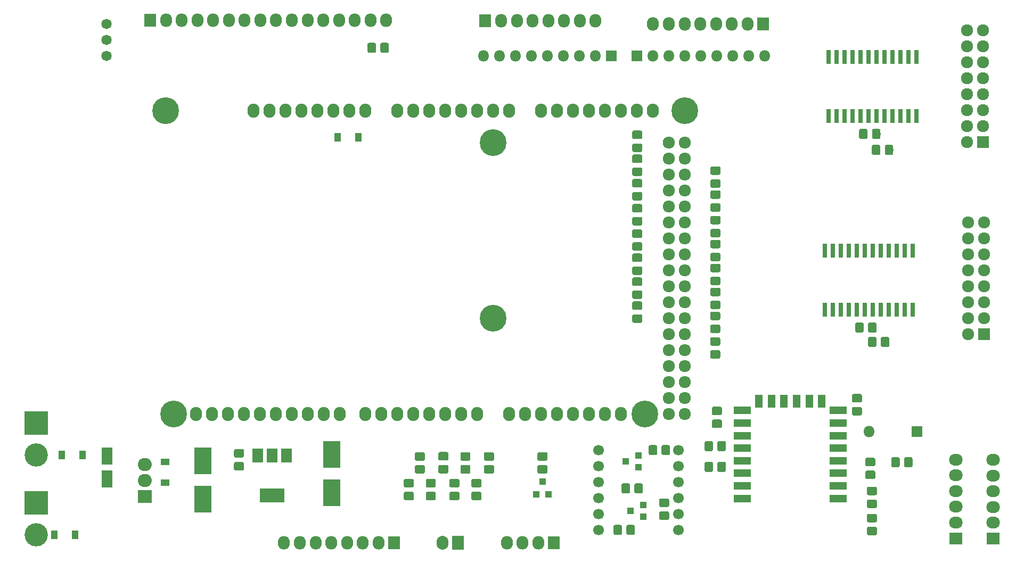
<source format=gbr>
G04 #@! TF.GenerationSoftware,KiCad,Pcbnew,(5.0.0-rc3)*
G04 #@! TF.CreationDate,2018-09-21T21:08:00-07:00*
G04 #@! TF.ProjectId,PCV MATOME MAIN V5-KICAD 5.0,504356204D41544F4D45204D41494E20,rev?*
G04 #@! TF.SameCoordinates,Original*
G04 #@! TF.FileFunction,Soldermask,Top*
G04 #@! TF.FilePolarity,Negative*
%FSLAX46Y46*%
G04 Gerber Fmt 4.6, Leading zero omitted, Abs format (unit mm)*
G04 Created by KiCad (PCBNEW (5.0.0-rc3)) date 09/21/18 21:08:00*
%MOMM*%
%LPD*%
G01*
G04 APERTURE LIST*
%ADD10R,4.000000X2.200000*%
%ADD11R,1.700000X2.200000*%
%ADD12R,2.700000X4.200000*%
%ADD13C,0.100000*%
%ADD14C,1.350000*%
%ADD15C,1.927200*%
%ADD16O,1.927200X1.927200*%
%ADD17O,1.927200X2.232000*%
%ADD18C,4.264000*%
%ADD19R,2.700000X1.200000*%
%ADD20R,1.200000X2.000000*%
%ADD21R,1.800000X2.800000*%
%ADD22R,1.100000X1.400000*%
%ADD23R,1.400000X1.100000*%
%ADD24R,1.100000X1.000000*%
%ADD25C,1.640000*%
%ADD26R,1.800000X1.800000*%
%ADD27O,1.800000X1.800000*%
%ADD28R,0.800000X2.200000*%
%ADD29R,2.200000X2.105000*%
%ADD30O,2.200000X2.105000*%
%ADD31C,1.700000*%
%ADD32R,1.927200X1.927200*%
%ADD33O,2.150000X1.900000*%
%ADD34R,2.150000X1.900000*%
%ADD35R,1.900000X2.150000*%
%ADD36O,1.900000X2.150000*%
%ADD37R,1.900000X2.200000*%
%ADD38O,1.900000X2.200000*%
%ADD39R,1.000000X1.100000*%
%ADD40C,3.700120*%
%ADD41R,3.700120X3.700120*%
G04 APERTURE END LIST*
D10*
G04 #@! TO.C,U5*
X134250000Y-132150000D03*
D11*
X134250000Y-125850000D03*
X131950000Y-125850000D03*
X136550000Y-125850000D03*
G04 #@! TD*
D12*
G04 #@! TO.C,C28*
X123250000Y-126700000D03*
X123250000Y-132800000D03*
G04 #@! TD*
D13*
G04 #@! TO.C,C25*
G36*
X129535289Y-126851413D02*
X129563778Y-126855639D01*
X129591715Y-126862637D01*
X129618832Y-126872340D01*
X129644867Y-126884653D01*
X129669570Y-126899460D01*
X129692703Y-126916616D01*
X129714043Y-126935957D01*
X129733384Y-126957297D01*
X129750540Y-126980430D01*
X129765347Y-127005133D01*
X129777660Y-127031168D01*
X129787363Y-127058285D01*
X129794361Y-127086222D01*
X129798587Y-127114711D01*
X129800000Y-127143477D01*
X129800000Y-127906523D01*
X129798587Y-127935289D01*
X129794361Y-127963778D01*
X129787363Y-127991715D01*
X129777660Y-128018832D01*
X129765347Y-128044867D01*
X129750540Y-128069570D01*
X129733384Y-128092703D01*
X129714043Y-128114043D01*
X129692703Y-128133384D01*
X129669570Y-128150540D01*
X129644867Y-128165347D01*
X129618832Y-128177660D01*
X129591715Y-128187363D01*
X129563778Y-128194361D01*
X129535289Y-128198587D01*
X129506523Y-128200000D01*
X128493477Y-128200000D01*
X128464711Y-128198587D01*
X128436222Y-128194361D01*
X128408285Y-128187363D01*
X128381168Y-128177660D01*
X128355133Y-128165347D01*
X128330430Y-128150540D01*
X128307297Y-128133384D01*
X128285957Y-128114043D01*
X128266616Y-128092703D01*
X128249460Y-128069570D01*
X128234653Y-128044867D01*
X128222340Y-128018832D01*
X128212637Y-127991715D01*
X128205639Y-127963778D01*
X128201413Y-127935289D01*
X128200000Y-127906523D01*
X128200000Y-127143477D01*
X128201413Y-127114711D01*
X128205639Y-127086222D01*
X128212637Y-127058285D01*
X128222340Y-127031168D01*
X128234653Y-127005133D01*
X128249460Y-126980430D01*
X128266616Y-126957297D01*
X128285957Y-126935957D01*
X128307297Y-126916616D01*
X128330430Y-126899460D01*
X128355133Y-126884653D01*
X128381168Y-126872340D01*
X128408285Y-126862637D01*
X128436222Y-126855639D01*
X128464711Y-126851413D01*
X128493477Y-126850000D01*
X129506523Y-126850000D01*
X129535289Y-126851413D01*
X129535289Y-126851413D01*
G37*
D14*
X129000000Y-127525000D03*
D13*
G36*
X129535289Y-124801413D02*
X129563778Y-124805639D01*
X129591715Y-124812637D01*
X129618832Y-124822340D01*
X129644867Y-124834653D01*
X129669570Y-124849460D01*
X129692703Y-124866616D01*
X129714043Y-124885957D01*
X129733384Y-124907297D01*
X129750540Y-124930430D01*
X129765347Y-124955133D01*
X129777660Y-124981168D01*
X129787363Y-125008285D01*
X129794361Y-125036222D01*
X129798587Y-125064711D01*
X129800000Y-125093477D01*
X129800000Y-125856523D01*
X129798587Y-125885289D01*
X129794361Y-125913778D01*
X129787363Y-125941715D01*
X129777660Y-125968832D01*
X129765347Y-125994867D01*
X129750540Y-126019570D01*
X129733384Y-126042703D01*
X129714043Y-126064043D01*
X129692703Y-126083384D01*
X129669570Y-126100540D01*
X129644867Y-126115347D01*
X129618832Y-126127660D01*
X129591715Y-126137363D01*
X129563778Y-126144361D01*
X129535289Y-126148587D01*
X129506523Y-126150000D01*
X128493477Y-126150000D01*
X128464711Y-126148587D01*
X128436222Y-126144361D01*
X128408285Y-126137363D01*
X128381168Y-126127660D01*
X128355133Y-126115347D01*
X128330430Y-126100540D01*
X128307297Y-126083384D01*
X128285957Y-126064043D01*
X128266616Y-126042703D01*
X128249460Y-126019570D01*
X128234653Y-125994867D01*
X128222340Y-125968832D01*
X128212637Y-125941715D01*
X128205639Y-125913778D01*
X128201413Y-125885289D01*
X128200000Y-125856523D01*
X128200000Y-125093477D01*
X128201413Y-125064711D01*
X128205639Y-125036222D01*
X128212637Y-125008285D01*
X128222340Y-124981168D01*
X128234653Y-124955133D01*
X128249460Y-124930430D01*
X128266616Y-124907297D01*
X128285957Y-124885957D01*
X128307297Y-124866616D01*
X128330430Y-124849460D01*
X128355133Y-124834653D01*
X128381168Y-124822340D01*
X128408285Y-124812637D01*
X128436222Y-124805639D01*
X128464711Y-124801413D01*
X128493477Y-124800000D01*
X129506523Y-124800000D01*
X129535289Y-124801413D01*
X129535289Y-124801413D01*
G37*
D14*
X129000000Y-125475000D03*
G04 #@! TD*
D15*
G04 #@! TO.C,P4*
X197349516Y-76012509D03*
D16*
X199889516Y-76012509D03*
X197349516Y-78552509D03*
X199889516Y-78552509D03*
X197349516Y-81092509D03*
X199889516Y-81092509D03*
X197349516Y-83632509D03*
X199889516Y-83632509D03*
X197349516Y-86172509D03*
X199889516Y-86172509D03*
X197349516Y-88712509D03*
X199889516Y-88712509D03*
X197349516Y-91252509D03*
X199889516Y-91252509D03*
X197349516Y-93792509D03*
X199889516Y-93792509D03*
X197349516Y-96332509D03*
X199889516Y-96332509D03*
X197349516Y-98872509D03*
X199889516Y-98872509D03*
X197349516Y-101412509D03*
X199889516Y-101412509D03*
X197349516Y-103952509D03*
X199889516Y-103952509D03*
X197349516Y-106492509D03*
X199889516Y-106492509D03*
X197349516Y-109032509D03*
X199889516Y-109032509D03*
X197349516Y-111572509D03*
X199889516Y-111572509D03*
X197349516Y-114112509D03*
X199889516Y-114112509D03*
X197349516Y-116652509D03*
X199889516Y-116652509D03*
X197349516Y-119192509D03*
X199889516Y-119192509D03*
G04 #@! TD*
D17*
G04 #@! TO.C,P1*
X131309516Y-70932509D03*
X133849516Y-70932509D03*
X136389516Y-70932509D03*
X138929516Y-70932509D03*
X141469516Y-70932509D03*
X144009516Y-70932509D03*
X146549516Y-70932509D03*
X149089516Y-70932509D03*
G04 #@! TD*
G04 #@! TO.C,P2*
X154169516Y-70932509D03*
X156709516Y-70932509D03*
X159249516Y-70932509D03*
X161789516Y-70932509D03*
X164329516Y-70932509D03*
X166869516Y-70932509D03*
X169409516Y-70932509D03*
X171949516Y-70932509D03*
G04 #@! TD*
G04 #@! TO.C,P3*
X177029516Y-70932509D03*
X179569516Y-70932509D03*
X182109516Y-70932509D03*
X184649516Y-70932509D03*
X187189516Y-70932509D03*
X189729516Y-70932509D03*
X192269516Y-70932509D03*
X194809516Y-70932509D03*
G04 #@! TD*
G04 #@! TO.C,P5*
X122165516Y-119192509D03*
X124705516Y-119192509D03*
X127245516Y-119192509D03*
X129785516Y-119192509D03*
X132325516Y-119192509D03*
X134865516Y-119192509D03*
X137405516Y-119192509D03*
X139945516Y-119192509D03*
X142485516Y-119192509D03*
X145025516Y-119192509D03*
G04 #@! TD*
G04 #@! TO.C,P6*
X149089516Y-119192509D03*
X151629516Y-119192509D03*
X154169516Y-119192509D03*
X156709516Y-119192509D03*
X159249516Y-119192509D03*
X161789516Y-119192509D03*
X164329516Y-119192509D03*
X166869516Y-119192509D03*
G04 #@! TD*
G04 #@! TO.C,P7*
X171949516Y-119192509D03*
X174489516Y-119192509D03*
X177029516Y-119192509D03*
X179569516Y-119192509D03*
X182109516Y-119192509D03*
X184649516Y-119192509D03*
X187189516Y-119192509D03*
X189729516Y-119192509D03*
G04 #@! TD*
D18*
G04 #@! TO.C,P8*
X117339516Y-70932509D03*
G04 #@! TD*
G04 #@! TO.C,P9*
X169409516Y-76012509D03*
G04 #@! TD*
G04 #@! TO.C,P10*
X199889516Y-70932509D03*
G04 #@! TD*
G04 #@! TO.C,P11*
X118609516Y-119192509D03*
G04 #@! TD*
G04 #@! TO.C,P12*
X169409516Y-103952509D03*
G04 #@! TD*
G04 #@! TO.C,P13*
X193539516Y-119192509D03*
G04 #@! TD*
D19*
G04 #@! TO.C,U2*
X224262000Y-132659000D03*
X224262000Y-130659000D03*
X224262000Y-128659000D03*
X224262000Y-126659000D03*
X224262000Y-124659000D03*
X224262000Y-122659000D03*
X224262000Y-120659000D03*
X224262000Y-118659000D03*
D20*
X221662000Y-117159000D03*
X219662000Y-117159000D03*
X217662000Y-117159000D03*
X215662000Y-117159000D03*
X213662000Y-117159000D03*
X211662000Y-117159000D03*
D19*
X209062000Y-118659000D03*
X209062000Y-120659000D03*
X209062000Y-122659000D03*
X209062000Y-124659000D03*
X209062000Y-126659000D03*
X209062000Y-128659000D03*
X209062000Y-130659000D03*
X209062000Y-132659000D03*
G04 #@! TD*
D13*
G04 #@! TO.C,C1*
G36*
X235835289Y-126101413D02*
X235863778Y-126105639D01*
X235891715Y-126112637D01*
X235918832Y-126122340D01*
X235944867Y-126134653D01*
X235969570Y-126149460D01*
X235992703Y-126166616D01*
X236014043Y-126185957D01*
X236033384Y-126207297D01*
X236050540Y-126230430D01*
X236065347Y-126255133D01*
X236077660Y-126281168D01*
X236087363Y-126308285D01*
X236094361Y-126336222D01*
X236098587Y-126364711D01*
X236100000Y-126393477D01*
X236100000Y-127406523D01*
X236098587Y-127435289D01*
X236094361Y-127463778D01*
X236087363Y-127491715D01*
X236077660Y-127518832D01*
X236065347Y-127544867D01*
X236050540Y-127569570D01*
X236033384Y-127592703D01*
X236014043Y-127614043D01*
X235992703Y-127633384D01*
X235969570Y-127650540D01*
X235944867Y-127665347D01*
X235918832Y-127677660D01*
X235891715Y-127687363D01*
X235863778Y-127694361D01*
X235835289Y-127698587D01*
X235806523Y-127700000D01*
X235043477Y-127700000D01*
X235014711Y-127698587D01*
X234986222Y-127694361D01*
X234958285Y-127687363D01*
X234931168Y-127677660D01*
X234905133Y-127665347D01*
X234880430Y-127650540D01*
X234857297Y-127633384D01*
X234835957Y-127614043D01*
X234816616Y-127592703D01*
X234799460Y-127569570D01*
X234784653Y-127544867D01*
X234772340Y-127518832D01*
X234762637Y-127491715D01*
X234755639Y-127463778D01*
X234751413Y-127435289D01*
X234750000Y-127406523D01*
X234750000Y-126393477D01*
X234751413Y-126364711D01*
X234755639Y-126336222D01*
X234762637Y-126308285D01*
X234772340Y-126281168D01*
X234784653Y-126255133D01*
X234799460Y-126230430D01*
X234816616Y-126207297D01*
X234835957Y-126185957D01*
X234857297Y-126166616D01*
X234880430Y-126149460D01*
X234905133Y-126134653D01*
X234931168Y-126122340D01*
X234958285Y-126112637D01*
X234986222Y-126105639D01*
X235014711Y-126101413D01*
X235043477Y-126100000D01*
X235806523Y-126100000D01*
X235835289Y-126101413D01*
X235835289Y-126101413D01*
G37*
D14*
X235425000Y-126900000D03*
D13*
G36*
X233785289Y-126101413D02*
X233813778Y-126105639D01*
X233841715Y-126112637D01*
X233868832Y-126122340D01*
X233894867Y-126134653D01*
X233919570Y-126149460D01*
X233942703Y-126166616D01*
X233964043Y-126185957D01*
X233983384Y-126207297D01*
X234000540Y-126230430D01*
X234015347Y-126255133D01*
X234027660Y-126281168D01*
X234037363Y-126308285D01*
X234044361Y-126336222D01*
X234048587Y-126364711D01*
X234050000Y-126393477D01*
X234050000Y-127406523D01*
X234048587Y-127435289D01*
X234044361Y-127463778D01*
X234037363Y-127491715D01*
X234027660Y-127518832D01*
X234015347Y-127544867D01*
X234000540Y-127569570D01*
X233983384Y-127592703D01*
X233964043Y-127614043D01*
X233942703Y-127633384D01*
X233919570Y-127650540D01*
X233894867Y-127665347D01*
X233868832Y-127677660D01*
X233841715Y-127687363D01*
X233813778Y-127694361D01*
X233785289Y-127698587D01*
X233756523Y-127700000D01*
X232993477Y-127700000D01*
X232964711Y-127698587D01*
X232936222Y-127694361D01*
X232908285Y-127687363D01*
X232881168Y-127677660D01*
X232855133Y-127665347D01*
X232830430Y-127650540D01*
X232807297Y-127633384D01*
X232785957Y-127614043D01*
X232766616Y-127592703D01*
X232749460Y-127569570D01*
X232734653Y-127544867D01*
X232722340Y-127518832D01*
X232712637Y-127491715D01*
X232705639Y-127463778D01*
X232701413Y-127435289D01*
X232700000Y-127406523D01*
X232700000Y-126393477D01*
X232701413Y-126364711D01*
X232705639Y-126336222D01*
X232712637Y-126308285D01*
X232722340Y-126281168D01*
X232734653Y-126255133D01*
X232749460Y-126230430D01*
X232766616Y-126207297D01*
X232785957Y-126185957D01*
X232807297Y-126166616D01*
X232830430Y-126149460D01*
X232855133Y-126134653D01*
X232881168Y-126122340D01*
X232908285Y-126112637D01*
X232936222Y-126105639D01*
X232964711Y-126101413D01*
X232993477Y-126100000D01*
X233756523Y-126100000D01*
X233785289Y-126101413D01*
X233785289Y-126101413D01*
G37*
D14*
X233375000Y-126900000D03*
G04 #@! TD*
D13*
G04 #@! TO.C,C2*
G36*
X227785289Y-118101413D02*
X227813778Y-118105639D01*
X227841715Y-118112637D01*
X227868832Y-118122340D01*
X227894867Y-118134653D01*
X227919570Y-118149460D01*
X227942703Y-118166616D01*
X227964043Y-118185957D01*
X227983384Y-118207297D01*
X228000540Y-118230430D01*
X228015347Y-118255133D01*
X228027660Y-118281168D01*
X228037363Y-118308285D01*
X228044361Y-118336222D01*
X228048587Y-118364711D01*
X228050000Y-118393477D01*
X228050000Y-119156523D01*
X228048587Y-119185289D01*
X228044361Y-119213778D01*
X228037363Y-119241715D01*
X228027660Y-119268832D01*
X228015347Y-119294867D01*
X228000540Y-119319570D01*
X227983384Y-119342703D01*
X227964043Y-119364043D01*
X227942703Y-119383384D01*
X227919570Y-119400540D01*
X227894867Y-119415347D01*
X227868832Y-119427660D01*
X227841715Y-119437363D01*
X227813778Y-119444361D01*
X227785289Y-119448587D01*
X227756523Y-119450000D01*
X226743477Y-119450000D01*
X226714711Y-119448587D01*
X226686222Y-119444361D01*
X226658285Y-119437363D01*
X226631168Y-119427660D01*
X226605133Y-119415347D01*
X226580430Y-119400540D01*
X226557297Y-119383384D01*
X226535957Y-119364043D01*
X226516616Y-119342703D01*
X226499460Y-119319570D01*
X226484653Y-119294867D01*
X226472340Y-119268832D01*
X226462637Y-119241715D01*
X226455639Y-119213778D01*
X226451413Y-119185289D01*
X226450000Y-119156523D01*
X226450000Y-118393477D01*
X226451413Y-118364711D01*
X226455639Y-118336222D01*
X226462637Y-118308285D01*
X226472340Y-118281168D01*
X226484653Y-118255133D01*
X226499460Y-118230430D01*
X226516616Y-118207297D01*
X226535957Y-118185957D01*
X226557297Y-118166616D01*
X226580430Y-118149460D01*
X226605133Y-118134653D01*
X226631168Y-118122340D01*
X226658285Y-118112637D01*
X226686222Y-118105639D01*
X226714711Y-118101413D01*
X226743477Y-118100000D01*
X227756523Y-118100000D01*
X227785289Y-118101413D01*
X227785289Y-118101413D01*
G37*
D14*
X227250000Y-118775000D03*
D13*
G36*
X227785289Y-116051413D02*
X227813778Y-116055639D01*
X227841715Y-116062637D01*
X227868832Y-116072340D01*
X227894867Y-116084653D01*
X227919570Y-116099460D01*
X227942703Y-116116616D01*
X227964043Y-116135957D01*
X227983384Y-116157297D01*
X228000540Y-116180430D01*
X228015347Y-116205133D01*
X228027660Y-116231168D01*
X228037363Y-116258285D01*
X228044361Y-116286222D01*
X228048587Y-116314711D01*
X228050000Y-116343477D01*
X228050000Y-117106523D01*
X228048587Y-117135289D01*
X228044361Y-117163778D01*
X228037363Y-117191715D01*
X228027660Y-117218832D01*
X228015347Y-117244867D01*
X228000540Y-117269570D01*
X227983384Y-117292703D01*
X227964043Y-117314043D01*
X227942703Y-117333384D01*
X227919570Y-117350540D01*
X227894867Y-117365347D01*
X227868832Y-117377660D01*
X227841715Y-117387363D01*
X227813778Y-117394361D01*
X227785289Y-117398587D01*
X227756523Y-117400000D01*
X226743477Y-117400000D01*
X226714711Y-117398587D01*
X226686222Y-117394361D01*
X226658285Y-117387363D01*
X226631168Y-117377660D01*
X226605133Y-117365347D01*
X226580430Y-117350540D01*
X226557297Y-117333384D01*
X226535957Y-117314043D01*
X226516616Y-117292703D01*
X226499460Y-117269570D01*
X226484653Y-117244867D01*
X226472340Y-117218832D01*
X226462637Y-117191715D01*
X226455639Y-117163778D01*
X226451413Y-117135289D01*
X226450000Y-117106523D01*
X226450000Y-116343477D01*
X226451413Y-116314711D01*
X226455639Y-116286222D01*
X226462637Y-116258285D01*
X226472340Y-116231168D01*
X226484653Y-116205133D01*
X226499460Y-116180430D01*
X226516616Y-116157297D01*
X226535957Y-116135957D01*
X226557297Y-116116616D01*
X226580430Y-116099460D01*
X226605133Y-116084653D01*
X226631168Y-116072340D01*
X226658285Y-116062637D01*
X226686222Y-116055639D01*
X226714711Y-116051413D01*
X226743477Y-116050000D01*
X227756523Y-116050000D01*
X227785289Y-116051413D01*
X227785289Y-116051413D01*
G37*
D14*
X227250000Y-116725000D03*
G04 #@! TD*
D13*
G04 #@! TO.C,C3*
G36*
X230091289Y-106961413D02*
X230119778Y-106965639D01*
X230147715Y-106972637D01*
X230174832Y-106982340D01*
X230200867Y-106994653D01*
X230225570Y-107009460D01*
X230248703Y-107026616D01*
X230270043Y-107045957D01*
X230289384Y-107067297D01*
X230306540Y-107090430D01*
X230321347Y-107115133D01*
X230333660Y-107141168D01*
X230343363Y-107168285D01*
X230350361Y-107196222D01*
X230354587Y-107224711D01*
X230356000Y-107253477D01*
X230356000Y-108266523D01*
X230354587Y-108295289D01*
X230350361Y-108323778D01*
X230343363Y-108351715D01*
X230333660Y-108378832D01*
X230321347Y-108404867D01*
X230306540Y-108429570D01*
X230289384Y-108452703D01*
X230270043Y-108474043D01*
X230248703Y-108493384D01*
X230225570Y-108510540D01*
X230200867Y-108525347D01*
X230174832Y-108537660D01*
X230147715Y-108547363D01*
X230119778Y-108554361D01*
X230091289Y-108558587D01*
X230062523Y-108560000D01*
X229299477Y-108560000D01*
X229270711Y-108558587D01*
X229242222Y-108554361D01*
X229214285Y-108547363D01*
X229187168Y-108537660D01*
X229161133Y-108525347D01*
X229136430Y-108510540D01*
X229113297Y-108493384D01*
X229091957Y-108474043D01*
X229072616Y-108452703D01*
X229055460Y-108429570D01*
X229040653Y-108404867D01*
X229028340Y-108378832D01*
X229018637Y-108351715D01*
X229011639Y-108323778D01*
X229007413Y-108295289D01*
X229006000Y-108266523D01*
X229006000Y-107253477D01*
X229007413Y-107224711D01*
X229011639Y-107196222D01*
X229018637Y-107168285D01*
X229028340Y-107141168D01*
X229040653Y-107115133D01*
X229055460Y-107090430D01*
X229072616Y-107067297D01*
X229091957Y-107045957D01*
X229113297Y-107026616D01*
X229136430Y-107009460D01*
X229161133Y-106994653D01*
X229187168Y-106982340D01*
X229214285Y-106972637D01*
X229242222Y-106965639D01*
X229270711Y-106961413D01*
X229299477Y-106960000D01*
X230062523Y-106960000D01*
X230091289Y-106961413D01*
X230091289Y-106961413D01*
G37*
D14*
X229681000Y-107760000D03*
D13*
G36*
X232141289Y-106961413D02*
X232169778Y-106965639D01*
X232197715Y-106972637D01*
X232224832Y-106982340D01*
X232250867Y-106994653D01*
X232275570Y-107009460D01*
X232298703Y-107026616D01*
X232320043Y-107045957D01*
X232339384Y-107067297D01*
X232356540Y-107090430D01*
X232371347Y-107115133D01*
X232383660Y-107141168D01*
X232393363Y-107168285D01*
X232400361Y-107196222D01*
X232404587Y-107224711D01*
X232406000Y-107253477D01*
X232406000Y-108266523D01*
X232404587Y-108295289D01*
X232400361Y-108323778D01*
X232393363Y-108351715D01*
X232383660Y-108378832D01*
X232371347Y-108404867D01*
X232356540Y-108429570D01*
X232339384Y-108452703D01*
X232320043Y-108474043D01*
X232298703Y-108493384D01*
X232275570Y-108510540D01*
X232250867Y-108525347D01*
X232224832Y-108537660D01*
X232197715Y-108547363D01*
X232169778Y-108554361D01*
X232141289Y-108558587D01*
X232112523Y-108560000D01*
X231349477Y-108560000D01*
X231320711Y-108558587D01*
X231292222Y-108554361D01*
X231264285Y-108547363D01*
X231237168Y-108537660D01*
X231211133Y-108525347D01*
X231186430Y-108510540D01*
X231163297Y-108493384D01*
X231141957Y-108474043D01*
X231122616Y-108452703D01*
X231105460Y-108429570D01*
X231090653Y-108404867D01*
X231078340Y-108378832D01*
X231068637Y-108351715D01*
X231061639Y-108323778D01*
X231057413Y-108295289D01*
X231056000Y-108266523D01*
X231056000Y-107253477D01*
X231057413Y-107224711D01*
X231061639Y-107196222D01*
X231068637Y-107168285D01*
X231078340Y-107141168D01*
X231090653Y-107115133D01*
X231105460Y-107090430D01*
X231122616Y-107067297D01*
X231141957Y-107045957D01*
X231163297Y-107026616D01*
X231186430Y-107009460D01*
X231211133Y-106994653D01*
X231237168Y-106982340D01*
X231264285Y-106972637D01*
X231292222Y-106965639D01*
X231320711Y-106961413D01*
X231349477Y-106960000D01*
X232112523Y-106960000D01*
X232141289Y-106961413D01*
X232141289Y-106961413D01*
G37*
D14*
X231731000Y-107760000D03*
G04 #@! TD*
D13*
G04 #@! TO.C,C4*
G36*
X232763289Y-76401413D02*
X232791778Y-76405639D01*
X232819715Y-76412637D01*
X232846832Y-76422340D01*
X232872867Y-76434653D01*
X232897570Y-76449460D01*
X232920703Y-76466616D01*
X232942043Y-76485957D01*
X232961384Y-76507297D01*
X232978540Y-76530430D01*
X232993347Y-76555133D01*
X233005660Y-76581168D01*
X233015363Y-76608285D01*
X233022361Y-76636222D01*
X233026587Y-76664711D01*
X233028000Y-76693477D01*
X233028000Y-77706523D01*
X233026587Y-77735289D01*
X233022361Y-77763778D01*
X233015363Y-77791715D01*
X233005660Y-77818832D01*
X232993347Y-77844867D01*
X232978540Y-77869570D01*
X232961384Y-77892703D01*
X232942043Y-77914043D01*
X232920703Y-77933384D01*
X232897570Y-77950540D01*
X232872867Y-77965347D01*
X232846832Y-77977660D01*
X232819715Y-77987363D01*
X232791778Y-77994361D01*
X232763289Y-77998587D01*
X232734523Y-78000000D01*
X231971477Y-78000000D01*
X231942711Y-77998587D01*
X231914222Y-77994361D01*
X231886285Y-77987363D01*
X231859168Y-77977660D01*
X231833133Y-77965347D01*
X231808430Y-77950540D01*
X231785297Y-77933384D01*
X231763957Y-77914043D01*
X231744616Y-77892703D01*
X231727460Y-77869570D01*
X231712653Y-77844867D01*
X231700340Y-77818832D01*
X231690637Y-77791715D01*
X231683639Y-77763778D01*
X231679413Y-77735289D01*
X231678000Y-77706523D01*
X231678000Y-76693477D01*
X231679413Y-76664711D01*
X231683639Y-76636222D01*
X231690637Y-76608285D01*
X231700340Y-76581168D01*
X231712653Y-76555133D01*
X231727460Y-76530430D01*
X231744616Y-76507297D01*
X231763957Y-76485957D01*
X231785297Y-76466616D01*
X231808430Y-76449460D01*
X231833133Y-76434653D01*
X231859168Y-76422340D01*
X231886285Y-76412637D01*
X231914222Y-76405639D01*
X231942711Y-76401413D01*
X231971477Y-76400000D01*
X232734523Y-76400000D01*
X232763289Y-76401413D01*
X232763289Y-76401413D01*
G37*
D14*
X232353000Y-77200000D03*
D13*
G36*
X230713289Y-76401413D02*
X230741778Y-76405639D01*
X230769715Y-76412637D01*
X230796832Y-76422340D01*
X230822867Y-76434653D01*
X230847570Y-76449460D01*
X230870703Y-76466616D01*
X230892043Y-76485957D01*
X230911384Y-76507297D01*
X230928540Y-76530430D01*
X230943347Y-76555133D01*
X230955660Y-76581168D01*
X230965363Y-76608285D01*
X230972361Y-76636222D01*
X230976587Y-76664711D01*
X230978000Y-76693477D01*
X230978000Y-77706523D01*
X230976587Y-77735289D01*
X230972361Y-77763778D01*
X230965363Y-77791715D01*
X230955660Y-77818832D01*
X230943347Y-77844867D01*
X230928540Y-77869570D01*
X230911384Y-77892703D01*
X230892043Y-77914043D01*
X230870703Y-77933384D01*
X230847570Y-77950540D01*
X230822867Y-77965347D01*
X230796832Y-77977660D01*
X230769715Y-77987363D01*
X230741778Y-77994361D01*
X230713289Y-77998587D01*
X230684523Y-78000000D01*
X229921477Y-78000000D01*
X229892711Y-77998587D01*
X229864222Y-77994361D01*
X229836285Y-77987363D01*
X229809168Y-77977660D01*
X229783133Y-77965347D01*
X229758430Y-77950540D01*
X229735297Y-77933384D01*
X229713957Y-77914043D01*
X229694616Y-77892703D01*
X229677460Y-77869570D01*
X229662653Y-77844867D01*
X229650340Y-77818832D01*
X229640637Y-77791715D01*
X229633639Y-77763778D01*
X229629413Y-77735289D01*
X229628000Y-77706523D01*
X229628000Y-76693477D01*
X229629413Y-76664711D01*
X229633639Y-76636222D01*
X229640637Y-76608285D01*
X229650340Y-76581168D01*
X229662653Y-76555133D01*
X229677460Y-76530430D01*
X229694616Y-76507297D01*
X229713957Y-76485957D01*
X229735297Y-76466616D01*
X229758430Y-76449460D01*
X229783133Y-76434653D01*
X229809168Y-76422340D01*
X229836285Y-76412637D01*
X229864222Y-76405639D01*
X229892711Y-76401413D01*
X229921477Y-76400000D01*
X230684523Y-76400000D01*
X230713289Y-76401413D01*
X230713289Y-76401413D01*
G37*
D14*
X230303000Y-77200000D03*
G04 #@! TD*
D13*
G04 #@! TO.C,C5*
G36*
X192860258Y-103366672D02*
X192888747Y-103370898D01*
X192916684Y-103377896D01*
X192943801Y-103387599D01*
X192969836Y-103399912D01*
X192994539Y-103414719D01*
X193017672Y-103431875D01*
X193039012Y-103451216D01*
X193058353Y-103472556D01*
X193075509Y-103495689D01*
X193090316Y-103520392D01*
X193102629Y-103546427D01*
X193112332Y-103573544D01*
X193119330Y-103601481D01*
X193123556Y-103629970D01*
X193124969Y-103658736D01*
X193124969Y-104421782D01*
X193123556Y-104450548D01*
X193119330Y-104479037D01*
X193112332Y-104506974D01*
X193102629Y-104534091D01*
X193090316Y-104560126D01*
X193075509Y-104584829D01*
X193058353Y-104607962D01*
X193039012Y-104629302D01*
X193017672Y-104648643D01*
X192994539Y-104665799D01*
X192969836Y-104680606D01*
X192943801Y-104692919D01*
X192916684Y-104702622D01*
X192888747Y-104709620D01*
X192860258Y-104713846D01*
X192831492Y-104715259D01*
X191818446Y-104715259D01*
X191789680Y-104713846D01*
X191761191Y-104709620D01*
X191733254Y-104702622D01*
X191706137Y-104692919D01*
X191680102Y-104680606D01*
X191655399Y-104665799D01*
X191632266Y-104648643D01*
X191610926Y-104629302D01*
X191591585Y-104607962D01*
X191574429Y-104584829D01*
X191559622Y-104560126D01*
X191547309Y-104534091D01*
X191537606Y-104506974D01*
X191530608Y-104479037D01*
X191526382Y-104450548D01*
X191524969Y-104421782D01*
X191524969Y-103658736D01*
X191526382Y-103629970D01*
X191530608Y-103601481D01*
X191537606Y-103573544D01*
X191547309Y-103546427D01*
X191559622Y-103520392D01*
X191574429Y-103495689D01*
X191591585Y-103472556D01*
X191610926Y-103451216D01*
X191632266Y-103431875D01*
X191655399Y-103414719D01*
X191680102Y-103399912D01*
X191706137Y-103387599D01*
X191733254Y-103377896D01*
X191761191Y-103370898D01*
X191789680Y-103366672D01*
X191818446Y-103365259D01*
X192831492Y-103365259D01*
X192860258Y-103366672D01*
X192860258Y-103366672D01*
G37*
D14*
X192324969Y-104040259D03*
D13*
G36*
X192860258Y-101316672D02*
X192888747Y-101320898D01*
X192916684Y-101327896D01*
X192943801Y-101337599D01*
X192969836Y-101349912D01*
X192994539Y-101364719D01*
X193017672Y-101381875D01*
X193039012Y-101401216D01*
X193058353Y-101422556D01*
X193075509Y-101445689D01*
X193090316Y-101470392D01*
X193102629Y-101496427D01*
X193112332Y-101523544D01*
X193119330Y-101551481D01*
X193123556Y-101579970D01*
X193124969Y-101608736D01*
X193124969Y-102371782D01*
X193123556Y-102400548D01*
X193119330Y-102429037D01*
X193112332Y-102456974D01*
X193102629Y-102484091D01*
X193090316Y-102510126D01*
X193075509Y-102534829D01*
X193058353Y-102557962D01*
X193039012Y-102579302D01*
X193017672Y-102598643D01*
X192994539Y-102615799D01*
X192969836Y-102630606D01*
X192943801Y-102642919D01*
X192916684Y-102652622D01*
X192888747Y-102659620D01*
X192860258Y-102663846D01*
X192831492Y-102665259D01*
X191818446Y-102665259D01*
X191789680Y-102663846D01*
X191761191Y-102659620D01*
X191733254Y-102652622D01*
X191706137Y-102642919D01*
X191680102Y-102630606D01*
X191655399Y-102615799D01*
X191632266Y-102598643D01*
X191610926Y-102579302D01*
X191591585Y-102557962D01*
X191574429Y-102534829D01*
X191559622Y-102510126D01*
X191547309Y-102484091D01*
X191537606Y-102456974D01*
X191530608Y-102429037D01*
X191526382Y-102400548D01*
X191524969Y-102371782D01*
X191524969Y-101608736D01*
X191526382Y-101579970D01*
X191530608Y-101551481D01*
X191537606Y-101523544D01*
X191547309Y-101496427D01*
X191559622Y-101470392D01*
X191574429Y-101445689D01*
X191591585Y-101422556D01*
X191610926Y-101401216D01*
X191632266Y-101381875D01*
X191655399Y-101364719D01*
X191680102Y-101349912D01*
X191706137Y-101337599D01*
X191733254Y-101327896D01*
X191761191Y-101320898D01*
X191789680Y-101316672D01*
X191818446Y-101315259D01*
X192831492Y-101315259D01*
X192860258Y-101316672D01*
X192860258Y-101316672D01*
G37*
D14*
X192324969Y-101990259D03*
G04 #@! TD*
D13*
G04 #@! TO.C,C6*
G36*
X192860258Y-99556672D02*
X192888747Y-99560898D01*
X192916684Y-99567896D01*
X192943801Y-99577599D01*
X192969836Y-99589912D01*
X192994539Y-99604719D01*
X193017672Y-99621875D01*
X193039012Y-99641216D01*
X193058353Y-99662556D01*
X193075509Y-99685689D01*
X193090316Y-99710392D01*
X193102629Y-99736427D01*
X193112332Y-99763544D01*
X193119330Y-99791481D01*
X193123556Y-99819970D01*
X193124969Y-99848736D01*
X193124969Y-100611782D01*
X193123556Y-100640548D01*
X193119330Y-100669037D01*
X193112332Y-100696974D01*
X193102629Y-100724091D01*
X193090316Y-100750126D01*
X193075509Y-100774829D01*
X193058353Y-100797962D01*
X193039012Y-100819302D01*
X193017672Y-100838643D01*
X192994539Y-100855799D01*
X192969836Y-100870606D01*
X192943801Y-100882919D01*
X192916684Y-100892622D01*
X192888747Y-100899620D01*
X192860258Y-100903846D01*
X192831492Y-100905259D01*
X191818446Y-100905259D01*
X191789680Y-100903846D01*
X191761191Y-100899620D01*
X191733254Y-100892622D01*
X191706137Y-100882919D01*
X191680102Y-100870606D01*
X191655399Y-100855799D01*
X191632266Y-100838643D01*
X191610926Y-100819302D01*
X191591585Y-100797962D01*
X191574429Y-100774829D01*
X191559622Y-100750126D01*
X191547309Y-100724091D01*
X191537606Y-100696974D01*
X191530608Y-100669037D01*
X191526382Y-100640548D01*
X191524969Y-100611782D01*
X191524969Y-99848736D01*
X191526382Y-99819970D01*
X191530608Y-99791481D01*
X191537606Y-99763544D01*
X191547309Y-99736427D01*
X191559622Y-99710392D01*
X191574429Y-99685689D01*
X191591585Y-99662556D01*
X191610926Y-99641216D01*
X191632266Y-99621875D01*
X191655399Y-99604719D01*
X191680102Y-99589912D01*
X191706137Y-99577599D01*
X191733254Y-99567896D01*
X191761191Y-99560898D01*
X191789680Y-99556672D01*
X191818446Y-99555259D01*
X192831492Y-99555259D01*
X192860258Y-99556672D01*
X192860258Y-99556672D01*
G37*
D14*
X192324969Y-100230259D03*
D13*
G36*
X192860258Y-97506672D02*
X192888747Y-97510898D01*
X192916684Y-97517896D01*
X192943801Y-97527599D01*
X192969836Y-97539912D01*
X192994539Y-97554719D01*
X193017672Y-97571875D01*
X193039012Y-97591216D01*
X193058353Y-97612556D01*
X193075509Y-97635689D01*
X193090316Y-97660392D01*
X193102629Y-97686427D01*
X193112332Y-97713544D01*
X193119330Y-97741481D01*
X193123556Y-97769970D01*
X193124969Y-97798736D01*
X193124969Y-98561782D01*
X193123556Y-98590548D01*
X193119330Y-98619037D01*
X193112332Y-98646974D01*
X193102629Y-98674091D01*
X193090316Y-98700126D01*
X193075509Y-98724829D01*
X193058353Y-98747962D01*
X193039012Y-98769302D01*
X193017672Y-98788643D01*
X192994539Y-98805799D01*
X192969836Y-98820606D01*
X192943801Y-98832919D01*
X192916684Y-98842622D01*
X192888747Y-98849620D01*
X192860258Y-98853846D01*
X192831492Y-98855259D01*
X191818446Y-98855259D01*
X191789680Y-98853846D01*
X191761191Y-98849620D01*
X191733254Y-98842622D01*
X191706137Y-98832919D01*
X191680102Y-98820606D01*
X191655399Y-98805799D01*
X191632266Y-98788643D01*
X191610926Y-98769302D01*
X191591585Y-98747962D01*
X191574429Y-98724829D01*
X191559622Y-98700126D01*
X191547309Y-98674091D01*
X191537606Y-98646974D01*
X191530608Y-98619037D01*
X191526382Y-98590548D01*
X191524969Y-98561782D01*
X191524969Y-97798736D01*
X191526382Y-97769970D01*
X191530608Y-97741481D01*
X191537606Y-97713544D01*
X191547309Y-97686427D01*
X191559622Y-97660392D01*
X191574429Y-97635689D01*
X191591585Y-97612556D01*
X191610926Y-97591216D01*
X191632266Y-97571875D01*
X191655399Y-97554719D01*
X191680102Y-97539912D01*
X191706137Y-97527599D01*
X191733254Y-97517896D01*
X191761191Y-97510898D01*
X191789680Y-97506672D01*
X191818446Y-97505259D01*
X192831492Y-97505259D01*
X192860258Y-97506672D01*
X192860258Y-97506672D01*
G37*
D14*
X192324969Y-98180259D03*
G04 #@! TD*
D13*
G04 #@! TO.C,C7*
G36*
X192860258Y-93696672D02*
X192888747Y-93700898D01*
X192916684Y-93707896D01*
X192943801Y-93717599D01*
X192969836Y-93729912D01*
X192994539Y-93744719D01*
X193017672Y-93761875D01*
X193039012Y-93781216D01*
X193058353Y-93802556D01*
X193075509Y-93825689D01*
X193090316Y-93850392D01*
X193102629Y-93876427D01*
X193112332Y-93903544D01*
X193119330Y-93931481D01*
X193123556Y-93959970D01*
X193124969Y-93988736D01*
X193124969Y-94751782D01*
X193123556Y-94780548D01*
X193119330Y-94809037D01*
X193112332Y-94836974D01*
X193102629Y-94864091D01*
X193090316Y-94890126D01*
X193075509Y-94914829D01*
X193058353Y-94937962D01*
X193039012Y-94959302D01*
X193017672Y-94978643D01*
X192994539Y-94995799D01*
X192969836Y-95010606D01*
X192943801Y-95022919D01*
X192916684Y-95032622D01*
X192888747Y-95039620D01*
X192860258Y-95043846D01*
X192831492Y-95045259D01*
X191818446Y-95045259D01*
X191789680Y-95043846D01*
X191761191Y-95039620D01*
X191733254Y-95032622D01*
X191706137Y-95022919D01*
X191680102Y-95010606D01*
X191655399Y-94995799D01*
X191632266Y-94978643D01*
X191610926Y-94959302D01*
X191591585Y-94937962D01*
X191574429Y-94914829D01*
X191559622Y-94890126D01*
X191547309Y-94864091D01*
X191537606Y-94836974D01*
X191530608Y-94809037D01*
X191526382Y-94780548D01*
X191524969Y-94751782D01*
X191524969Y-93988736D01*
X191526382Y-93959970D01*
X191530608Y-93931481D01*
X191537606Y-93903544D01*
X191547309Y-93876427D01*
X191559622Y-93850392D01*
X191574429Y-93825689D01*
X191591585Y-93802556D01*
X191610926Y-93781216D01*
X191632266Y-93761875D01*
X191655399Y-93744719D01*
X191680102Y-93729912D01*
X191706137Y-93717599D01*
X191733254Y-93707896D01*
X191761191Y-93700898D01*
X191789680Y-93696672D01*
X191818446Y-93695259D01*
X192831492Y-93695259D01*
X192860258Y-93696672D01*
X192860258Y-93696672D01*
G37*
D14*
X192324969Y-94370259D03*
D13*
G36*
X192860258Y-95746672D02*
X192888747Y-95750898D01*
X192916684Y-95757896D01*
X192943801Y-95767599D01*
X192969836Y-95779912D01*
X192994539Y-95794719D01*
X193017672Y-95811875D01*
X193039012Y-95831216D01*
X193058353Y-95852556D01*
X193075509Y-95875689D01*
X193090316Y-95900392D01*
X193102629Y-95926427D01*
X193112332Y-95953544D01*
X193119330Y-95981481D01*
X193123556Y-96009970D01*
X193124969Y-96038736D01*
X193124969Y-96801782D01*
X193123556Y-96830548D01*
X193119330Y-96859037D01*
X193112332Y-96886974D01*
X193102629Y-96914091D01*
X193090316Y-96940126D01*
X193075509Y-96964829D01*
X193058353Y-96987962D01*
X193039012Y-97009302D01*
X193017672Y-97028643D01*
X192994539Y-97045799D01*
X192969836Y-97060606D01*
X192943801Y-97072919D01*
X192916684Y-97082622D01*
X192888747Y-97089620D01*
X192860258Y-97093846D01*
X192831492Y-97095259D01*
X191818446Y-97095259D01*
X191789680Y-97093846D01*
X191761191Y-97089620D01*
X191733254Y-97082622D01*
X191706137Y-97072919D01*
X191680102Y-97060606D01*
X191655399Y-97045799D01*
X191632266Y-97028643D01*
X191610926Y-97009302D01*
X191591585Y-96987962D01*
X191574429Y-96964829D01*
X191559622Y-96940126D01*
X191547309Y-96914091D01*
X191537606Y-96886974D01*
X191530608Y-96859037D01*
X191526382Y-96830548D01*
X191524969Y-96801782D01*
X191524969Y-96038736D01*
X191526382Y-96009970D01*
X191530608Y-95981481D01*
X191537606Y-95953544D01*
X191547309Y-95926427D01*
X191559622Y-95900392D01*
X191574429Y-95875689D01*
X191591585Y-95852556D01*
X191610926Y-95831216D01*
X191632266Y-95811875D01*
X191655399Y-95794719D01*
X191680102Y-95779912D01*
X191706137Y-95767599D01*
X191733254Y-95757896D01*
X191761191Y-95750898D01*
X191789680Y-95746672D01*
X191818446Y-95745259D01*
X192831492Y-95745259D01*
X192860258Y-95746672D01*
X192860258Y-95746672D01*
G37*
D14*
X192324969Y-96420259D03*
G04 #@! TD*
D13*
G04 #@! TO.C,C8*
G36*
X192860258Y-91901671D02*
X192888747Y-91905897D01*
X192916684Y-91912895D01*
X192943801Y-91922598D01*
X192969836Y-91934911D01*
X192994539Y-91949718D01*
X193017672Y-91966874D01*
X193039012Y-91986215D01*
X193058353Y-92007555D01*
X193075509Y-92030688D01*
X193090316Y-92055391D01*
X193102629Y-92081426D01*
X193112332Y-92108543D01*
X193119330Y-92136480D01*
X193123556Y-92164969D01*
X193124969Y-92193735D01*
X193124969Y-92956781D01*
X193123556Y-92985547D01*
X193119330Y-93014036D01*
X193112332Y-93041973D01*
X193102629Y-93069090D01*
X193090316Y-93095125D01*
X193075509Y-93119828D01*
X193058353Y-93142961D01*
X193039012Y-93164301D01*
X193017672Y-93183642D01*
X192994539Y-93200798D01*
X192969836Y-93215605D01*
X192943801Y-93227918D01*
X192916684Y-93237621D01*
X192888747Y-93244619D01*
X192860258Y-93248845D01*
X192831492Y-93250258D01*
X191818446Y-93250258D01*
X191789680Y-93248845D01*
X191761191Y-93244619D01*
X191733254Y-93237621D01*
X191706137Y-93227918D01*
X191680102Y-93215605D01*
X191655399Y-93200798D01*
X191632266Y-93183642D01*
X191610926Y-93164301D01*
X191591585Y-93142961D01*
X191574429Y-93119828D01*
X191559622Y-93095125D01*
X191547309Y-93069090D01*
X191537606Y-93041973D01*
X191530608Y-93014036D01*
X191526382Y-92985547D01*
X191524969Y-92956781D01*
X191524969Y-92193735D01*
X191526382Y-92164969D01*
X191530608Y-92136480D01*
X191537606Y-92108543D01*
X191547309Y-92081426D01*
X191559622Y-92055391D01*
X191574429Y-92030688D01*
X191591585Y-92007555D01*
X191610926Y-91986215D01*
X191632266Y-91966874D01*
X191655399Y-91949718D01*
X191680102Y-91934911D01*
X191706137Y-91922598D01*
X191733254Y-91912895D01*
X191761191Y-91905897D01*
X191789680Y-91901671D01*
X191818446Y-91900258D01*
X192831492Y-91900258D01*
X192860258Y-91901671D01*
X192860258Y-91901671D01*
G37*
D14*
X192324969Y-92575258D03*
D13*
G36*
X192860258Y-89851671D02*
X192888747Y-89855897D01*
X192916684Y-89862895D01*
X192943801Y-89872598D01*
X192969836Y-89884911D01*
X192994539Y-89899718D01*
X193017672Y-89916874D01*
X193039012Y-89936215D01*
X193058353Y-89957555D01*
X193075509Y-89980688D01*
X193090316Y-90005391D01*
X193102629Y-90031426D01*
X193112332Y-90058543D01*
X193119330Y-90086480D01*
X193123556Y-90114969D01*
X193124969Y-90143735D01*
X193124969Y-90906781D01*
X193123556Y-90935547D01*
X193119330Y-90964036D01*
X193112332Y-90991973D01*
X193102629Y-91019090D01*
X193090316Y-91045125D01*
X193075509Y-91069828D01*
X193058353Y-91092961D01*
X193039012Y-91114301D01*
X193017672Y-91133642D01*
X192994539Y-91150798D01*
X192969836Y-91165605D01*
X192943801Y-91177918D01*
X192916684Y-91187621D01*
X192888747Y-91194619D01*
X192860258Y-91198845D01*
X192831492Y-91200258D01*
X191818446Y-91200258D01*
X191789680Y-91198845D01*
X191761191Y-91194619D01*
X191733254Y-91187621D01*
X191706137Y-91177918D01*
X191680102Y-91165605D01*
X191655399Y-91150798D01*
X191632266Y-91133642D01*
X191610926Y-91114301D01*
X191591585Y-91092961D01*
X191574429Y-91069828D01*
X191559622Y-91045125D01*
X191547309Y-91019090D01*
X191537606Y-90991973D01*
X191530608Y-90964036D01*
X191526382Y-90935547D01*
X191524969Y-90906781D01*
X191524969Y-90143735D01*
X191526382Y-90114969D01*
X191530608Y-90086480D01*
X191537606Y-90058543D01*
X191547309Y-90031426D01*
X191559622Y-90005391D01*
X191574429Y-89980688D01*
X191591585Y-89957555D01*
X191610926Y-89936215D01*
X191632266Y-89916874D01*
X191655399Y-89899718D01*
X191680102Y-89884911D01*
X191706137Y-89872598D01*
X191733254Y-89862895D01*
X191761191Y-89855897D01*
X191789680Y-89851671D01*
X191818446Y-89850258D01*
X192831492Y-89850258D01*
X192860258Y-89851671D01*
X192860258Y-89851671D01*
G37*
D14*
X192324969Y-90525258D03*
G04 #@! TD*
D13*
G04 #@! TO.C,C9*
G36*
X192860258Y-85822672D02*
X192888747Y-85826898D01*
X192916684Y-85833896D01*
X192943801Y-85843599D01*
X192969836Y-85855912D01*
X192994539Y-85870719D01*
X193017672Y-85887875D01*
X193039012Y-85907216D01*
X193058353Y-85928556D01*
X193075509Y-85951689D01*
X193090316Y-85976392D01*
X193102629Y-86002427D01*
X193112332Y-86029544D01*
X193119330Y-86057481D01*
X193123556Y-86085970D01*
X193124969Y-86114736D01*
X193124969Y-86877782D01*
X193123556Y-86906548D01*
X193119330Y-86935037D01*
X193112332Y-86962974D01*
X193102629Y-86990091D01*
X193090316Y-87016126D01*
X193075509Y-87040829D01*
X193058353Y-87063962D01*
X193039012Y-87085302D01*
X193017672Y-87104643D01*
X192994539Y-87121799D01*
X192969836Y-87136606D01*
X192943801Y-87148919D01*
X192916684Y-87158622D01*
X192888747Y-87165620D01*
X192860258Y-87169846D01*
X192831492Y-87171259D01*
X191818446Y-87171259D01*
X191789680Y-87169846D01*
X191761191Y-87165620D01*
X191733254Y-87158622D01*
X191706137Y-87148919D01*
X191680102Y-87136606D01*
X191655399Y-87121799D01*
X191632266Y-87104643D01*
X191610926Y-87085302D01*
X191591585Y-87063962D01*
X191574429Y-87040829D01*
X191559622Y-87016126D01*
X191547309Y-86990091D01*
X191537606Y-86962974D01*
X191530608Y-86935037D01*
X191526382Y-86906548D01*
X191524969Y-86877782D01*
X191524969Y-86114736D01*
X191526382Y-86085970D01*
X191530608Y-86057481D01*
X191537606Y-86029544D01*
X191547309Y-86002427D01*
X191559622Y-85976392D01*
X191574429Y-85951689D01*
X191591585Y-85928556D01*
X191610926Y-85907216D01*
X191632266Y-85887875D01*
X191655399Y-85870719D01*
X191680102Y-85855912D01*
X191706137Y-85843599D01*
X191733254Y-85833896D01*
X191761191Y-85826898D01*
X191789680Y-85822672D01*
X191818446Y-85821259D01*
X192831492Y-85821259D01*
X192860258Y-85822672D01*
X192860258Y-85822672D01*
G37*
D14*
X192324969Y-86496259D03*
D13*
G36*
X192860258Y-87872672D02*
X192888747Y-87876898D01*
X192916684Y-87883896D01*
X192943801Y-87893599D01*
X192969836Y-87905912D01*
X192994539Y-87920719D01*
X193017672Y-87937875D01*
X193039012Y-87957216D01*
X193058353Y-87978556D01*
X193075509Y-88001689D01*
X193090316Y-88026392D01*
X193102629Y-88052427D01*
X193112332Y-88079544D01*
X193119330Y-88107481D01*
X193123556Y-88135970D01*
X193124969Y-88164736D01*
X193124969Y-88927782D01*
X193123556Y-88956548D01*
X193119330Y-88985037D01*
X193112332Y-89012974D01*
X193102629Y-89040091D01*
X193090316Y-89066126D01*
X193075509Y-89090829D01*
X193058353Y-89113962D01*
X193039012Y-89135302D01*
X193017672Y-89154643D01*
X192994539Y-89171799D01*
X192969836Y-89186606D01*
X192943801Y-89198919D01*
X192916684Y-89208622D01*
X192888747Y-89215620D01*
X192860258Y-89219846D01*
X192831492Y-89221259D01*
X191818446Y-89221259D01*
X191789680Y-89219846D01*
X191761191Y-89215620D01*
X191733254Y-89208622D01*
X191706137Y-89198919D01*
X191680102Y-89186606D01*
X191655399Y-89171799D01*
X191632266Y-89154643D01*
X191610926Y-89135302D01*
X191591585Y-89113962D01*
X191574429Y-89090829D01*
X191559622Y-89066126D01*
X191547309Y-89040091D01*
X191537606Y-89012974D01*
X191530608Y-88985037D01*
X191526382Y-88956548D01*
X191524969Y-88927782D01*
X191524969Y-88164736D01*
X191526382Y-88135970D01*
X191530608Y-88107481D01*
X191537606Y-88079544D01*
X191547309Y-88052427D01*
X191559622Y-88026392D01*
X191574429Y-88001689D01*
X191591585Y-87978556D01*
X191610926Y-87957216D01*
X191632266Y-87937875D01*
X191655399Y-87920719D01*
X191680102Y-87905912D01*
X191706137Y-87893599D01*
X191733254Y-87883896D01*
X191761191Y-87876898D01*
X191789680Y-87872672D01*
X191818446Y-87871259D01*
X192831492Y-87871259D01*
X192860258Y-87872672D01*
X192860258Y-87872672D01*
G37*
D14*
X192324969Y-88546259D03*
G04 #@! TD*
D13*
G04 #@! TO.C,C10*
G36*
X192860258Y-83893671D02*
X192888747Y-83897897D01*
X192916684Y-83904895D01*
X192943801Y-83914598D01*
X192969836Y-83926911D01*
X192994539Y-83941718D01*
X193017672Y-83958874D01*
X193039012Y-83978215D01*
X193058353Y-83999555D01*
X193075509Y-84022688D01*
X193090316Y-84047391D01*
X193102629Y-84073426D01*
X193112332Y-84100543D01*
X193119330Y-84128480D01*
X193123556Y-84156969D01*
X193124969Y-84185735D01*
X193124969Y-84948781D01*
X193123556Y-84977547D01*
X193119330Y-85006036D01*
X193112332Y-85033973D01*
X193102629Y-85061090D01*
X193090316Y-85087125D01*
X193075509Y-85111828D01*
X193058353Y-85134961D01*
X193039012Y-85156301D01*
X193017672Y-85175642D01*
X192994539Y-85192798D01*
X192969836Y-85207605D01*
X192943801Y-85219918D01*
X192916684Y-85229621D01*
X192888747Y-85236619D01*
X192860258Y-85240845D01*
X192831492Y-85242258D01*
X191818446Y-85242258D01*
X191789680Y-85240845D01*
X191761191Y-85236619D01*
X191733254Y-85229621D01*
X191706137Y-85219918D01*
X191680102Y-85207605D01*
X191655399Y-85192798D01*
X191632266Y-85175642D01*
X191610926Y-85156301D01*
X191591585Y-85134961D01*
X191574429Y-85111828D01*
X191559622Y-85087125D01*
X191547309Y-85061090D01*
X191537606Y-85033973D01*
X191530608Y-85006036D01*
X191526382Y-84977547D01*
X191524969Y-84948781D01*
X191524969Y-84185735D01*
X191526382Y-84156969D01*
X191530608Y-84128480D01*
X191537606Y-84100543D01*
X191547309Y-84073426D01*
X191559622Y-84047391D01*
X191574429Y-84022688D01*
X191591585Y-83999555D01*
X191610926Y-83978215D01*
X191632266Y-83958874D01*
X191655399Y-83941718D01*
X191680102Y-83926911D01*
X191706137Y-83914598D01*
X191733254Y-83904895D01*
X191761191Y-83897897D01*
X191789680Y-83893671D01*
X191818446Y-83892258D01*
X192831492Y-83892258D01*
X192860258Y-83893671D01*
X192860258Y-83893671D01*
G37*
D14*
X192324969Y-84567258D03*
D13*
G36*
X192860258Y-81843671D02*
X192888747Y-81847897D01*
X192916684Y-81854895D01*
X192943801Y-81864598D01*
X192969836Y-81876911D01*
X192994539Y-81891718D01*
X193017672Y-81908874D01*
X193039012Y-81928215D01*
X193058353Y-81949555D01*
X193075509Y-81972688D01*
X193090316Y-81997391D01*
X193102629Y-82023426D01*
X193112332Y-82050543D01*
X193119330Y-82078480D01*
X193123556Y-82106969D01*
X193124969Y-82135735D01*
X193124969Y-82898781D01*
X193123556Y-82927547D01*
X193119330Y-82956036D01*
X193112332Y-82983973D01*
X193102629Y-83011090D01*
X193090316Y-83037125D01*
X193075509Y-83061828D01*
X193058353Y-83084961D01*
X193039012Y-83106301D01*
X193017672Y-83125642D01*
X192994539Y-83142798D01*
X192969836Y-83157605D01*
X192943801Y-83169918D01*
X192916684Y-83179621D01*
X192888747Y-83186619D01*
X192860258Y-83190845D01*
X192831492Y-83192258D01*
X191818446Y-83192258D01*
X191789680Y-83190845D01*
X191761191Y-83186619D01*
X191733254Y-83179621D01*
X191706137Y-83169918D01*
X191680102Y-83157605D01*
X191655399Y-83142798D01*
X191632266Y-83125642D01*
X191610926Y-83106301D01*
X191591585Y-83084961D01*
X191574429Y-83061828D01*
X191559622Y-83037125D01*
X191547309Y-83011090D01*
X191537606Y-82983973D01*
X191530608Y-82956036D01*
X191526382Y-82927547D01*
X191524969Y-82898781D01*
X191524969Y-82135735D01*
X191526382Y-82106969D01*
X191530608Y-82078480D01*
X191537606Y-82050543D01*
X191547309Y-82023426D01*
X191559622Y-81997391D01*
X191574429Y-81972688D01*
X191591585Y-81949555D01*
X191610926Y-81928215D01*
X191632266Y-81908874D01*
X191655399Y-81891718D01*
X191680102Y-81876911D01*
X191706137Y-81864598D01*
X191733254Y-81854895D01*
X191761191Y-81847897D01*
X191789680Y-81843671D01*
X191818446Y-81842258D01*
X192831492Y-81842258D01*
X192860258Y-81843671D01*
X192860258Y-81843671D01*
G37*
D14*
X192324969Y-82517258D03*
G04 #@! TD*
D13*
G04 #@! TO.C,C11*
G36*
X192860258Y-77948672D02*
X192888747Y-77952898D01*
X192916684Y-77959896D01*
X192943801Y-77969599D01*
X192969836Y-77981912D01*
X192994539Y-77996719D01*
X193017672Y-78013875D01*
X193039012Y-78033216D01*
X193058353Y-78054556D01*
X193075509Y-78077689D01*
X193090316Y-78102392D01*
X193102629Y-78128427D01*
X193112332Y-78155544D01*
X193119330Y-78183481D01*
X193123556Y-78211970D01*
X193124969Y-78240736D01*
X193124969Y-79003782D01*
X193123556Y-79032548D01*
X193119330Y-79061037D01*
X193112332Y-79088974D01*
X193102629Y-79116091D01*
X193090316Y-79142126D01*
X193075509Y-79166829D01*
X193058353Y-79189962D01*
X193039012Y-79211302D01*
X193017672Y-79230643D01*
X192994539Y-79247799D01*
X192969836Y-79262606D01*
X192943801Y-79274919D01*
X192916684Y-79284622D01*
X192888747Y-79291620D01*
X192860258Y-79295846D01*
X192831492Y-79297259D01*
X191818446Y-79297259D01*
X191789680Y-79295846D01*
X191761191Y-79291620D01*
X191733254Y-79284622D01*
X191706137Y-79274919D01*
X191680102Y-79262606D01*
X191655399Y-79247799D01*
X191632266Y-79230643D01*
X191610926Y-79211302D01*
X191591585Y-79189962D01*
X191574429Y-79166829D01*
X191559622Y-79142126D01*
X191547309Y-79116091D01*
X191537606Y-79088974D01*
X191530608Y-79061037D01*
X191526382Y-79032548D01*
X191524969Y-79003782D01*
X191524969Y-78240736D01*
X191526382Y-78211970D01*
X191530608Y-78183481D01*
X191537606Y-78155544D01*
X191547309Y-78128427D01*
X191559622Y-78102392D01*
X191574429Y-78077689D01*
X191591585Y-78054556D01*
X191610926Y-78033216D01*
X191632266Y-78013875D01*
X191655399Y-77996719D01*
X191680102Y-77981912D01*
X191706137Y-77969599D01*
X191733254Y-77959896D01*
X191761191Y-77952898D01*
X191789680Y-77948672D01*
X191818446Y-77947259D01*
X192831492Y-77947259D01*
X192860258Y-77948672D01*
X192860258Y-77948672D01*
G37*
D14*
X192324969Y-78622259D03*
D13*
G36*
X192860258Y-79998672D02*
X192888747Y-80002898D01*
X192916684Y-80009896D01*
X192943801Y-80019599D01*
X192969836Y-80031912D01*
X192994539Y-80046719D01*
X193017672Y-80063875D01*
X193039012Y-80083216D01*
X193058353Y-80104556D01*
X193075509Y-80127689D01*
X193090316Y-80152392D01*
X193102629Y-80178427D01*
X193112332Y-80205544D01*
X193119330Y-80233481D01*
X193123556Y-80261970D01*
X193124969Y-80290736D01*
X193124969Y-81053782D01*
X193123556Y-81082548D01*
X193119330Y-81111037D01*
X193112332Y-81138974D01*
X193102629Y-81166091D01*
X193090316Y-81192126D01*
X193075509Y-81216829D01*
X193058353Y-81239962D01*
X193039012Y-81261302D01*
X193017672Y-81280643D01*
X192994539Y-81297799D01*
X192969836Y-81312606D01*
X192943801Y-81324919D01*
X192916684Y-81334622D01*
X192888747Y-81341620D01*
X192860258Y-81345846D01*
X192831492Y-81347259D01*
X191818446Y-81347259D01*
X191789680Y-81345846D01*
X191761191Y-81341620D01*
X191733254Y-81334622D01*
X191706137Y-81324919D01*
X191680102Y-81312606D01*
X191655399Y-81297799D01*
X191632266Y-81280643D01*
X191610926Y-81261302D01*
X191591585Y-81239962D01*
X191574429Y-81216829D01*
X191559622Y-81192126D01*
X191547309Y-81166091D01*
X191537606Y-81138974D01*
X191530608Y-81111037D01*
X191526382Y-81082548D01*
X191524969Y-81053782D01*
X191524969Y-80290736D01*
X191526382Y-80261970D01*
X191530608Y-80233481D01*
X191537606Y-80205544D01*
X191547309Y-80178427D01*
X191559622Y-80152392D01*
X191574429Y-80127689D01*
X191591585Y-80104556D01*
X191610926Y-80083216D01*
X191632266Y-80063875D01*
X191655399Y-80046719D01*
X191680102Y-80031912D01*
X191706137Y-80019599D01*
X191733254Y-80009896D01*
X191761191Y-80002898D01*
X191789680Y-79998672D01*
X191818446Y-79997259D01*
X192831492Y-79997259D01*
X192860258Y-79998672D01*
X192860258Y-79998672D01*
G37*
D14*
X192324969Y-80672259D03*
G04 #@! TD*
D13*
G04 #@! TO.C,C12*
G36*
X192860258Y-76188672D02*
X192888747Y-76192898D01*
X192916684Y-76199896D01*
X192943801Y-76209599D01*
X192969836Y-76221912D01*
X192994539Y-76236719D01*
X193017672Y-76253875D01*
X193039012Y-76273216D01*
X193058353Y-76294556D01*
X193075509Y-76317689D01*
X193090316Y-76342392D01*
X193102629Y-76368427D01*
X193112332Y-76395544D01*
X193119330Y-76423481D01*
X193123556Y-76451970D01*
X193124969Y-76480736D01*
X193124969Y-77243782D01*
X193123556Y-77272548D01*
X193119330Y-77301037D01*
X193112332Y-77328974D01*
X193102629Y-77356091D01*
X193090316Y-77382126D01*
X193075509Y-77406829D01*
X193058353Y-77429962D01*
X193039012Y-77451302D01*
X193017672Y-77470643D01*
X192994539Y-77487799D01*
X192969836Y-77502606D01*
X192943801Y-77514919D01*
X192916684Y-77524622D01*
X192888747Y-77531620D01*
X192860258Y-77535846D01*
X192831492Y-77537259D01*
X191818446Y-77537259D01*
X191789680Y-77535846D01*
X191761191Y-77531620D01*
X191733254Y-77524622D01*
X191706137Y-77514919D01*
X191680102Y-77502606D01*
X191655399Y-77487799D01*
X191632266Y-77470643D01*
X191610926Y-77451302D01*
X191591585Y-77429962D01*
X191574429Y-77406829D01*
X191559622Y-77382126D01*
X191547309Y-77356091D01*
X191537606Y-77328974D01*
X191530608Y-77301037D01*
X191526382Y-77272548D01*
X191524969Y-77243782D01*
X191524969Y-76480736D01*
X191526382Y-76451970D01*
X191530608Y-76423481D01*
X191537606Y-76395544D01*
X191547309Y-76368427D01*
X191559622Y-76342392D01*
X191574429Y-76317689D01*
X191591585Y-76294556D01*
X191610926Y-76273216D01*
X191632266Y-76253875D01*
X191655399Y-76236719D01*
X191680102Y-76221912D01*
X191706137Y-76209599D01*
X191733254Y-76199896D01*
X191761191Y-76192898D01*
X191789680Y-76188672D01*
X191818446Y-76187259D01*
X192831492Y-76187259D01*
X192860258Y-76188672D01*
X192860258Y-76188672D01*
G37*
D14*
X192324969Y-76862259D03*
D13*
G36*
X192860258Y-74138672D02*
X192888747Y-74142898D01*
X192916684Y-74149896D01*
X192943801Y-74159599D01*
X192969836Y-74171912D01*
X192994539Y-74186719D01*
X193017672Y-74203875D01*
X193039012Y-74223216D01*
X193058353Y-74244556D01*
X193075509Y-74267689D01*
X193090316Y-74292392D01*
X193102629Y-74318427D01*
X193112332Y-74345544D01*
X193119330Y-74373481D01*
X193123556Y-74401970D01*
X193124969Y-74430736D01*
X193124969Y-75193782D01*
X193123556Y-75222548D01*
X193119330Y-75251037D01*
X193112332Y-75278974D01*
X193102629Y-75306091D01*
X193090316Y-75332126D01*
X193075509Y-75356829D01*
X193058353Y-75379962D01*
X193039012Y-75401302D01*
X193017672Y-75420643D01*
X192994539Y-75437799D01*
X192969836Y-75452606D01*
X192943801Y-75464919D01*
X192916684Y-75474622D01*
X192888747Y-75481620D01*
X192860258Y-75485846D01*
X192831492Y-75487259D01*
X191818446Y-75487259D01*
X191789680Y-75485846D01*
X191761191Y-75481620D01*
X191733254Y-75474622D01*
X191706137Y-75464919D01*
X191680102Y-75452606D01*
X191655399Y-75437799D01*
X191632266Y-75420643D01*
X191610926Y-75401302D01*
X191591585Y-75379962D01*
X191574429Y-75356829D01*
X191559622Y-75332126D01*
X191547309Y-75306091D01*
X191537606Y-75278974D01*
X191530608Y-75251037D01*
X191526382Y-75222548D01*
X191524969Y-75193782D01*
X191524969Y-74430736D01*
X191526382Y-74401970D01*
X191530608Y-74373481D01*
X191537606Y-74345544D01*
X191547309Y-74318427D01*
X191559622Y-74292392D01*
X191574429Y-74267689D01*
X191591585Y-74244556D01*
X191610926Y-74223216D01*
X191632266Y-74203875D01*
X191655399Y-74186719D01*
X191680102Y-74171912D01*
X191706137Y-74159599D01*
X191733254Y-74149896D01*
X191761191Y-74142898D01*
X191789680Y-74138672D01*
X191818446Y-74137259D01*
X192831492Y-74137259D01*
X192860258Y-74138672D01*
X192860258Y-74138672D01*
G37*
D14*
X192324969Y-74812259D03*
G04 #@! TD*
D13*
G04 #@! TO.C,C13*
G36*
X205259289Y-109063413D02*
X205287778Y-109067639D01*
X205315715Y-109074637D01*
X205342832Y-109084340D01*
X205368867Y-109096653D01*
X205393570Y-109111460D01*
X205416703Y-109128616D01*
X205438043Y-109147957D01*
X205457384Y-109169297D01*
X205474540Y-109192430D01*
X205489347Y-109217133D01*
X205501660Y-109243168D01*
X205511363Y-109270285D01*
X205518361Y-109298222D01*
X205522587Y-109326711D01*
X205524000Y-109355477D01*
X205524000Y-110118523D01*
X205522587Y-110147289D01*
X205518361Y-110175778D01*
X205511363Y-110203715D01*
X205501660Y-110230832D01*
X205489347Y-110256867D01*
X205474540Y-110281570D01*
X205457384Y-110304703D01*
X205438043Y-110326043D01*
X205416703Y-110345384D01*
X205393570Y-110362540D01*
X205368867Y-110377347D01*
X205342832Y-110389660D01*
X205315715Y-110399363D01*
X205287778Y-110406361D01*
X205259289Y-110410587D01*
X205230523Y-110412000D01*
X204217477Y-110412000D01*
X204188711Y-110410587D01*
X204160222Y-110406361D01*
X204132285Y-110399363D01*
X204105168Y-110389660D01*
X204079133Y-110377347D01*
X204054430Y-110362540D01*
X204031297Y-110345384D01*
X204009957Y-110326043D01*
X203990616Y-110304703D01*
X203973460Y-110281570D01*
X203958653Y-110256867D01*
X203946340Y-110230832D01*
X203936637Y-110203715D01*
X203929639Y-110175778D01*
X203925413Y-110147289D01*
X203924000Y-110118523D01*
X203924000Y-109355477D01*
X203925413Y-109326711D01*
X203929639Y-109298222D01*
X203936637Y-109270285D01*
X203946340Y-109243168D01*
X203958653Y-109217133D01*
X203973460Y-109192430D01*
X203990616Y-109169297D01*
X204009957Y-109147957D01*
X204031297Y-109128616D01*
X204054430Y-109111460D01*
X204079133Y-109096653D01*
X204105168Y-109084340D01*
X204132285Y-109074637D01*
X204160222Y-109067639D01*
X204188711Y-109063413D01*
X204217477Y-109062000D01*
X205230523Y-109062000D01*
X205259289Y-109063413D01*
X205259289Y-109063413D01*
G37*
D14*
X204724000Y-109737000D03*
D13*
G36*
X205259289Y-107013413D02*
X205287778Y-107017639D01*
X205315715Y-107024637D01*
X205342832Y-107034340D01*
X205368867Y-107046653D01*
X205393570Y-107061460D01*
X205416703Y-107078616D01*
X205438043Y-107097957D01*
X205457384Y-107119297D01*
X205474540Y-107142430D01*
X205489347Y-107167133D01*
X205501660Y-107193168D01*
X205511363Y-107220285D01*
X205518361Y-107248222D01*
X205522587Y-107276711D01*
X205524000Y-107305477D01*
X205524000Y-108068523D01*
X205522587Y-108097289D01*
X205518361Y-108125778D01*
X205511363Y-108153715D01*
X205501660Y-108180832D01*
X205489347Y-108206867D01*
X205474540Y-108231570D01*
X205457384Y-108254703D01*
X205438043Y-108276043D01*
X205416703Y-108295384D01*
X205393570Y-108312540D01*
X205368867Y-108327347D01*
X205342832Y-108339660D01*
X205315715Y-108349363D01*
X205287778Y-108356361D01*
X205259289Y-108360587D01*
X205230523Y-108362000D01*
X204217477Y-108362000D01*
X204188711Y-108360587D01*
X204160222Y-108356361D01*
X204132285Y-108349363D01*
X204105168Y-108339660D01*
X204079133Y-108327347D01*
X204054430Y-108312540D01*
X204031297Y-108295384D01*
X204009957Y-108276043D01*
X203990616Y-108254703D01*
X203973460Y-108231570D01*
X203958653Y-108206867D01*
X203946340Y-108180832D01*
X203936637Y-108153715D01*
X203929639Y-108125778D01*
X203925413Y-108097289D01*
X203924000Y-108068523D01*
X203924000Y-107305477D01*
X203925413Y-107276711D01*
X203929639Y-107248222D01*
X203936637Y-107220285D01*
X203946340Y-107193168D01*
X203958653Y-107167133D01*
X203973460Y-107142430D01*
X203990616Y-107119297D01*
X204009957Y-107097957D01*
X204031297Y-107078616D01*
X204054430Y-107061460D01*
X204079133Y-107046653D01*
X204105168Y-107034340D01*
X204132285Y-107024637D01*
X204160222Y-107017639D01*
X204188711Y-107013413D01*
X204217477Y-107012000D01*
X205230523Y-107012000D01*
X205259289Y-107013413D01*
X205259289Y-107013413D01*
G37*
D14*
X204724000Y-107687000D03*
G04 #@! TD*
D13*
G04 #@! TO.C,C14*
G36*
X205259289Y-102949413D02*
X205287778Y-102953639D01*
X205315715Y-102960637D01*
X205342832Y-102970340D01*
X205368867Y-102982653D01*
X205393570Y-102997460D01*
X205416703Y-103014616D01*
X205438043Y-103033957D01*
X205457384Y-103055297D01*
X205474540Y-103078430D01*
X205489347Y-103103133D01*
X205501660Y-103129168D01*
X205511363Y-103156285D01*
X205518361Y-103184222D01*
X205522587Y-103212711D01*
X205524000Y-103241477D01*
X205524000Y-104004523D01*
X205522587Y-104033289D01*
X205518361Y-104061778D01*
X205511363Y-104089715D01*
X205501660Y-104116832D01*
X205489347Y-104142867D01*
X205474540Y-104167570D01*
X205457384Y-104190703D01*
X205438043Y-104212043D01*
X205416703Y-104231384D01*
X205393570Y-104248540D01*
X205368867Y-104263347D01*
X205342832Y-104275660D01*
X205315715Y-104285363D01*
X205287778Y-104292361D01*
X205259289Y-104296587D01*
X205230523Y-104298000D01*
X204217477Y-104298000D01*
X204188711Y-104296587D01*
X204160222Y-104292361D01*
X204132285Y-104285363D01*
X204105168Y-104275660D01*
X204079133Y-104263347D01*
X204054430Y-104248540D01*
X204031297Y-104231384D01*
X204009957Y-104212043D01*
X203990616Y-104190703D01*
X203973460Y-104167570D01*
X203958653Y-104142867D01*
X203946340Y-104116832D01*
X203936637Y-104089715D01*
X203929639Y-104061778D01*
X203925413Y-104033289D01*
X203924000Y-104004523D01*
X203924000Y-103241477D01*
X203925413Y-103212711D01*
X203929639Y-103184222D01*
X203936637Y-103156285D01*
X203946340Y-103129168D01*
X203958653Y-103103133D01*
X203973460Y-103078430D01*
X203990616Y-103055297D01*
X204009957Y-103033957D01*
X204031297Y-103014616D01*
X204054430Y-102997460D01*
X204079133Y-102982653D01*
X204105168Y-102970340D01*
X204132285Y-102960637D01*
X204160222Y-102953639D01*
X204188711Y-102949413D01*
X204217477Y-102948000D01*
X205230523Y-102948000D01*
X205259289Y-102949413D01*
X205259289Y-102949413D01*
G37*
D14*
X204724000Y-103623000D03*
D13*
G36*
X205259289Y-104999413D02*
X205287778Y-105003639D01*
X205315715Y-105010637D01*
X205342832Y-105020340D01*
X205368867Y-105032653D01*
X205393570Y-105047460D01*
X205416703Y-105064616D01*
X205438043Y-105083957D01*
X205457384Y-105105297D01*
X205474540Y-105128430D01*
X205489347Y-105153133D01*
X205501660Y-105179168D01*
X205511363Y-105206285D01*
X205518361Y-105234222D01*
X205522587Y-105262711D01*
X205524000Y-105291477D01*
X205524000Y-106054523D01*
X205522587Y-106083289D01*
X205518361Y-106111778D01*
X205511363Y-106139715D01*
X205501660Y-106166832D01*
X205489347Y-106192867D01*
X205474540Y-106217570D01*
X205457384Y-106240703D01*
X205438043Y-106262043D01*
X205416703Y-106281384D01*
X205393570Y-106298540D01*
X205368867Y-106313347D01*
X205342832Y-106325660D01*
X205315715Y-106335363D01*
X205287778Y-106342361D01*
X205259289Y-106346587D01*
X205230523Y-106348000D01*
X204217477Y-106348000D01*
X204188711Y-106346587D01*
X204160222Y-106342361D01*
X204132285Y-106335363D01*
X204105168Y-106325660D01*
X204079133Y-106313347D01*
X204054430Y-106298540D01*
X204031297Y-106281384D01*
X204009957Y-106262043D01*
X203990616Y-106240703D01*
X203973460Y-106217570D01*
X203958653Y-106192867D01*
X203946340Y-106166832D01*
X203936637Y-106139715D01*
X203929639Y-106111778D01*
X203925413Y-106083289D01*
X203924000Y-106054523D01*
X203924000Y-105291477D01*
X203925413Y-105262711D01*
X203929639Y-105234222D01*
X203936637Y-105206285D01*
X203946340Y-105179168D01*
X203958653Y-105153133D01*
X203973460Y-105128430D01*
X203990616Y-105105297D01*
X204009957Y-105083957D01*
X204031297Y-105064616D01*
X204054430Y-105047460D01*
X204079133Y-105032653D01*
X204105168Y-105020340D01*
X204132285Y-105010637D01*
X204160222Y-105003639D01*
X204188711Y-104999413D01*
X204217477Y-104998000D01*
X205230523Y-104998000D01*
X205259289Y-104999413D01*
X205259289Y-104999413D01*
G37*
D14*
X204724000Y-105673000D03*
G04 #@! TD*
D13*
G04 #@! TO.C,C15*
G36*
X205293009Y-101174878D02*
X205321498Y-101179104D01*
X205349435Y-101186102D01*
X205376552Y-101195805D01*
X205402587Y-101208118D01*
X205427290Y-101222925D01*
X205450423Y-101240081D01*
X205471763Y-101259422D01*
X205491104Y-101280762D01*
X205508260Y-101303895D01*
X205523067Y-101328598D01*
X205535380Y-101354633D01*
X205545083Y-101381750D01*
X205552081Y-101409687D01*
X205556307Y-101438176D01*
X205557720Y-101466942D01*
X205557720Y-102229988D01*
X205556307Y-102258754D01*
X205552081Y-102287243D01*
X205545083Y-102315180D01*
X205535380Y-102342297D01*
X205523067Y-102368332D01*
X205508260Y-102393035D01*
X205491104Y-102416168D01*
X205471763Y-102437508D01*
X205450423Y-102456849D01*
X205427290Y-102474005D01*
X205402587Y-102488812D01*
X205376552Y-102501125D01*
X205349435Y-102510828D01*
X205321498Y-102517826D01*
X205293009Y-102522052D01*
X205264243Y-102523465D01*
X204251197Y-102523465D01*
X204222431Y-102522052D01*
X204193942Y-102517826D01*
X204166005Y-102510828D01*
X204138888Y-102501125D01*
X204112853Y-102488812D01*
X204088150Y-102474005D01*
X204065017Y-102456849D01*
X204043677Y-102437508D01*
X204024336Y-102416168D01*
X204007180Y-102393035D01*
X203992373Y-102368332D01*
X203980060Y-102342297D01*
X203970357Y-102315180D01*
X203963359Y-102287243D01*
X203959133Y-102258754D01*
X203957720Y-102229988D01*
X203957720Y-101466942D01*
X203959133Y-101438176D01*
X203963359Y-101409687D01*
X203970357Y-101381750D01*
X203980060Y-101354633D01*
X203992373Y-101328598D01*
X204007180Y-101303895D01*
X204024336Y-101280762D01*
X204043677Y-101259422D01*
X204065017Y-101240081D01*
X204088150Y-101222925D01*
X204112853Y-101208118D01*
X204138888Y-101195805D01*
X204166005Y-101186102D01*
X204193942Y-101179104D01*
X204222431Y-101174878D01*
X204251197Y-101173465D01*
X205264243Y-101173465D01*
X205293009Y-101174878D01*
X205293009Y-101174878D01*
G37*
D14*
X204757720Y-101848465D03*
D13*
G36*
X205293009Y-99124878D02*
X205321498Y-99129104D01*
X205349435Y-99136102D01*
X205376552Y-99145805D01*
X205402587Y-99158118D01*
X205427290Y-99172925D01*
X205450423Y-99190081D01*
X205471763Y-99209422D01*
X205491104Y-99230762D01*
X205508260Y-99253895D01*
X205523067Y-99278598D01*
X205535380Y-99304633D01*
X205545083Y-99331750D01*
X205552081Y-99359687D01*
X205556307Y-99388176D01*
X205557720Y-99416942D01*
X205557720Y-100179988D01*
X205556307Y-100208754D01*
X205552081Y-100237243D01*
X205545083Y-100265180D01*
X205535380Y-100292297D01*
X205523067Y-100318332D01*
X205508260Y-100343035D01*
X205491104Y-100366168D01*
X205471763Y-100387508D01*
X205450423Y-100406849D01*
X205427290Y-100424005D01*
X205402587Y-100438812D01*
X205376552Y-100451125D01*
X205349435Y-100460828D01*
X205321498Y-100467826D01*
X205293009Y-100472052D01*
X205264243Y-100473465D01*
X204251197Y-100473465D01*
X204222431Y-100472052D01*
X204193942Y-100467826D01*
X204166005Y-100460828D01*
X204138888Y-100451125D01*
X204112853Y-100438812D01*
X204088150Y-100424005D01*
X204065017Y-100406849D01*
X204043677Y-100387508D01*
X204024336Y-100366168D01*
X204007180Y-100343035D01*
X203992373Y-100318332D01*
X203980060Y-100292297D01*
X203970357Y-100265180D01*
X203963359Y-100237243D01*
X203959133Y-100208754D01*
X203957720Y-100179988D01*
X203957720Y-99416942D01*
X203959133Y-99388176D01*
X203963359Y-99359687D01*
X203970357Y-99331750D01*
X203980060Y-99304633D01*
X203992373Y-99278598D01*
X204007180Y-99253895D01*
X204024336Y-99230762D01*
X204043677Y-99209422D01*
X204065017Y-99190081D01*
X204088150Y-99172925D01*
X204112853Y-99158118D01*
X204138888Y-99145805D01*
X204166005Y-99136102D01*
X204193942Y-99129104D01*
X204222431Y-99124878D01*
X204251197Y-99123465D01*
X205264243Y-99123465D01*
X205293009Y-99124878D01*
X205293009Y-99124878D01*
G37*
D14*
X204757720Y-99798465D03*
G04 #@! TD*
D13*
G04 #@! TO.C,C16*
G36*
X205293009Y-95314878D02*
X205321498Y-95319104D01*
X205349435Y-95326102D01*
X205376552Y-95335805D01*
X205402587Y-95348118D01*
X205427290Y-95362925D01*
X205450423Y-95380081D01*
X205471763Y-95399422D01*
X205491104Y-95420762D01*
X205508260Y-95443895D01*
X205523067Y-95468598D01*
X205535380Y-95494633D01*
X205545083Y-95521750D01*
X205552081Y-95549687D01*
X205556307Y-95578176D01*
X205557720Y-95606942D01*
X205557720Y-96369988D01*
X205556307Y-96398754D01*
X205552081Y-96427243D01*
X205545083Y-96455180D01*
X205535380Y-96482297D01*
X205523067Y-96508332D01*
X205508260Y-96533035D01*
X205491104Y-96556168D01*
X205471763Y-96577508D01*
X205450423Y-96596849D01*
X205427290Y-96614005D01*
X205402587Y-96628812D01*
X205376552Y-96641125D01*
X205349435Y-96650828D01*
X205321498Y-96657826D01*
X205293009Y-96662052D01*
X205264243Y-96663465D01*
X204251197Y-96663465D01*
X204222431Y-96662052D01*
X204193942Y-96657826D01*
X204166005Y-96650828D01*
X204138888Y-96641125D01*
X204112853Y-96628812D01*
X204088150Y-96614005D01*
X204065017Y-96596849D01*
X204043677Y-96577508D01*
X204024336Y-96556168D01*
X204007180Y-96533035D01*
X203992373Y-96508332D01*
X203980060Y-96482297D01*
X203970357Y-96455180D01*
X203963359Y-96427243D01*
X203959133Y-96398754D01*
X203957720Y-96369988D01*
X203957720Y-95606942D01*
X203959133Y-95578176D01*
X203963359Y-95549687D01*
X203970357Y-95521750D01*
X203980060Y-95494633D01*
X203992373Y-95468598D01*
X204007180Y-95443895D01*
X204024336Y-95420762D01*
X204043677Y-95399422D01*
X204065017Y-95380081D01*
X204088150Y-95362925D01*
X204112853Y-95348118D01*
X204138888Y-95335805D01*
X204166005Y-95326102D01*
X204193942Y-95319104D01*
X204222431Y-95314878D01*
X204251197Y-95313465D01*
X205264243Y-95313465D01*
X205293009Y-95314878D01*
X205293009Y-95314878D01*
G37*
D14*
X204757720Y-95988465D03*
D13*
G36*
X205293009Y-97364878D02*
X205321498Y-97369104D01*
X205349435Y-97376102D01*
X205376552Y-97385805D01*
X205402587Y-97398118D01*
X205427290Y-97412925D01*
X205450423Y-97430081D01*
X205471763Y-97449422D01*
X205491104Y-97470762D01*
X205508260Y-97493895D01*
X205523067Y-97518598D01*
X205535380Y-97544633D01*
X205545083Y-97571750D01*
X205552081Y-97599687D01*
X205556307Y-97628176D01*
X205557720Y-97656942D01*
X205557720Y-98419988D01*
X205556307Y-98448754D01*
X205552081Y-98477243D01*
X205545083Y-98505180D01*
X205535380Y-98532297D01*
X205523067Y-98558332D01*
X205508260Y-98583035D01*
X205491104Y-98606168D01*
X205471763Y-98627508D01*
X205450423Y-98646849D01*
X205427290Y-98664005D01*
X205402587Y-98678812D01*
X205376552Y-98691125D01*
X205349435Y-98700828D01*
X205321498Y-98707826D01*
X205293009Y-98712052D01*
X205264243Y-98713465D01*
X204251197Y-98713465D01*
X204222431Y-98712052D01*
X204193942Y-98707826D01*
X204166005Y-98700828D01*
X204138888Y-98691125D01*
X204112853Y-98678812D01*
X204088150Y-98664005D01*
X204065017Y-98646849D01*
X204043677Y-98627508D01*
X204024336Y-98606168D01*
X204007180Y-98583035D01*
X203992373Y-98558332D01*
X203980060Y-98532297D01*
X203970357Y-98505180D01*
X203963359Y-98477243D01*
X203959133Y-98448754D01*
X203957720Y-98419988D01*
X203957720Y-97656942D01*
X203959133Y-97628176D01*
X203963359Y-97599687D01*
X203970357Y-97571750D01*
X203980060Y-97544633D01*
X203992373Y-97518598D01*
X204007180Y-97493895D01*
X204024336Y-97470762D01*
X204043677Y-97449422D01*
X204065017Y-97430081D01*
X204088150Y-97412925D01*
X204112853Y-97398118D01*
X204138888Y-97385805D01*
X204166005Y-97376102D01*
X204193942Y-97369104D01*
X204222431Y-97364878D01*
X204251197Y-97363465D01*
X205264243Y-97363465D01*
X205293009Y-97364878D01*
X205293009Y-97364878D01*
G37*
D14*
X204757720Y-98038465D03*
G04 #@! TD*
D13*
G04 #@! TO.C,C17*
G36*
X205293009Y-93554878D02*
X205321498Y-93559104D01*
X205349435Y-93566102D01*
X205376552Y-93575805D01*
X205402587Y-93588118D01*
X205427290Y-93602925D01*
X205450423Y-93620081D01*
X205471763Y-93639422D01*
X205491104Y-93660762D01*
X205508260Y-93683895D01*
X205523067Y-93708598D01*
X205535380Y-93734633D01*
X205545083Y-93761750D01*
X205552081Y-93789687D01*
X205556307Y-93818176D01*
X205557720Y-93846942D01*
X205557720Y-94609988D01*
X205556307Y-94638754D01*
X205552081Y-94667243D01*
X205545083Y-94695180D01*
X205535380Y-94722297D01*
X205523067Y-94748332D01*
X205508260Y-94773035D01*
X205491104Y-94796168D01*
X205471763Y-94817508D01*
X205450423Y-94836849D01*
X205427290Y-94854005D01*
X205402587Y-94868812D01*
X205376552Y-94881125D01*
X205349435Y-94890828D01*
X205321498Y-94897826D01*
X205293009Y-94902052D01*
X205264243Y-94903465D01*
X204251197Y-94903465D01*
X204222431Y-94902052D01*
X204193942Y-94897826D01*
X204166005Y-94890828D01*
X204138888Y-94881125D01*
X204112853Y-94868812D01*
X204088150Y-94854005D01*
X204065017Y-94836849D01*
X204043677Y-94817508D01*
X204024336Y-94796168D01*
X204007180Y-94773035D01*
X203992373Y-94748332D01*
X203980060Y-94722297D01*
X203970357Y-94695180D01*
X203963359Y-94667243D01*
X203959133Y-94638754D01*
X203957720Y-94609988D01*
X203957720Y-93846942D01*
X203959133Y-93818176D01*
X203963359Y-93789687D01*
X203970357Y-93761750D01*
X203980060Y-93734633D01*
X203992373Y-93708598D01*
X204007180Y-93683895D01*
X204024336Y-93660762D01*
X204043677Y-93639422D01*
X204065017Y-93620081D01*
X204088150Y-93602925D01*
X204112853Y-93588118D01*
X204138888Y-93575805D01*
X204166005Y-93566102D01*
X204193942Y-93559104D01*
X204222431Y-93554878D01*
X204251197Y-93553465D01*
X205264243Y-93553465D01*
X205293009Y-93554878D01*
X205293009Y-93554878D01*
G37*
D14*
X204757720Y-94228465D03*
D13*
G36*
X205293009Y-91504878D02*
X205321498Y-91509104D01*
X205349435Y-91516102D01*
X205376552Y-91525805D01*
X205402587Y-91538118D01*
X205427290Y-91552925D01*
X205450423Y-91570081D01*
X205471763Y-91589422D01*
X205491104Y-91610762D01*
X205508260Y-91633895D01*
X205523067Y-91658598D01*
X205535380Y-91684633D01*
X205545083Y-91711750D01*
X205552081Y-91739687D01*
X205556307Y-91768176D01*
X205557720Y-91796942D01*
X205557720Y-92559988D01*
X205556307Y-92588754D01*
X205552081Y-92617243D01*
X205545083Y-92645180D01*
X205535380Y-92672297D01*
X205523067Y-92698332D01*
X205508260Y-92723035D01*
X205491104Y-92746168D01*
X205471763Y-92767508D01*
X205450423Y-92786849D01*
X205427290Y-92804005D01*
X205402587Y-92818812D01*
X205376552Y-92831125D01*
X205349435Y-92840828D01*
X205321498Y-92847826D01*
X205293009Y-92852052D01*
X205264243Y-92853465D01*
X204251197Y-92853465D01*
X204222431Y-92852052D01*
X204193942Y-92847826D01*
X204166005Y-92840828D01*
X204138888Y-92831125D01*
X204112853Y-92818812D01*
X204088150Y-92804005D01*
X204065017Y-92786849D01*
X204043677Y-92767508D01*
X204024336Y-92746168D01*
X204007180Y-92723035D01*
X203992373Y-92698332D01*
X203980060Y-92672297D01*
X203970357Y-92645180D01*
X203963359Y-92617243D01*
X203959133Y-92588754D01*
X203957720Y-92559988D01*
X203957720Y-91796942D01*
X203959133Y-91768176D01*
X203963359Y-91739687D01*
X203970357Y-91711750D01*
X203980060Y-91684633D01*
X203992373Y-91658598D01*
X204007180Y-91633895D01*
X204024336Y-91610762D01*
X204043677Y-91589422D01*
X204065017Y-91570081D01*
X204088150Y-91552925D01*
X204112853Y-91538118D01*
X204138888Y-91525805D01*
X204166005Y-91516102D01*
X204193942Y-91509104D01*
X204222431Y-91504878D01*
X204251197Y-91503465D01*
X205264243Y-91503465D01*
X205293009Y-91504878D01*
X205293009Y-91504878D01*
G37*
D14*
X204757720Y-92178465D03*
G04 #@! TD*
D13*
G04 #@! TO.C,C18*
G36*
X205293009Y-89744878D02*
X205321498Y-89749104D01*
X205349435Y-89756102D01*
X205376552Y-89765805D01*
X205402587Y-89778118D01*
X205427290Y-89792925D01*
X205450423Y-89810081D01*
X205471763Y-89829422D01*
X205491104Y-89850762D01*
X205508260Y-89873895D01*
X205523067Y-89898598D01*
X205535380Y-89924633D01*
X205545083Y-89951750D01*
X205552081Y-89979687D01*
X205556307Y-90008176D01*
X205557720Y-90036942D01*
X205557720Y-90799988D01*
X205556307Y-90828754D01*
X205552081Y-90857243D01*
X205545083Y-90885180D01*
X205535380Y-90912297D01*
X205523067Y-90938332D01*
X205508260Y-90963035D01*
X205491104Y-90986168D01*
X205471763Y-91007508D01*
X205450423Y-91026849D01*
X205427290Y-91044005D01*
X205402587Y-91058812D01*
X205376552Y-91071125D01*
X205349435Y-91080828D01*
X205321498Y-91087826D01*
X205293009Y-91092052D01*
X205264243Y-91093465D01*
X204251197Y-91093465D01*
X204222431Y-91092052D01*
X204193942Y-91087826D01*
X204166005Y-91080828D01*
X204138888Y-91071125D01*
X204112853Y-91058812D01*
X204088150Y-91044005D01*
X204065017Y-91026849D01*
X204043677Y-91007508D01*
X204024336Y-90986168D01*
X204007180Y-90963035D01*
X203992373Y-90938332D01*
X203980060Y-90912297D01*
X203970357Y-90885180D01*
X203963359Y-90857243D01*
X203959133Y-90828754D01*
X203957720Y-90799988D01*
X203957720Y-90036942D01*
X203959133Y-90008176D01*
X203963359Y-89979687D01*
X203970357Y-89951750D01*
X203980060Y-89924633D01*
X203992373Y-89898598D01*
X204007180Y-89873895D01*
X204024336Y-89850762D01*
X204043677Y-89829422D01*
X204065017Y-89810081D01*
X204088150Y-89792925D01*
X204112853Y-89778118D01*
X204138888Y-89765805D01*
X204166005Y-89756102D01*
X204193942Y-89749104D01*
X204222431Y-89744878D01*
X204251197Y-89743465D01*
X205264243Y-89743465D01*
X205293009Y-89744878D01*
X205293009Y-89744878D01*
G37*
D14*
X204757720Y-90418465D03*
D13*
G36*
X205293009Y-87694878D02*
X205321498Y-87699104D01*
X205349435Y-87706102D01*
X205376552Y-87715805D01*
X205402587Y-87728118D01*
X205427290Y-87742925D01*
X205450423Y-87760081D01*
X205471763Y-87779422D01*
X205491104Y-87800762D01*
X205508260Y-87823895D01*
X205523067Y-87848598D01*
X205535380Y-87874633D01*
X205545083Y-87901750D01*
X205552081Y-87929687D01*
X205556307Y-87958176D01*
X205557720Y-87986942D01*
X205557720Y-88749988D01*
X205556307Y-88778754D01*
X205552081Y-88807243D01*
X205545083Y-88835180D01*
X205535380Y-88862297D01*
X205523067Y-88888332D01*
X205508260Y-88913035D01*
X205491104Y-88936168D01*
X205471763Y-88957508D01*
X205450423Y-88976849D01*
X205427290Y-88994005D01*
X205402587Y-89008812D01*
X205376552Y-89021125D01*
X205349435Y-89030828D01*
X205321498Y-89037826D01*
X205293009Y-89042052D01*
X205264243Y-89043465D01*
X204251197Y-89043465D01*
X204222431Y-89042052D01*
X204193942Y-89037826D01*
X204166005Y-89030828D01*
X204138888Y-89021125D01*
X204112853Y-89008812D01*
X204088150Y-88994005D01*
X204065017Y-88976849D01*
X204043677Y-88957508D01*
X204024336Y-88936168D01*
X204007180Y-88913035D01*
X203992373Y-88888332D01*
X203980060Y-88862297D01*
X203970357Y-88835180D01*
X203963359Y-88807243D01*
X203959133Y-88778754D01*
X203957720Y-88749988D01*
X203957720Y-87986942D01*
X203959133Y-87958176D01*
X203963359Y-87929687D01*
X203970357Y-87901750D01*
X203980060Y-87874633D01*
X203992373Y-87848598D01*
X204007180Y-87823895D01*
X204024336Y-87800762D01*
X204043677Y-87779422D01*
X204065017Y-87760081D01*
X204088150Y-87742925D01*
X204112853Y-87728118D01*
X204138888Y-87715805D01*
X204166005Y-87706102D01*
X204193942Y-87699104D01*
X204222431Y-87694878D01*
X204251197Y-87693465D01*
X205264243Y-87693465D01*
X205293009Y-87694878D01*
X205293009Y-87694878D01*
G37*
D14*
X204757720Y-88368465D03*
G04 #@! TD*
D13*
G04 #@! TO.C,C19*
G36*
X205293009Y-83630878D02*
X205321498Y-83635104D01*
X205349435Y-83642102D01*
X205376552Y-83651805D01*
X205402587Y-83664118D01*
X205427290Y-83678925D01*
X205450423Y-83696081D01*
X205471763Y-83715422D01*
X205491104Y-83736762D01*
X205508260Y-83759895D01*
X205523067Y-83784598D01*
X205535380Y-83810633D01*
X205545083Y-83837750D01*
X205552081Y-83865687D01*
X205556307Y-83894176D01*
X205557720Y-83922942D01*
X205557720Y-84685988D01*
X205556307Y-84714754D01*
X205552081Y-84743243D01*
X205545083Y-84771180D01*
X205535380Y-84798297D01*
X205523067Y-84824332D01*
X205508260Y-84849035D01*
X205491104Y-84872168D01*
X205471763Y-84893508D01*
X205450423Y-84912849D01*
X205427290Y-84930005D01*
X205402587Y-84944812D01*
X205376552Y-84957125D01*
X205349435Y-84966828D01*
X205321498Y-84973826D01*
X205293009Y-84978052D01*
X205264243Y-84979465D01*
X204251197Y-84979465D01*
X204222431Y-84978052D01*
X204193942Y-84973826D01*
X204166005Y-84966828D01*
X204138888Y-84957125D01*
X204112853Y-84944812D01*
X204088150Y-84930005D01*
X204065017Y-84912849D01*
X204043677Y-84893508D01*
X204024336Y-84872168D01*
X204007180Y-84849035D01*
X203992373Y-84824332D01*
X203980060Y-84798297D01*
X203970357Y-84771180D01*
X203963359Y-84743243D01*
X203959133Y-84714754D01*
X203957720Y-84685988D01*
X203957720Y-83922942D01*
X203959133Y-83894176D01*
X203963359Y-83865687D01*
X203970357Y-83837750D01*
X203980060Y-83810633D01*
X203992373Y-83784598D01*
X204007180Y-83759895D01*
X204024336Y-83736762D01*
X204043677Y-83715422D01*
X204065017Y-83696081D01*
X204088150Y-83678925D01*
X204112853Y-83664118D01*
X204138888Y-83651805D01*
X204166005Y-83642102D01*
X204193942Y-83635104D01*
X204222431Y-83630878D01*
X204251197Y-83629465D01*
X205264243Y-83629465D01*
X205293009Y-83630878D01*
X205293009Y-83630878D01*
G37*
D14*
X204757720Y-84304465D03*
D13*
G36*
X205293009Y-85680878D02*
X205321498Y-85685104D01*
X205349435Y-85692102D01*
X205376552Y-85701805D01*
X205402587Y-85714118D01*
X205427290Y-85728925D01*
X205450423Y-85746081D01*
X205471763Y-85765422D01*
X205491104Y-85786762D01*
X205508260Y-85809895D01*
X205523067Y-85834598D01*
X205535380Y-85860633D01*
X205545083Y-85887750D01*
X205552081Y-85915687D01*
X205556307Y-85944176D01*
X205557720Y-85972942D01*
X205557720Y-86735988D01*
X205556307Y-86764754D01*
X205552081Y-86793243D01*
X205545083Y-86821180D01*
X205535380Y-86848297D01*
X205523067Y-86874332D01*
X205508260Y-86899035D01*
X205491104Y-86922168D01*
X205471763Y-86943508D01*
X205450423Y-86962849D01*
X205427290Y-86980005D01*
X205402587Y-86994812D01*
X205376552Y-87007125D01*
X205349435Y-87016828D01*
X205321498Y-87023826D01*
X205293009Y-87028052D01*
X205264243Y-87029465D01*
X204251197Y-87029465D01*
X204222431Y-87028052D01*
X204193942Y-87023826D01*
X204166005Y-87016828D01*
X204138888Y-87007125D01*
X204112853Y-86994812D01*
X204088150Y-86980005D01*
X204065017Y-86962849D01*
X204043677Y-86943508D01*
X204024336Y-86922168D01*
X204007180Y-86899035D01*
X203992373Y-86874332D01*
X203980060Y-86848297D01*
X203970357Y-86821180D01*
X203963359Y-86793243D01*
X203959133Y-86764754D01*
X203957720Y-86735988D01*
X203957720Y-85972942D01*
X203959133Y-85944176D01*
X203963359Y-85915687D01*
X203970357Y-85887750D01*
X203980060Y-85860633D01*
X203992373Y-85834598D01*
X204007180Y-85809895D01*
X204024336Y-85786762D01*
X204043677Y-85765422D01*
X204065017Y-85746081D01*
X204088150Y-85728925D01*
X204112853Y-85714118D01*
X204138888Y-85701805D01*
X204166005Y-85692102D01*
X204193942Y-85685104D01*
X204222431Y-85680878D01*
X204251197Y-85679465D01*
X205264243Y-85679465D01*
X205293009Y-85680878D01*
X205293009Y-85680878D01*
G37*
D14*
X204757720Y-86354465D03*
G04 #@! TD*
D13*
G04 #@! TO.C,C20*
G36*
X205293009Y-81870878D02*
X205321498Y-81875104D01*
X205349435Y-81882102D01*
X205376552Y-81891805D01*
X205402587Y-81904118D01*
X205427290Y-81918925D01*
X205450423Y-81936081D01*
X205471763Y-81955422D01*
X205491104Y-81976762D01*
X205508260Y-81999895D01*
X205523067Y-82024598D01*
X205535380Y-82050633D01*
X205545083Y-82077750D01*
X205552081Y-82105687D01*
X205556307Y-82134176D01*
X205557720Y-82162942D01*
X205557720Y-82925988D01*
X205556307Y-82954754D01*
X205552081Y-82983243D01*
X205545083Y-83011180D01*
X205535380Y-83038297D01*
X205523067Y-83064332D01*
X205508260Y-83089035D01*
X205491104Y-83112168D01*
X205471763Y-83133508D01*
X205450423Y-83152849D01*
X205427290Y-83170005D01*
X205402587Y-83184812D01*
X205376552Y-83197125D01*
X205349435Y-83206828D01*
X205321498Y-83213826D01*
X205293009Y-83218052D01*
X205264243Y-83219465D01*
X204251197Y-83219465D01*
X204222431Y-83218052D01*
X204193942Y-83213826D01*
X204166005Y-83206828D01*
X204138888Y-83197125D01*
X204112853Y-83184812D01*
X204088150Y-83170005D01*
X204065017Y-83152849D01*
X204043677Y-83133508D01*
X204024336Y-83112168D01*
X204007180Y-83089035D01*
X203992373Y-83064332D01*
X203980060Y-83038297D01*
X203970357Y-83011180D01*
X203963359Y-82983243D01*
X203959133Y-82954754D01*
X203957720Y-82925988D01*
X203957720Y-82162942D01*
X203959133Y-82134176D01*
X203963359Y-82105687D01*
X203970357Y-82077750D01*
X203980060Y-82050633D01*
X203992373Y-82024598D01*
X204007180Y-81999895D01*
X204024336Y-81976762D01*
X204043677Y-81955422D01*
X204065017Y-81936081D01*
X204088150Y-81918925D01*
X204112853Y-81904118D01*
X204138888Y-81891805D01*
X204166005Y-81882102D01*
X204193942Y-81875104D01*
X204222431Y-81870878D01*
X204251197Y-81869465D01*
X205264243Y-81869465D01*
X205293009Y-81870878D01*
X205293009Y-81870878D01*
G37*
D14*
X204757720Y-82544465D03*
D13*
G36*
X205293009Y-79820878D02*
X205321498Y-79825104D01*
X205349435Y-79832102D01*
X205376552Y-79841805D01*
X205402587Y-79854118D01*
X205427290Y-79868925D01*
X205450423Y-79886081D01*
X205471763Y-79905422D01*
X205491104Y-79926762D01*
X205508260Y-79949895D01*
X205523067Y-79974598D01*
X205535380Y-80000633D01*
X205545083Y-80027750D01*
X205552081Y-80055687D01*
X205556307Y-80084176D01*
X205557720Y-80112942D01*
X205557720Y-80875988D01*
X205556307Y-80904754D01*
X205552081Y-80933243D01*
X205545083Y-80961180D01*
X205535380Y-80988297D01*
X205523067Y-81014332D01*
X205508260Y-81039035D01*
X205491104Y-81062168D01*
X205471763Y-81083508D01*
X205450423Y-81102849D01*
X205427290Y-81120005D01*
X205402587Y-81134812D01*
X205376552Y-81147125D01*
X205349435Y-81156828D01*
X205321498Y-81163826D01*
X205293009Y-81168052D01*
X205264243Y-81169465D01*
X204251197Y-81169465D01*
X204222431Y-81168052D01*
X204193942Y-81163826D01*
X204166005Y-81156828D01*
X204138888Y-81147125D01*
X204112853Y-81134812D01*
X204088150Y-81120005D01*
X204065017Y-81102849D01*
X204043677Y-81083508D01*
X204024336Y-81062168D01*
X204007180Y-81039035D01*
X203992373Y-81014332D01*
X203980060Y-80988297D01*
X203970357Y-80961180D01*
X203963359Y-80933243D01*
X203959133Y-80904754D01*
X203957720Y-80875988D01*
X203957720Y-80112942D01*
X203959133Y-80084176D01*
X203963359Y-80055687D01*
X203970357Y-80027750D01*
X203980060Y-80000633D01*
X203992373Y-79974598D01*
X204007180Y-79949895D01*
X204024336Y-79926762D01*
X204043677Y-79905422D01*
X204065017Y-79886081D01*
X204088150Y-79868925D01*
X204112853Y-79854118D01*
X204138888Y-79841805D01*
X204166005Y-79832102D01*
X204193942Y-79825104D01*
X204222431Y-79820878D01*
X204251197Y-79819465D01*
X205264243Y-79819465D01*
X205293009Y-79820878D01*
X205293009Y-79820878D01*
G37*
D14*
X204757720Y-80494465D03*
G04 #@! TD*
D13*
G04 #@! TO.C,C21*
G36*
X158285289Y-127351413D02*
X158313778Y-127355639D01*
X158341715Y-127362637D01*
X158368832Y-127372340D01*
X158394867Y-127384653D01*
X158419570Y-127399460D01*
X158442703Y-127416616D01*
X158464043Y-127435957D01*
X158483384Y-127457297D01*
X158500540Y-127480430D01*
X158515347Y-127505133D01*
X158527660Y-127531168D01*
X158537363Y-127558285D01*
X158544361Y-127586222D01*
X158548587Y-127614711D01*
X158550000Y-127643477D01*
X158550000Y-128406523D01*
X158548587Y-128435289D01*
X158544361Y-128463778D01*
X158537363Y-128491715D01*
X158527660Y-128518832D01*
X158515347Y-128544867D01*
X158500540Y-128569570D01*
X158483384Y-128592703D01*
X158464043Y-128614043D01*
X158442703Y-128633384D01*
X158419570Y-128650540D01*
X158394867Y-128665347D01*
X158368832Y-128677660D01*
X158341715Y-128687363D01*
X158313778Y-128694361D01*
X158285289Y-128698587D01*
X158256523Y-128700000D01*
X157243477Y-128700000D01*
X157214711Y-128698587D01*
X157186222Y-128694361D01*
X157158285Y-128687363D01*
X157131168Y-128677660D01*
X157105133Y-128665347D01*
X157080430Y-128650540D01*
X157057297Y-128633384D01*
X157035957Y-128614043D01*
X157016616Y-128592703D01*
X156999460Y-128569570D01*
X156984653Y-128544867D01*
X156972340Y-128518832D01*
X156962637Y-128491715D01*
X156955639Y-128463778D01*
X156951413Y-128435289D01*
X156950000Y-128406523D01*
X156950000Y-127643477D01*
X156951413Y-127614711D01*
X156955639Y-127586222D01*
X156962637Y-127558285D01*
X156972340Y-127531168D01*
X156984653Y-127505133D01*
X156999460Y-127480430D01*
X157016616Y-127457297D01*
X157035957Y-127435957D01*
X157057297Y-127416616D01*
X157080430Y-127399460D01*
X157105133Y-127384653D01*
X157131168Y-127372340D01*
X157158285Y-127362637D01*
X157186222Y-127355639D01*
X157214711Y-127351413D01*
X157243477Y-127350000D01*
X158256523Y-127350000D01*
X158285289Y-127351413D01*
X158285289Y-127351413D01*
G37*
D14*
X157750000Y-128025000D03*
D13*
G36*
X158285289Y-125301413D02*
X158313778Y-125305639D01*
X158341715Y-125312637D01*
X158368832Y-125322340D01*
X158394867Y-125334653D01*
X158419570Y-125349460D01*
X158442703Y-125366616D01*
X158464043Y-125385957D01*
X158483384Y-125407297D01*
X158500540Y-125430430D01*
X158515347Y-125455133D01*
X158527660Y-125481168D01*
X158537363Y-125508285D01*
X158544361Y-125536222D01*
X158548587Y-125564711D01*
X158550000Y-125593477D01*
X158550000Y-126356523D01*
X158548587Y-126385289D01*
X158544361Y-126413778D01*
X158537363Y-126441715D01*
X158527660Y-126468832D01*
X158515347Y-126494867D01*
X158500540Y-126519570D01*
X158483384Y-126542703D01*
X158464043Y-126564043D01*
X158442703Y-126583384D01*
X158419570Y-126600540D01*
X158394867Y-126615347D01*
X158368832Y-126627660D01*
X158341715Y-126637363D01*
X158313778Y-126644361D01*
X158285289Y-126648587D01*
X158256523Y-126650000D01*
X157243477Y-126650000D01*
X157214711Y-126648587D01*
X157186222Y-126644361D01*
X157158285Y-126637363D01*
X157131168Y-126627660D01*
X157105133Y-126615347D01*
X157080430Y-126600540D01*
X157057297Y-126583384D01*
X157035957Y-126564043D01*
X157016616Y-126542703D01*
X156999460Y-126519570D01*
X156984653Y-126494867D01*
X156972340Y-126468832D01*
X156962637Y-126441715D01*
X156955639Y-126413778D01*
X156951413Y-126385289D01*
X156950000Y-126356523D01*
X156950000Y-125593477D01*
X156951413Y-125564711D01*
X156955639Y-125536222D01*
X156962637Y-125508285D01*
X156972340Y-125481168D01*
X156984653Y-125455133D01*
X156999460Y-125430430D01*
X157016616Y-125407297D01*
X157035957Y-125385957D01*
X157057297Y-125366616D01*
X157080430Y-125349460D01*
X157105133Y-125334653D01*
X157131168Y-125322340D01*
X157158285Y-125312637D01*
X157186222Y-125305639D01*
X157214711Y-125301413D01*
X157243477Y-125300000D01*
X158256523Y-125300000D01*
X158285289Y-125301413D01*
X158285289Y-125301413D01*
G37*
D14*
X157750000Y-125975000D03*
G04 #@! TD*
D13*
G04 #@! TO.C,C22*
G36*
X162035289Y-125276413D02*
X162063778Y-125280639D01*
X162091715Y-125287637D01*
X162118832Y-125297340D01*
X162144867Y-125309653D01*
X162169570Y-125324460D01*
X162192703Y-125341616D01*
X162214043Y-125360957D01*
X162233384Y-125382297D01*
X162250540Y-125405430D01*
X162265347Y-125430133D01*
X162277660Y-125456168D01*
X162287363Y-125483285D01*
X162294361Y-125511222D01*
X162298587Y-125539711D01*
X162300000Y-125568477D01*
X162300000Y-126331523D01*
X162298587Y-126360289D01*
X162294361Y-126388778D01*
X162287363Y-126416715D01*
X162277660Y-126443832D01*
X162265347Y-126469867D01*
X162250540Y-126494570D01*
X162233384Y-126517703D01*
X162214043Y-126539043D01*
X162192703Y-126558384D01*
X162169570Y-126575540D01*
X162144867Y-126590347D01*
X162118832Y-126602660D01*
X162091715Y-126612363D01*
X162063778Y-126619361D01*
X162035289Y-126623587D01*
X162006523Y-126625000D01*
X160993477Y-126625000D01*
X160964711Y-126623587D01*
X160936222Y-126619361D01*
X160908285Y-126612363D01*
X160881168Y-126602660D01*
X160855133Y-126590347D01*
X160830430Y-126575540D01*
X160807297Y-126558384D01*
X160785957Y-126539043D01*
X160766616Y-126517703D01*
X160749460Y-126494570D01*
X160734653Y-126469867D01*
X160722340Y-126443832D01*
X160712637Y-126416715D01*
X160705639Y-126388778D01*
X160701413Y-126360289D01*
X160700000Y-126331523D01*
X160700000Y-125568477D01*
X160701413Y-125539711D01*
X160705639Y-125511222D01*
X160712637Y-125483285D01*
X160722340Y-125456168D01*
X160734653Y-125430133D01*
X160749460Y-125405430D01*
X160766616Y-125382297D01*
X160785957Y-125360957D01*
X160807297Y-125341616D01*
X160830430Y-125324460D01*
X160855133Y-125309653D01*
X160881168Y-125297340D01*
X160908285Y-125287637D01*
X160936222Y-125280639D01*
X160964711Y-125276413D01*
X160993477Y-125275000D01*
X162006523Y-125275000D01*
X162035289Y-125276413D01*
X162035289Y-125276413D01*
G37*
D14*
X161500000Y-125950000D03*
D13*
G36*
X162035289Y-127326413D02*
X162063778Y-127330639D01*
X162091715Y-127337637D01*
X162118832Y-127347340D01*
X162144867Y-127359653D01*
X162169570Y-127374460D01*
X162192703Y-127391616D01*
X162214043Y-127410957D01*
X162233384Y-127432297D01*
X162250540Y-127455430D01*
X162265347Y-127480133D01*
X162277660Y-127506168D01*
X162287363Y-127533285D01*
X162294361Y-127561222D01*
X162298587Y-127589711D01*
X162300000Y-127618477D01*
X162300000Y-128381523D01*
X162298587Y-128410289D01*
X162294361Y-128438778D01*
X162287363Y-128466715D01*
X162277660Y-128493832D01*
X162265347Y-128519867D01*
X162250540Y-128544570D01*
X162233384Y-128567703D01*
X162214043Y-128589043D01*
X162192703Y-128608384D01*
X162169570Y-128625540D01*
X162144867Y-128640347D01*
X162118832Y-128652660D01*
X162091715Y-128662363D01*
X162063778Y-128669361D01*
X162035289Y-128673587D01*
X162006523Y-128675000D01*
X160993477Y-128675000D01*
X160964711Y-128673587D01*
X160936222Y-128669361D01*
X160908285Y-128662363D01*
X160881168Y-128652660D01*
X160855133Y-128640347D01*
X160830430Y-128625540D01*
X160807297Y-128608384D01*
X160785957Y-128589043D01*
X160766616Y-128567703D01*
X160749460Y-128544570D01*
X160734653Y-128519867D01*
X160722340Y-128493832D01*
X160712637Y-128466715D01*
X160705639Y-128438778D01*
X160701413Y-128410289D01*
X160700000Y-128381523D01*
X160700000Y-127618477D01*
X160701413Y-127589711D01*
X160705639Y-127561222D01*
X160712637Y-127533285D01*
X160722340Y-127506168D01*
X160734653Y-127480133D01*
X160749460Y-127455430D01*
X160766616Y-127432297D01*
X160785957Y-127410957D01*
X160807297Y-127391616D01*
X160830430Y-127374460D01*
X160855133Y-127359653D01*
X160881168Y-127347340D01*
X160908285Y-127337637D01*
X160936222Y-127330639D01*
X160964711Y-127326413D01*
X160993477Y-127325000D01*
X162006523Y-127325000D01*
X162035289Y-127326413D01*
X162035289Y-127326413D01*
G37*
D14*
X161500000Y-128000000D03*
G04 #@! TD*
D13*
G04 #@! TO.C,C23*
G36*
X165535289Y-127351413D02*
X165563778Y-127355639D01*
X165591715Y-127362637D01*
X165618832Y-127372340D01*
X165644867Y-127384653D01*
X165669570Y-127399460D01*
X165692703Y-127416616D01*
X165714043Y-127435957D01*
X165733384Y-127457297D01*
X165750540Y-127480430D01*
X165765347Y-127505133D01*
X165777660Y-127531168D01*
X165787363Y-127558285D01*
X165794361Y-127586222D01*
X165798587Y-127614711D01*
X165800000Y-127643477D01*
X165800000Y-128406523D01*
X165798587Y-128435289D01*
X165794361Y-128463778D01*
X165787363Y-128491715D01*
X165777660Y-128518832D01*
X165765347Y-128544867D01*
X165750540Y-128569570D01*
X165733384Y-128592703D01*
X165714043Y-128614043D01*
X165692703Y-128633384D01*
X165669570Y-128650540D01*
X165644867Y-128665347D01*
X165618832Y-128677660D01*
X165591715Y-128687363D01*
X165563778Y-128694361D01*
X165535289Y-128698587D01*
X165506523Y-128700000D01*
X164493477Y-128700000D01*
X164464711Y-128698587D01*
X164436222Y-128694361D01*
X164408285Y-128687363D01*
X164381168Y-128677660D01*
X164355133Y-128665347D01*
X164330430Y-128650540D01*
X164307297Y-128633384D01*
X164285957Y-128614043D01*
X164266616Y-128592703D01*
X164249460Y-128569570D01*
X164234653Y-128544867D01*
X164222340Y-128518832D01*
X164212637Y-128491715D01*
X164205639Y-128463778D01*
X164201413Y-128435289D01*
X164200000Y-128406523D01*
X164200000Y-127643477D01*
X164201413Y-127614711D01*
X164205639Y-127586222D01*
X164212637Y-127558285D01*
X164222340Y-127531168D01*
X164234653Y-127505133D01*
X164249460Y-127480430D01*
X164266616Y-127457297D01*
X164285957Y-127435957D01*
X164307297Y-127416616D01*
X164330430Y-127399460D01*
X164355133Y-127384653D01*
X164381168Y-127372340D01*
X164408285Y-127362637D01*
X164436222Y-127355639D01*
X164464711Y-127351413D01*
X164493477Y-127350000D01*
X165506523Y-127350000D01*
X165535289Y-127351413D01*
X165535289Y-127351413D01*
G37*
D14*
X165000000Y-128025000D03*
D13*
G36*
X165535289Y-125301413D02*
X165563778Y-125305639D01*
X165591715Y-125312637D01*
X165618832Y-125322340D01*
X165644867Y-125334653D01*
X165669570Y-125349460D01*
X165692703Y-125366616D01*
X165714043Y-125385957D01*
X165733384Y-125407297D01*
X165750540Y-125430430D01*
X165765347Y-125455133D01*
X165777660Y-125481168D01*
X165787363Y-125508285D01*
X165794361Y-125536222D01*
X165798587Y-125564711D01*
X165800000Y-125593477D01*
X165800000Y-126356523D01*
X165798587Y-126385289D01*
X165794361Y-126413778D01*
X165787363Y-126441715D01*
X165777660Y-126468832D01*
X165765347Y-126494867D01*
X165750540Y-126519570D01*
X165733384Y-126542703D01*
X165714043Y-126564043D01*
X165692703Y-126583384D01*
X165669570Y-126600540D01*
X165644867Y-126615347D01*
X165618832Y-126627660D01*
X165591715Y-126637363D01*
X165563778Y-126644361D01*
X165535289Y-126648587D01*
X165506523Y-126650000D01*
X164493477Y-126650000D01*
X164464711Y-126648587D01*
X164436222Y-126644361D01*
X164408285Y-126637363D01*
X164381168Y-126627660D01*
X164355133Y-126615347D01*
X164330430Y-126600540D01*
X164307297Y-126583384D01*
X164285957Y-126564043D01*
X164266616Y-126542703D01*
X164249460Y-126519570D01*
X164234653Y-126494867D01*
X164222340Y-126468832D01*
X164212637Y-126441715D01*
X164205639Y-126413778D01*
X164201413Y-126385289D01*
X164200000Y-126356523D01*
X164200000Y-125593477D01*
X164201413Y-125564711D01*
X164205639Y-125536222D01*
X164212637Y-125508285D01*
X164222340Y-125481168D01*
X164234653Y-125455133D01*
X164249460Y-125430430D01*
X164266616Y-125407297D01*
X164285957Y-125385957D01*
X164307297Y-125366616D01*
X164330430Y-125349460D01*
X164355133Y-125334653D01*
X164381168Y-125322340D01*
X164408285Y-125312637D01*
X164436222Y-125305639D01*
X164464711Y-125301413D01*
X164493477Y-125300000D01*
X165506523Y-125300000D01*
X165535289Y-125301413D01*
X165535289Y-125301413D01*
G37*
D14*
X165000000Y-125975000D03*
G04 #@! TD*
D13*
G04 #@! TO.C,C24*
G36*
X169285289Y-125301413D02*
X169313778Y-125305639D01*
X169341715Y-125312637D01*
X169368832Y-125322340D01*
X169394867Y-125334653D01*
X169419570Y-125349460D01*
X169442703Y-125366616D01*
X169464043Y-125385957D01*
X169483384Y-125407297D01*
X169500540Y-125430430D01*
X169515347Y-125455133D01*
X169527660Y-125481168D01*
X169537363Y-125508285D01*
X169544361Y-125536222D01*
X169548587Y-125564711D01*
X169550000Y-125593477D01*
X169550000Y-126356523D01*
X169548587Y-126385289D01*
X169544361Y-126413778D01*
X169537363Y-126441715D01*
X169527660Y-126468832D01*
X169515347Y-126494867D01*
X169500540Y-126519570D01*
X169483384Y-126542703D01*
X169464043Y-126564043D01*
X169442703Y-126583384D01*
X169419570Y-126600540D01*
X169394867Y-126615347D01*
X169368832Y-126627660D01*
X169341715Y-126637363D01*
X169313778Y-126644361D01*
X169285289Y-126648587D01*
X169256523Y-126650000D01*
X168243477Y-126650000D01*
X168214711Y-126648587D01*
X168186222Y-126644361D01*
X168158285Y-126637363D01*
X168131168Y-126627660D01*
X168105133Y-126615347D01*
X168080430Y-126600540D01*
X168057297Y-126583384D01*
X168035957Y-126564043D01*
X168016616Y-126542703D01*
X167999460Y-126519570D01*
X167984653Y-126494867D01*
X167972340Y-126468832D01*
X167962637Y-126441715D01*
X167955639Y-126413778D01*
X167951413Y-126385289D01*
X167950000Y-126356523D01*
X167950000Y-125593477D01*
X167951413Y-125564711D01*
X167955639Y-125536222D01*
X167962637Y-125508285D01*
X167972340Y-125481168D01*
X167984653Y-125455133D01*
X167999460Y-125430430D01*
X168016616Y-125407297D01*
X168035957Y-125385957D01*
X168057297Y-125366616D01*
X168080430Y-125349460D01*
X168105133Y-125334653D01*
X168131168Y-125322340D01*
X168158285Y-125312637D01*
X168186222Y-125305639D01*
X168214711Y-125301413D01*
X168243477Y-125300000D01*
X169256523Y-125300000D01*
X169285289Y-125301413D01*
X169285289Y-125301413D01*
G37*
D14*
X168750000Y-125975000D03*
D13*
G36*
X169285289Y-127351413D02*
X169313778Y-127355639D01*
X169341715Y-127362637D01*
X169368832Y-127372340D01*
X169394867Y-127384653D01*
X169419570Y-127399460D01*
X169442703Y-127416616D01*
X169464043Y-127435957D01*
X169483384Y-127457297D01*
X169500540Y-127480430D01*
X169515347Y-127505133D01*
X169527660Y-127531168D01*
X169537363Y-127558285D01*
X169544361Y-127586222D01*
X169548587Y-127614711D01*
X169550000Y-127643477D01*
X169550000Y-128406523D01*
X169548587Y-128435289D01*
X169544361Y-128463778D01*
X169537363Y-128491715D01*
X169527660Y-128518832D01*
X169515347Y-128544867D01*
X169500540Y-128569570D01*
X169483384Y-128592703D01*
X169464043Y-128614043D01*
X169442703Y-128633384D01*
X169419570Y-128650540D01*
X169394867Y-128665347D01*
X169368832Y-128677660D01*
X169341715Y-128687363D01*
X169313778Y-128694361D01*
X169285289Y-128698587D01*
X169256523Y-128700000D01*
X168243477Y-128700000D01*
X168214711Y-128698587D01*
X168186222Y-128694361D01*
X168158285Y-128687363D01*
X168131168Y-128677660D01*
X168105133Y-128665347D01*
X168080430Y-128650540D01*
X168057297Y-128633384D01*
X168035957Y-128614043D01*
X168016616Y-128592703D01*
X167999460Y-128569570D01*
X167984653Y-128544867D01*
X167972340Y-128518832D01*
X167962637Y-128491715D01*
X167955639Y-128463778D01*
X167951413Y-128435289D01*
X167950000Y-128406523D01*
X167950000Y-127643477D01*
X167951413Y-127614711D01*
X167955639Y-127586222D01*
X167962637Y-127558285D01*
X167972340Y-127531168D01*
X167984653Y-127505133D01*
X167999460Y-127480430D01*
X168016616Y-127457297D01*
X168035957Y-127435957D01*
X168057297Y-127416616D01*
X168080430Y-127399460D01*
X168105133Y-127384653D01*
X168131168Y-127372340D01*
X168158285Y-127362637D01*
X168186222Y-127355639D01*
X168214711Y-127351413D01*
X168243477Y-127350000D01*
X169256523Y-127350000D01*
X169285289Y-127351413D01*
X169285289Y-127351413D01*
G37*
D14*
X168750000Y-128025000D03*
G04 #@! TD*
D21*
G04 #@! TO.C,C26*
X108000000Y-125950000D03*
X108000000Y-129550000D03*
G04 #@! TD*
D12*
G04 #@! TO.C,C27*
X143750000Y-131800000D03*
X143750000Y-125700000D03*
G04 #@! TD*
D22*
G04 #@! TO.C,D1*
X144654000Y-75184000D03*
X147954000Y-75184000D03*
G04 #@! TD*
G04 #@! TO.C,D2*
X102900000Y-138430000D03*
X99600000Y-138430000D03*
G04 #@! TD*
G04 #@! TO.C,D3*
X100850000Y-125750000D03*
X104150000Y-125750000D03*
G04 #@! TD*
D23*
G04 #@! TO.C,D4*
X117250000Y-126850000D03*
X117250000Y-130150000D03*
G04 #@! TD*
D24*
G04 #@! TO.C,Q1*
X193278000Y-135570000D03*
X193278000Y-133670000D03*
X191278000Y-134620000D03*
G04 #@! TD*
G04 #@! TO.C,Q2*
X190516000Y-126746000D03*
X192516000Y-125796000D03*
X192516000Y-127696000D03*
G04 #@! TD*
D13*
G04 #@! TO.C,R1*
G36*
X230168281Y-135109294D02*
X230196770Y-135113520D01*
X230224707Y-135120518D01*
X230251824Y-135130221D01*
X230277859Y-135142534D01*
X230302562Y-135157341D01*
X230325695Y-135174497D01*
X230347035Y-135193838D01*
X230366376Y-135215178D01*
X230383532Y-135238311D01*
X230398339Y-135263014D01*
X230410652Y-135289049D01*
X230420355Y-135316166D01*
X230427353Y-135344103D01*
X230431579Y-135372592D01*
X230432992Y-135401358D01*
X230432992Y-136164404D01*
X230431579Y-136193170D01*
X230427353Y-136221659D01*
X230420355Y-136249596D01*
X230410652Y-136276713D01*
X230398339Y-136302748D01*
X230383532Y-136327451D01*
X230366376Y-136350584D01*
X230347035Y-136371924D01*
X230325695Y-136391265D01*
X230302562Y-136408421D01*
X230277859Y-136423228D01*
X230251824Y-136435541D01*
X230224707Y-136445244D01*
X230196770Y-136452242D01*
X230168281Y-136456468D01*
X230139515Y-136457881D01*
X229126469Y-136457881D01*
X229097703Y-136456468D01*
X229069214Y-136452242D01*
X229041277Y-136445244D01*
X229014160Y-136435541D01*
X228988125Y-136423228D01*
X228963422Y-136408421D01*
X228940289Y-136391265D01*
X228918949Y-136371924D01*
X228899608Y-136350584D01*
X228882452Y-136327451D01*
X228867645Y-136302748D01*
X228855332Y-136276713D01*
X228845629Y-136249596D01*
X228838631Y-136221659D01*
X228834405Y-136193170D01*
X228832992Y-136164404D01*
X228832992Y-135401358D01*
X228834405Y-135372592D01*
X228838631Y-135344103D01*
X228845629Y-135316166D01*
X228855332Y-135289049D01*
X228867645Y-135263014D01*
X228882452Y-135238311D01*
X228899608Y-135215178D01*
X228918949Y-135193838D01*
X228940289Y-135174497D01*
X228963422Y-135157341D01*
X228988125Y-135142534D01*
X229014160Y-135130221D01*
X229041277Y-135120518D01*
X229069214Y-135113520D01*
X229097703Y-135109294D01*
X229126469Y-135107881D01*
X230139515Y-135107881D01*
X230168281Y-135109294D01*
X230168281Y-135109294D01*
G37*
D14*
X229632992Y-135782881D03*
D13*
G36*
X230168281Y-137159294D02*
X230196770Y-137163520D01*
X230224707Y-137170518D01*
X230251824Y-137180221D01*
X230277859Y-137192534D01*
X230302562Y-137207341D01*
X230325695Y-137224497D01*
X230347035Y-137243838D01*
X230366376Y-137265178D01*
X230383532Y-137288311D01*
X230398339Y-137313014D01*
X230410652Y-137339049D01*
X230420355Y-137366166D01*
X230427353Y-137394103D01*
X230431579Y-137422592D01*
X230432992Y-137451358D01*
X230432992Y-138214404D01*
X230431579Y-138243170D01*
X230427353Y-138271659D01*
X230420355Y-138299596D01*
X230410652Y-138326713D01*
X230398339Y-138352748D01*
X230383532Y-138377451D01*
X230366376Y-138400584D01*
X230347035Y-138421924D01*
X230325695Y-138441265D01*
X230302562Y-138458421D01*
X230277859Y-138473228D01*
X230251824Y-138485541D01*
X230224707Y-138495244D01*
X230196770Y-138502242D01*
X230168281Y-138506468D01*
X230139515Y-138507881D01*
X229126469Y-138507881D01*
X229097703Y-138506468D01*
X229069214Y-138502242D01*
X229041277Y-138495244D01*
X229014160Y-138485541D01*
X228988125Y-138473228D01*
X228963422Y-138458421D01*
X228940289Y-138441265D01*
X228918949Y-138421924D01*
X228899608Y-138400584D01*
X228882452Y-138377451D01*
X228867645Y-138352748D01*
X228855332Y-138326713D01*
X228845629Y-138299596D01*
X228838631Y-138271659D01*
X228834405Y-138243170D01*
X228832992Y-138214404D01*
X228832992Y-137451358D01*
X228834405Y-137422592D01*
X228838631Y-137394103D01*
X228845629Y-137366166D01*
X228855332Y-137339049D01*
X228867645Y-137313014D01*
X228882452Y-137288311D01*
X228899608Y-137265178D01*
X228918949Y-137243838D01*
X228940289Y-137224497D01*
X228963422Y-137207341D01*
X228988125Y-137192534D01*
X229014160Y-137180221D01*
X229041277Y-137170518D01*
X229069214Y-137163520D01*
X229097703Y-137159294D01*
X229126469Y-137157881D01*
X230139515Y-137157881D01*
X230168281Y-137159294D01*
X230168281Y-137159294D01*
G37*
D14*
X229632992Y-137832881D03*
G04 #@! TD*
D13*
G04 #@! TO.C,R2*
G36*
X229897289Y-128240413D02*
X229925778Y-128244639D01*
X229953715Y-128251637D01*
X229980832Y-128261340D01*
X230006867Y-128273653D01*
X230031570Y-128288460D01*
X230054703Y-128305616D01*
X230076043Y-128324957D01*
X230095384Y-128346297D01*
X230112540Y-128369430D01*
X230127347Y-128394133D01*
X230139660Y-128420168D01*
X230149363Y-128447285D01*
X230156361Y-128475222D01*
X230160587Y-128503711D01*
X230162000Y-128532477D01*
X230162000Y-129295523D01*
X230160587Y-129324289D01*
X230156361Y-129352778D01*
X230149363Y-129380715D01*
X230139660Y-129407832D01*
X230127347Y-129433867D01*
X230112540Y-129458570D01*
X230095384Y-129481703D01*
X230076043Y-129503043D01*
X230054703Y-129522384D01*
X230031570Y-129539540D01*
X230006867Y-129554347D01*
X229980832Y-129566660D01*
X229953715Y-129576363D01*
X229925778Y-129583361D01*
X229897289Y-129587587D01*
X229868523Y-129589000D01*
X228855477Y-129589000D01*
X228826711Y-129587587D01*
X228798222Y-129583361D01*
X228770285Y-129576363D01*
X228743168Y-129566660D01*
X228717133Y-129554347D01*
X228692430Y-129539540D01*
X228669297Y-129522384D01*
X228647957Y-129503043D01*
X228628616Y-129481703D01*
X228611460Y-129458570D01*
X228596653Y-129433867D01*
X228584340Y-129407832D01*
X228574637Y-129380715D01*
X228567639Y-129352778D01*
X228563413Y-129324289D01*
X228562000Y-129295523D01*
X228562000Y-128532477D01*
X228563413Y-128503711D01*
X228567639Y-128475222D01*
X228574637Y-128447285D01*
X228584340Y-128420168D01*
X228596653Y-128394133D01*
X228611460Y-128369430D01*
X228628616Y-128346297D01*
X228647957Y-128324957D01*
X228669297Y-128305616D01*
X228692430Y-128288460D01*
X228717133Y-128273653D01*
X228743168Y-128261340D01*
X228770285Y-128251637D01*
X228798222Y-128244639D01*
X228826711Y-128240413D01*
X228855477Y-128239000D01*
X229868523Y-128239000D01*
X229897289Y-128240413D01*
X229897289Y-128240413D01*
G37*
D14*
X229362000Y-128914000D03*
D13*
G36*
X229897289Y-126190413D02*
X229925778Y-126194639D01*
X229953715Y-126201637D01*
X229980832Y-126211340D01*
X230006867Y-126223653D01*
X230031570Y-126238460D01*
X230054703Y-126255616D01*
X230076043Y-126274957D01*
X230095384Y-126296297D01*
X230112540Y-126319430D01*
X230127347Y-126344133D01*
X230139660Y-126370168D01*
X230149363Y-126397285D01*
X230156361Y-126425222D01*
X230160587Y-126453711D01*
X230162000Y-126482477D01*
X230162000Y-127245523D01*
X230160587Y-127274289D01*
X230156361Y-127302778D01*
X230149363Y-127330715D01*
X230139660Y-127357832D01*
X230127347Y-127383867D01*
X230112540Y-127408570D01*
X230095384Y-127431703D01*
X230076043Y-127453043D01*
X230054703Y-127472384D01*
X230031570Y-127489540D01*
X230006867Y-127504347D01*
X229980832Y-127516660D01*
X229953715Y-127526363D01*
X229925778Y-127533361D01*
X229897289Y-127537587D01*
X229868523Y-127539000D01*
X228855477Y-127539000D01*
X228826711Y-127537587D01*
X228798222Y-127533361D01*
X228770285Y-127526363D01*
X228743168Y-127516660D01*
X228717133Y-127504347D01*
X228692430Y-127489540D01*
X228669297Y-127472384D01*
X228647957Y-127453043D01*
X228628616Y-127431703D01*
X228611460Y-127408570D01*
X228596653Y-127383867D01*
X228584340Y-127357832D01*
X228574637Y-127330715D01*
X228567639Y-127302778D01*
X228563413Y-127274289D01*
X228562000Y-127245523D01*
X228562000Y-126482477D01*
X228563413Y-126453711D01*
X228567639Y-126425222D01*
X228574637Y-126397285D01*
X228584340Y-126370168D01*
X228596653Y-126344133D01*
X228611460Y-126319430D01*
X228628616Y-126296297D01*
X228647957Y-126274957D01*
X228669297Y-126255616D01*
X228692430Y-126238460D01*
X228717133Y-126223653D01*
X228743168Y-126211340D01*
X228770285Y-126201637D01*
X228798222Y-126194639D01*
X228826711Y-126190413D01*
X228855477Y-126189000D01*
X229868523Y-126189000D01*
X229897289Y-126190413D01*
X229897289Y-126190413D01*
G37*
D14*
X229362000Y-126864000D03*
G04 #@! TD*
D13*
G04 #@! TO.C,R3*
G36*
X230168281Y-132841294D02*
X230196770Y-132845520D01*
X230224707Y-132852518D01*
X230251824Y-132862221D01*
X230277859Y-132874534D01*
X230302562Y-132889341D01*
X230325695Y-132906497D01*
X230347035Y-132925838D01*
X230366376Y-132947178D01*
X230383532Y-132970311D01*
X230398339Y-132995014D01*
X230410652Y-133021049D01*
X230420355Y-133048166D01*
X230427353Y-133076103D01*
X230431579Y-133104592D01*
X230432992Y-133133358D01*
X230432992Y-133896404D01*
X230431579Y-133925170D01*
X230427353Y-133953659D01*
X230420355Y-133981596D01*
X230410652Y-134008713D01*
X230398339Y-134034748D01*
X230383532Y-134059451D01*
X230366376Y-134082584D01*
X230347035Y-134103924D01*
X230325695Y-134123265D01*
X230302562Y-134140421D01*
X230277859Y-134155228D01*
X230251824Y-134167541D01*
X230224707Y-134177244D01*
X230196770Y-134184242D01*
X230168281Y-134188468D01*
X230139515Y-134189881D01*
X229126469Y-134189881D01*
X229097703Y-134188468D01*
X229069214Y-134184242D01*
X229041277Y-134177244D01*
X229014160Y-134167541D01*
X228988125Y-134155228D01*
X228963422Y-134140421D01*
X228940289Y-134123265D01*
X228918949Y-134103924D01*
X228899608Y-134082584D01*
X228882452Y-134059451D01*
X228867645Y-134034748D01*
X228855332Y-134008713D01*
X228845629Y-133981596D01*
X228838631Y-133953659D01*
X228834405Y-133925170D01*
X228832992Y-133896404D01*
X228832992Y-133133358D01*
X228834405Y-133104592D01*
X228838631Y-133076103D01*
X228845629Y-133048166D01*
X228855332Y-133021049D01*
X228867645Y-132995014D01*
X228882452Y-132970311D01*
X228899608Y-132947178D01*
X228918949Y-132925838D01*
X228940289Y-132906497D01*
X228963422Y-132889341D01*
X228988125Y-132874534D01*
X229014160Y-132862221D01*
X229041277Y-132852518D01*
X229069214Y-132845520D01*
X229097703Y-132841294D01*
X229126469Y-132839881D01*
X230139515Y-132839881D01*
X230168281Y-132841294D01*
X230168281Y-132841294D01*
G37*
D14*
X229632992Y-133514881D03*
D13*
G36*
X230168281Y-130791294D02*
X230196770Y-130795520D01*
X230224707Y-130802518D01*
X230251824Y-130812221D01*
X230277859Y-130824534D01*
X230302562Y-130839341D01*
X230325695Y-130856497D01*
X230347035Y-130875838D01*
X230366376Y-130897178D01*
X230383532Y-130920311D01*
X230398339Y-130945014D01*
X230410652Y-130971049D01*
X230420355Y-130998166D01*
X230427353Y-131026103D01*
X230431579Y-131054592D01*
X230432992Y-131083358D01*
X230432992Y-131846404D01*
X230431579Y-131875170D01*
X230427353Y-131903659D01*
X230420355Y-131931596D01*
X230410652Y-131958713D01*
X230398339Y-131984748D01*
X230383532Y-132009451D01*
X230366376Y-132032584D01*
X230347035Y-132053924D01*
X230325695Y-132073265D01*
X230302562Y-132090421D01*
X230277859Y-132105228D01*
X230251824Y-132117541D01*
X230224707Y-132127244D01*
X230196770Y-132134242D01*
X230168281Y-132138468D01*
X230139515Y-132139881D01*
X229126469Y-132139881D01*
X229097703Y-132138468D01*
X229069214Y-132134242D01*
X229041277Y-132127244D01*
X229014160Y-132117541D01*
X228988125Y-132105228D01*
X228963422Y-132090421D01*
X228940289Y-132073265D01*
X228918949Y-132053924D01*
X228899608Y-132032584D01*
X228882452Y-132009451D01*
X228867645Y-131984748D01*
X228855332Y-131958713D01*
X228845629Y-131931596D01*
X228838631Y-131903659D01*
X228834405Y-131875170D01*
X228832992Y-131846404D01*
X228832992Y-131083358D01*
X228834405Y-131054592D01*
X228838631Y-131026103D01*
X228845629Y-130998166D01*
X228855332Y-130971049D01*
X228867645Y-130945014D01*
X228882452Y-130920311D01*
X228899608Y-130897178D01*
X228918949Y-130875838D01*
X228940289Y-130856497D01*
X228963422Y-130839341D01*
X228988125Y-130824534D01*
X229014160Y-130812221D01*
X229041277Y-130802518D01*
X229069214Y-130795520D01*
X229097703Y-130791294D01*
X229126469Y-130789881D01*
X230139515Y-130789881D01*
X230168281Y-130791294D01*
X230168281Y-130791294D01*
G37*
D14*
X229632992Y-131464881D03*
G04 #@! TD*
D13*
G04 #@! TO.C,R4*
G36*
X230731289Y-73861413D02*
X230759778Y-73865639D01*
X230787715Y-73872637D01*
X230814832Y-73882340D01*
X230840867Y-73894653D01*
X230865570Y-73909460D01*
X230888703Y-73926616D01*
X230910043Y-73945957D01*
X230929384Y-73967297D01*
X230946540Y-73990430D01*
X230961347Y-74015133D01*
X230973660Y-74041168D01*
X230983363Y-74068285D01*
X230990361Y-74096222D01*
X230994587Y-74124711D01*
X230996000Y-74153477D01*
X230996000Y-75166523D01*
X230994587Y-75195289D01*
X230990361Y-75223778D01*
X230983363Y-75251715D01*
X230973660Y-75278832D01*
X230961347Y-75304867D01*
X230946540Y-75329570D01*
X230929384Y-75352703D01*
X230910043Y-75374043D01*
X230888703Y-75393384D01*
X230865570Y-75410540D01*
X230840867Y-75425347D01*
X230814832Y-75437660D01*
X230787715Y-75447363D01*
X230759778Y-75454361D01*
X230731289Y-75458587D01*
X230702523Y-75460000D01*
X229939477Y-75460000D01*
X229910711Y-75458587D01*
X229882222Y-75454361D01*
X229854285Y-75447363D01*
X229827168Y-75437660D01*
X229801133Y-75425347D01*
X229776430Y-75410540D01*
X229753297Y-75393384D01*
X229731957Y-75374043D01*
X229712616Y-75352703D01*
X229695460Y-75329570D01*
X229680653Y-75304867D01*
X229668340Y-75278832D01*
X229658637Y-75251715D01*
X229651639Y-75223778D01*
X229647413Y-75195289D01*
X229646000Y-75166523D01*
X229646000Y-74153477D01*
X229647413Y-74124711D01*
X229651639Y-74096222D01*
X229658637Y-74068285D01*
X229668340Y-74041168D01*
X229680653Y-74015133D01*
X229695460Y-73990430D01*
X229712616Y-73967297D01*
X229731957Y-73945957D01*
X229753297Y-73926616D01*
X229776430Y-73909460D01*
X229801133Y-73894653D01*
X229827168Y-73882340D01*
X229854285Y-73872637D01*
X229882222Y-73865639D01*
X229910711Y-73861413D01*
X229939477Y-73860000D01*
X230702523Y-73860000D01*
X230731289Y-73861413D01*
X230731289Y-73861413D01*
G37*
D14*
X230321000Y-74660000D03*
D13*
G36*
X228681289Y-73861413D02*
X228709778Y-73865639D01*
X228737715Y-73872637D01*
X228764832Y-73882340D01*
X228790867Y-73894653D01*
X228815570Y-73909460D01*
X228838703Y-73926616D01*
X228860043Y-73945957D01*
X228879384Y-73967297D01*
X228896540Y-73990430D01*
X228911347Y-74015133D01*
X228923660Y-74041168D01*
X228933363Y-74068285D01*
X228940361Y-74096222D01*
X228944587Y-74124711D01*
X228946000Y-74153477D01*
X228946000Y-75166523D01*
X228944587Y-75195289D01*
X228940361Y-75223778D01*
X228933363Y-75251715D01*
X228923660Y-75278832D01*
X228911347Y-75304867D01*
X228896540Y-75329570D01*
X228879384Y-75352703D01*
X228860043Y-75374043D01*
X228838703Y-75393384D01*
X228815570Y-75410540D01*
X228790867Y-75425347D01*
X228764832Y-75437660D01*
X228737715Y-75447363D01*
X228709778Y-75454361D01*
X228681289Y-75458587D01*
X228652523Y-75460000D01*
X227889477Y-75460000D01*
X227860711Y-75458587D01*
X227832222Y-75454361D01*
X227804285Y-75447363D01*
X227777168Y-75437660D01*
X227751133Y-75425347D01*
X227726430Y-75410540D01*
X227703297Y-75393384D01*
X227681957Y-75374043D01*
X227662616Y-75352703D01*
X227645460Y-75329570D01*
X227630653Y-75304867D01*
X227618340Y-75278832D01*
X227608637Y-75251715D01*
X227601639Y-75223778D01*
X227597413Y-75195289D01*
X227596000Y-75166523D01*
X227596000Y-74153477D01*
X227597413Y-74124711D01*
X227601639Y-74096222D01*
X227608637Y-74068285D01*
X227618340Y-74041168D01*
X227630653Y-74015133D01*
X227645460Y-73990430D01*
X227662616Y-73967297D01*
X227681957Y-73945957D01*
X227703297Y-73926616D01*
X227726430Y-73909460D01*
X227751133Y-73894653D01*
X227777168Y-73882340D01*
X227804285Y-73872637D01*
X227832222Y-73865639D01*
X227860711Y-73861413D01*
X227889477Y-73860000D01*
X228652523Y-73860000D01*
X228681289Y-73861413D01*
X228681289Y-73861413D01*
G37*
D14*
X228271000Y-74660000D03*
G04 #@! TD*
D13*
G04 #@! TO.C,R5*
G36*
X205513289Y-120112413D02*
X205541778Y-120116639D01*
X205569715Y-120123637D01*
X205596832Y-120133340D01*
X205622867Y-120145653D01*
X205647570Y-120160460D01*
X205670703Y-120177616D01*
X205692043Y-120196957D01*
X205711384Y-120218297D01*
X205728540Y-120241430D01*
X205743347Y-120266133D01*
X205755660Y-120292168D01*
X205765363Y-120319285D01*
X205772361Y-120347222D01*
X205776587Y-120375711D01*
X205778000Y-120404477D01*
X205778000Y-121167523D01*
X205776587Y-121196289D01*
X205772361Y-121224778D01*
X205765363Y-121252715D01*
X205755660Y-121279832D01*
X205743347Y-121305867D01*
X205728540Y-121330570D01*
X205711384Y-121353703D01*
X205692043Y-121375043D01*
X205670703Y-121394384D01*
X205647570Y-121411540D01*
X205622867Y-121426347D01*
X205596832Y-121438660D01*
X205569715Y-121448363D01*
X205541778Y-121455361D01*
X205513289Y-121459587D01*
X205484523Y-121461000D01*
X204471477Y-121461000D01*
X204442711Y-121459587D01*
X204414222Y-121455361D01*
X204386285Y-121448363D01*
X204359168Y-121438660D01*
X204333133Y-121426347D01*
X204308430Y-121411540D01*
X204285297Y-121394384D01*
X204263957Y-121375043D01*
X204244616Y-121353703D01*
X204227460Y-121330570D01*
X204212653Y-121305867D01*
X204200340Y-121279832D01*
X204190637Y-121252715D01*
X204183639Y-121224778D01*
X204179413Y-121196289D01*
X204178000Y-121167523D01*
X204178000Y-120404477D01*
X204179413Y-120375711D01*
X204183639Y-120347222D01*
X204190637Y-120319285D01*
X204200340Y-120292168D01*
X204212653Y-120266133D01*
X204227460Y-120241430D01*
X204244616Y-120218297D01*
X204263957Y-120196957D01*
X204285297Y-120177616D01*
X204308430Y-120160460D01*
X204333133Y-120145653D01*
X204359168Y-120133340D01*
X204386285Y-120123637D01*
X204414222Y-120116639D01*
X204442711Y-120112413D01*
X204471477Y-120111000D01*
X205484523Y-120111000D01*
X205513289Y-120112413D01*
X205513289Y-120112413D01*
G37*
D14*
X204978000Y-120786000D03*
D13*
G36*
X205513289Y-118062413D02*
X205541778Y-118066639D01*
X205569715Y-118073637D01*
X205596832Y-118083340D01*
X205622867Y-118095653D01*
X205647570Y-118110460D01*
X205670703Y-118127616D01*
X205692043Y-118146957D01*
X205711384Y-118168297D01*
X205728540Y-118191430D01*
X205743347Y-118216133D01*
X205755660Y-118242168D01*
X205765363Y-118269285D01*
X205772361Y-118297222D01*
X205776587Y-118325711D01*
X205778000Y-118354477D01*
X205778000Y-119117523D01*
X205776587Y-119146289D01*
X205772361Y-119174778D01*
X205765363Y-119202715D01*
X205755660Y-119229832D01*
X205743347Y-119255867D01*
X205728540Y-119280570D01*
X205711384Y-119303703D01*
X205692043Y-119325043D01*
X205670703Y-119344384D01*
X205647570Y-119361540D01*
X205622867Y-119376347D01*
X205596832Y-119388660D01*
X205569715Y-119398363D01*
X205541778Y-119405361D01*
X205513289Y-119409587D01*
X205484523Y-119411000D01*
X204471477Y-119411000D01*
X204442711Y-119409587D01*
X204414222Y-119405361D01*
X204386285Y-119398363D01*
X204359168Y-119388660D01*
X204333133Y-119376347D01*
X204308430Y-119361540D01*
X204285297Y-119344384D01*
X204263957Y-119325043D01*
X204244616Y-119303703D01*
X204227460Y-119280570D01*
X204212653Y-119255867D01*
X204200340Y-119229832D01*
X204190637Y-119202715D01*
X204183639Y-119174778D01*
X204179413Y-119146289D01*
X204178000Y-119117523D01*
X204178000Y-118354477D01*
X204179413Y-118325711D01*
X204183639Y-118297222D01*
X204190637Y-118269285D01*
X204200340Y-118242168D01*
X204212653Y-118216133D01*
X204227460Y-118191430D01*
X204244616Y-118168297D01*
X204263957Y-118146957D01*
X204285297Y-118127616D01*
X204308430Y-118110460D01*
X204333133Y-118095653D01*
X204359168Y-118083340D01*
X204386285Y-118073637D01*
X204414222Y-118066639D01*
X204442711Y-118062413D01*
X204471477Y-118061000D01*
X205484523Y-118061000D01*
X205513289Y-118062413D01*
X205513289Y-118062413D01*
G37*
D14*
X204978000Y-118736000D03*
G04 #@! TD*
D13*
G04 #@! TO.C,R6*
G36*
X204109289Y-126836413D02*
X204137778Y-126840639D01*
X204165715Y-126847637D01*
X204192832Y-126857340D01*
X204218867Y-126869653D01*
X204243570Y-126884460D01*
X204266703Y-126901616D01*
X204288043Y-126920957D01*
X204307384Y-126942297D01*
X204324540Y-126965430D01*
X204339347Y-126990133D01*
X204351660Y-127016168D01*
X204361363Y-127043285D01*
X204368361Y-127071222D01*
X204372587Y-127099711D01*
X204374000Y-127128477D01*
X204374000Y-128141523D01*
X204372587Y-128170289D01*
X204368361Y-128198778D01*
X204361363Y-128226715D01*
X204351660Y-128253832D01*
X204339347Y-128279867D01*
X204324540Y-128304570D01*
X204307384Y-128327703D01*
X204288043Y-128349043D01*
X204266703Y-128368384D01*
X204243570Y-128385540D01*
X204218867Y-128400347D01*
X204192832Y-128412660D01*
X204165715Y-128422363D01*
X204137778Y-128429361D01*
X204109289Y-128433587D01*
X204080523Y-128435000D01*
X203317477Y-128435000D01*
X203288711Y-128433587D01*
X203260222Y-128429361D01*
X203232285Y-128422363D01*
X203205168Y-128412660D01*
X203179133Y-128400347D01*
X203154430Y-128385540D01*
X203131297Y-128368384D01*
X203109957Y-128349043D01*
X203090616Y-128327703D01*
X203073460Y-128304570D01*
X203058653Y-128279867D01*
X203046340Y-128253832D01*
X203036637Y-128226715D01*
X203029639Y-128198778D01*
X203025413Y-128170289D01*
X203024000Y-128141523D01*
X203024000Y-127128477D01*
X203025413Y-127099711D01*
X203029639Y-127071222D01*
X203036637Y-127043285D01*
X203046340Y-127016168D01*
X203058653Y-126990133D01*
X203073460Y-126965430D01*
X203090616Y-126942297D01*
X203109957Y-126920957D01*
X203131297Y-126901616D01*
X203154430Y-126884460D01*
X203179133Y-126869653D01*
X203205168Y-126857340D01*
X203232285Y-126847637D01*
X203260222Y-126840639D01*
X203288711Y-126836413D01*
X203317477Y-126835000D01*
X204080523Y-126835000D01*
X204109289Y-126836413D01*
X204109289Y-126836413D01*
G37*
D14*
X203699000Y-127635000D03*
D13*
G36*
X206159289Y-126836413D02*
X206187778Y-126840639D01*
X206215715Y-126847637D01*
X206242832Y-126857340D01*
X206268867Y-126869653D01*
X206293570Y-126884460D01*
X206316703Y-126901616D01*
X206338043Y-126920957D01*
X206357384Y-126942297D01*
X206374540Y-126965430D01*
X206389347Y-126990133D01*
X206401660Y-127016168D01*
X206411363Y-127043285D01*
X206418361Y-127071222D01*
X206422587Y-127099711D01*
X206424000Y-127128477D01*
X206424000Y-128141523D01*
X206422587Y-128170289D01*
X206418361Y-128198778D01*
X206411363Y-128226715D01*
X206401660Y-128253832D01*
X206389347Y-128279867D01*
X206374540Y-128304570D01*
X206357384Y-128327703D01*
X206338043Y-128349043D01*
X206316703Y-128368384D01*
X206293570Y-128385540D01*
X206268867Y-128400347D01*
X206242832Y-128412660D01*
X206215715Y-128422363D01*
X206187778Y-128429361D01*
X206159289Y-128433587D01*
X206130523Y-128435000D01*
X205367477Y-128435000D01*
X205338711Y-128433587D01*
X205310222Y-128429361D01*
X205282285Y-128422363D01*
X205255168Y-128412660D01*
X205229133Y-128400347D01*
X205204430Y-128385540D01*
X205181297Y-128368384D01*
X205159957Y-128349043D01*
X205140616Y-128327703D01*
X205123460Y-128304570D01*
X205108653Y-128279867D01*
X205096340Y-128253832D01*
X205086637Y-128226715D01*
X205079639Y-128198778D01*
X205075413Y-128170289D01*
X205074000Y-128141523D01*
X205074000Y-127128477D01*
X205075413Y-127099711D01*
X205079639Y-127071222D01*
X205086637Y-127043285D01*
X205096340Y-127016168D01*
X205108653Y-126990133D01*
X205123460Y-126965430D01*
X205140616Y-126942297D01*
X205159957Y-126920957D01*
X205181297Y-126901616D01*
X205204430Y-126884460D01*
X205229133Y-126869653D01*
X205255168Y-126857340D01*
X205282285Y-126847637D01*
X205310222Y-126840639D01*
X205338711Y-126836413D01*
X205367477Y-126835000D01*
X206130523Y-126835000D01*
X206159289Y-126836413D01*
X206159289Y-126836413D01*
G37*
D14*
X205749000Y-127635000D03*
G04 #@! TD*
D13*
G04 #@! TO.C,R7*
G36*
X204109289Y-123534413D02*
X204137778Y-123538639D01*
X204165715Y-123545637D01*
X204192832Y-123555340D01*
X204218867Y-123567653D01*
X204243570Y-123582460D01*
X204266703Y-123599616D01*
X204288043Y-123618957D01*
X204307384Y-123640297D01*
X204324540Y-123663430D01*
X204339347Y-123688133D01*
X204351660Y-123714168D01*
X204361363Y-123741285D01*
X204368361Y-123769222D01*
X204372587Y-123797711D01*
X204374000Y-123826477D01*
X204374000Y-124839523D01*
X204372587Y-124868289D01*
X204368361Y-124896778D01*
X204361363Y-124924715D01*
X204351660Y-124951832D01*
X204339347Y-124977867D01*
X204324540Y-125002570D01*
X204307384Y-125025703D01*
X204288043Y-125047043D01*
X204266703Y-125066384D01*
X204243570Y-125083540D01*
X204218867Y-125098347D01*
X204192832Y-125110660D01*
X204165715Y-125120363D01*
X204137778Y-125127361D01*
X204109289Y-125131587D01*
X204080523Y-125133000D01*
X203317477Y-125133000D01*
X203288711Y-125131587D01*
X203260222Y-125127361D01*
X203232285Y-125120363D01*
X203205168Y-125110660D01*
X203179133Y-125098347D01*
X203154430Y-125083540D01*
X203131297Y-125066384D01*
X203109957Y-125047043D01*
X203090616Y-125025703D01*
X203073460Y-125002570D01*
X203058653Y-124977867D01*
X203046340Y-124951832D01*
X203036637Y-124924715D01*
X203029639Y-124896778D01*
X203025413Y-124868289D01*
X203024000Y-124839523D01*
X203024000Y-123826477D01*
X203025413Y-123797711D01*
X203029639Y-123769222D01*
X203036637Y-123741285D01*
X203046340Y-123714168D01*
X203058653Y-123688133D01*
X203073460Y-123663430D01*
X203090616Y-123640297D01*
X203109957Y-123618957D01*
X203131297Y-123599616D01*
X203154430Y-123582460D01*
X203179133Y-123567653D01*
X203205168Y-123555340D01*
X203232285Y-123545637D01*
X203260222Y-123538639D01*
X203288711Y-123534413D01*
X203317477Y-123533000D01*
X204080523Y-123533000D01*
X204109289Y-123534413D01*
X204109289Y-123534413D01*
G37*
D14*
X203699000Y-124333000D03*
D13*
G36*
X206159289Y-123534413D02*
X206187778Y-123538639D01*
X206215715Y-123545637D01*
X206242832Y-123555340D01*
X206268867Y-123567653D01*
X206293570Y-123582460D01*
X206316703Y-123599616D01*
X206338043Y-123618957D01*
X206357384Y-123640297D01*
X206374540Y-123663430D01*
X206389347Y-123688133D01*
X206401660Y-123714168D01*
X206411363Y-123741285D01*
X206418361Y-123769222D01*
X206422587Y-123797711D01*
X206424000Y-123826477D01*
X206424000Y-124839523D01*
X206422587Y-124868289D01*
X206418361Y-124896778D01*
X206411363Y-124924715D01*
X206401660Y-124951832D01*
X206389347Y-124977867D01*
X206374540Y-125002570D01*
X206357384Y-125025703D01*
X206338043Y-125047043D01*
X206316703Y-125066384D01*
X206293570Y-125083540D01*
X206268867Y-125098347D01*
X206242832Y-125110660D01*
X206215715Y-125120363D01*
X206187778Y-125127361D01*
X206159289Y-125131587D01*
X206130523Y-125133000D01*
X205367477Y-125133000D01*
X205338711Y-125131587D01*
X205310222Y-125127361D01*
X205282285Y-125120363D01*
X205255168Y-125110660D01*
X205229133Y-125098347D01*
X205204430Y-125083540D01*
X205181297Y-125066384D01*
X205159957Y-125047043D01*
X205140616Y-125025703D01*
X205123460Y-125002570D01*
X205108653Y-124977867D01*
X205096340Y-124951832D01*
X205086637Y-124924715D01*
X205079639Y-124896778D01*
X205075413Y-124868289D01*
X205074000Y-124839523D01*
X205074000Y-123826477D01*
X205075413Y-123797711D01*
X205079639Y-123769222D01*
X205086637Y-123741285D01*
X205096340Y-123714168D01*
X205108653Y-123688133D01*
X205123460Y-123663430D01*
X205140616Y-123640297D01*
X205159957Y-123618957D01*
X205181297Y-123599616D01*
X205204430Y-123582460D01*
X205229133Y-123567653D01*
X205255168Y-123555340D01*
X205282285Y-123545637D01*
X205310222Y-123538639D01*
X205338711Y-123534413D01*
X205367477Y-123533000D01*
X206130523Y-123533000D01*
X206159289Y-123534413D01*
X206159289Y-123534413D01*
G37*
D14*
X205749000Y-124333000D03*
G04 #@! TD*
D13*
G04 #@! TO.C,R8*
G36*
X228059289Y-104675413D02*
X228087778Y-104679639D01*
X228115715Y-104686637D01*
X228142832Y-104696340D01*
X228168867Y-104708653D01*
X228193570Y-104723460D01*
X228216703Y-104740616D01*
X228238043Y-104759957D01*
X228257384Y-104781297D01*
X228274540Y-104804430D01*
X228289347Y-104829133D01*
X228301660Y-104855168D01*
X228311363Y-104882285D01*
X228318361Y-104910222D01*
X228322587Y-104938711D01*
X228324000Y-104967477D01*
X228324000Y-105980523D01*
X228322587Y-106009289D01*
X228318361Y-106037778D01*
X228311363Y-106065715D01*
X228301660Y-106092832D01*
X228289347Y-106118867D01*
X228274540Y-106143570D01*
X228257384Y-106166703D01*
X228238043Y-106188043D01*
X228216703Y-106207384D01*
X228193570Y-106224540D01*
X228168867Y-106239347D01*
X228142832Y-106251660D01*
X228115715Y-106261363D01*
X228087778Y-106268361D01*
X228059289Y-106272587D01*
X228030523Y-106274000D01*
X227267477Y-106274000D01*
X227238711Y-106272587D01*
X227210222Y-106268361D01*
X227182285Y-106261363D01*
X227155168Y-106251660D01*
X227129133Y-106239347D01*
X227104430Y-106224540D01*
X227081297Y-106207384D01*
X227059957Y-106188043D01*
X227040616Y-106166703D01*
X227023460Y-106143570D01*
X227008653Y-106118867D01*
X226996340Y-106092832D01*
X226986637Y-106065715D01*
X226979639Y-106037778D01*
X226975413Y-106009289D01*
X226974000Y-105980523D01*
X226974000Y-104967477D01*
X226975413Y-104938711D01*
X226979639Y-104910222D01*
X226986637Y-104882285D01*
X226996340Y-104855168D01*
X227008653Y-104829133D01*
X227023460Y-104804430D01*
X227040616Y-104781297D01*
X227059957Y-104759957D01*
X227081297Y-104740616D01*
X227104430Y-104723460D01*
X227129133Y-104708653D01*
X227155168Y-104696340D01*
X227182285Y-104686637D01*
X227210222Y-104679639D01*
X227238711Y-104675413D01*
X227267477Y-104674000D01*
X228030523Y-104674000D01*
X228059289Y-104675413D01*
X228059289Y-104675413D01*
G37*
D14*
X227649000Y-105474000D03*
D13*
G36*
X230109289Y-104675413D02*
X230137778Y-104679639D01*
X230165715Y-104686637D01*
X230192832Y-104696340D01*
X230218867Y-104708653D01*
X230243570Y-104723460D01*
X230266703Y-104740616D01*
X230288043Y-104759957D01*
X230307384Y-104781297D01*
X230324540Y-104804430D01*
X230339347Y-104829133D01*
X230351660Y-104855168D01*
X230361363Y-104882285D01*
X230368361Y-104910222D01*
X230372587Y-104938711D01*
X230374000Y-104967477D01*
X230374000Y-105980523D01*
X230372587Y-106009289D01*
X230368361Y-106037778D01*
X230361363Y-106065715D01*
X230351660Y-106092832D01*
X230339347Y-106118867D01*
X230324540Y-106143570D01*
X230307384Y-106166703D01*
X230288043Y-106188043D01*
X230266703Y-106207384D01*
X230243570Y-106224540D01*
X230218867Y-106239347D01*
X230192832Y-106251660D01*
X230165715Y-106261363D01*
X230137778Y-106268361D01*
X230109289Y-106272587D01*
X230080523Y-106274000D01*
X229317477Y-106274000D01*
X229288711Y-106272587D01*
X229260222Y-106268361D01*
X229232285Y-106261363D01*
X229205168Y-106251660D01*
X229179133Y-106239347D01*
X229154430Y-106224540D01*
X229131297Y-106207384D01*
X229109957Y-106188043D01*
X229090616Y-106166703D01*
X229073460Y-106143570D01*
X229058653Y-106118867D01*
X229046340Y-106092832D01*
X229036637Y-106065715D01*
X229029639Y-106037778D01*
X229025413Y-106009289D01*
X229024000Y-105980523D01*
X229024000Y-104967477D01*
X229025413Y-104938711D01*
X229029639Y-104910222D01*
X229036637Y-104882285D01*
X229046340Y-104855168D01*
X229058653Y-104829133D01*
X229073460Y-104804430D01*
X229090616Y-104781297D01*
X229109957Y-104759957D01*
X229131297Y-104740616D01*
X229154430Y-104723460D01*
X229179133Y-104708653D01*
X229205168Y-104696340D01*
X229232285Y-104686637D01*
X229260222Y-104679639D01*
X229288711Y-104675413D01*
X229317477Y-104674000D01*
X230080523Y-104674000D01*
X230109289Y-104675413D01*
X230109289Y-104675413D01*
G37*
D14*
X229699000Y-105474000D03*
G04 #@! TD*
D13*
G04 #@! TO.C,R9*
G36*
X197131289Y-132667413D02*
X197159778Y-132671639D01*
X197187715Y-132678637D01*
X197214832Y-132688340D01*
X197240867Y-132700653D01*
X197265570Y-132715460D01*
X197288703Y-132732616D01*
X197310043Y-132751957D01*
X197329384Y-132773297D01*
X197346540Y-132796430D01*
X197361347Y-132821133D01*
X197373660Y-132847168D01*
X197383363Y-132874285D01*
X197390361Y-132902222D01*
X197394587Y-132930711D01*
X197396000Y-132959477D01*
X197396000Y-133722523D01*
X197394587Y-133751289D01*
X197390361Y-133779778D01*
X197383363Y-133807715D01*
X197373660Y-133834832D01*
X197361347Y-133860867D01*
X197346540Y-133885570D01*
X197329384Y-133908703D01*
X197310043Y-133930043D01*
X197288703Y-133949384D01*
X197265570Y-133966540D01*
X197240867Y-133981347D01*
X197214832Y-133993660D01*
X197187715Y-134003363D01*
X197159778Y-134010361D01*
X197131289Y-134014587D01*
X197102523Y-134016000D01*
X196089477Y-134016000D01*
X196060711Y-134014587D01*
X196032222Y-134010361D01*
X196004285Y-134003363D01*
X195977168Y-133993660D01*
X195951133Y-133981347D01*
X195926430Y-133966540D01*
X195903297Y-133949384D01*
X195881957Y-133930043D01*
X195862616Y-133908703D01*
X195845460Y-133885570D01*
X195830653Y-133860867D01*
X195818340Y-133834832D01*
X195808637Y-133807715D01*
X195801639Y-133779778D01*
X195797413Y-133751289D01*
X195796000Y-133722523D01*
X195796000Y-132959477D01*
X195797413Y-132930711D01*
X195801639Y-132902222D01*
X195808637Y-132874285D01*
X195818340Y-132847168D01*
X195830653Y-132821133D01*
X195845460Y-132796430D01*
X195862616Y-132773297D01*
X195881957Y-132751957D01*
X195903297Y-132732616D01*
X195926430Y-132715460D01*
X195951133Y-132700653D01*
X195977168Y-132688340D01*
X196004285Y-132678637D01*
X196032222Y-132671639D01*
X196060711Y-132667413D01*
X196089477Y-132666000D01*
X197102523Y-132666000D01*
X197131289Y-132667413D01*
X197131289Y-132667413D01*
G37*
D14*
X196596000Y-133341000D03*
D13*
G36*
X197131289Y-134717413D02*
X197159778Y-134721639D01*
X197187715Y-134728637D01*
X197214832Y-134738340D01*
X197240867Y-134750653D01*
X197265570Y-134765460D01*
X197288703Y-134782616D01*
X197310043Y-134801957D01*
X197329384Y-134823297D01*
X197346540Y-134846430D01*
X197361347Y-134871133D01*
X197373660Y-134897168D01*
X197383363Y-134924285D01*
X197390361Y-134952222D01*
X197394587Y-134980711D01*
X197396000Y-135009477D01*
X197396000Y-135772523D01*
X197394587Y-135801289D01*
X197390361Y-135829778D01*
X197383363Y-135857715D01*
X197373660Y-135884832D01*
X197361347Y-135910867D01*
X197346540Y-135935570D01*
X197329384Y-135958703D01*
X197310043Y-135980043D01*
X197288703Y-135999384D01*
X197265570Y-136016540D01*
X197240867Y-136031347D01*
X197214832Y-136043660D01*
X197187715Y-136053363D01*
X197159778Y-136060361D01*
X197131289Y-136064587D01*
X197102523Y-136066000D01*
X196089477Y-136066000D01*
X196060711Y-136064587D01*
X196032222Y-136060361D01*
X196004285Y-136053363D01*
X195977168Y-136043660D01*
X195951133Y-136031347D01*
X195926430Y-136016540D01*
X195903297Y-135999384D01*
X195881957Y-135980043D01*
X195862616Y-135958703D01*
X195845460Y-135935570D01*
X195830653Y-135910867D01*
X195818340Y-135884832D01*
X195808637Y-135857715D01*
X195801639Y-135829778D01*
X195797413Y-135801289D01*
X195796000Y-135772523D01*
X195796000Y-135009477D01*
X195797413Y-134980711D01*
X195801639Y-134952222D01*
X195808637Y-134924285D01*
X195818340Y-134897168D01*
X195830653Y-134871133D01*
X195845460Y-134846430D01*
X195862616Y-134823297D01*
X195881957Y-134801957D01*
X195903297Y-134782616D01*
X195926430Y-134765460D01*
X195951133Y-134750653D01*
X195977168Y-134738340D01*
X196004285Y-134728637D01*
X196032222Y-134721639D01*
X196060711Y-134717413D01*
X196089477Y-134716000D01*
X197102523Y-134716000D01*
X197131289Y-134717413D01*
X197131289Y-134717413D01*
G37*
D14*
X196596000Y-135391000D03*
G04 #@! TD*
D13*
G04 #@! TO.C,R10*
G36*
X191681289Y-136869413D02*
X191709778Y-136873639D01*
X191737715Y-136880637D01*
X191764832Y-136890340D01*
X191790867Y-136902653D01*
X191815570Y-136917460D01*
X191838703Y-136934616D01*
X191860043Y-136953957D01*
X191879384Y-136975297D01*
X191896540Y-136998430D01*
X191911347Y-137023133D01*
X191923660Y-137049168D01*
X191933363Y-137076285D01*
X191940361Y-137104222D01*
X191944587Y-137132711D01*
X191946000Y-137161477D01*
X191946000Y-138174523D01*
X191944587Y-138203289D01*
X191940361Y-138231778D01*
X191933363Y-138259715D01*
X191923660Y-138286832D01*
X191911347Y-138312867D01*
X191896540Y-138337570D01*
X191879384Y-138360703D01*
X191860043Y-138382043D01*
X191838703Y-138401384D01*
X191815570Y-138418540D01*
X191790867Y-138433347D01*
X191764832Y-138445660D01*
X191737715Y-138455363D01*
X191709778Y-138462361D01*
X191681289Y-138466587D01*
X191652523Y-138468000D01*
X190889477Y-138468000D01*
X190860711Y-138466587D01*
X190832222Y-138462361D01*
X190804285Y-138455363D01*
X190777168Y-138445660D01*
X190751133Y-138433347D01*
X190726430Y-138418540D01*
X190703297Y-138401384D01*
X190681957Y-138382043D01*
X190662616Y-138360703D01*
X190645460Y-138337570D01*
X190630653Y-138312867D01*
X190618340Y-138286832D01*
X190608637Y-138259715D01*
X190601639Y-138231778D01*
X190597413Y-138203289D01*
X190596000Y-138174523D01*
X190596000Y-137161477D01*
X190597413Y-137132711D01*
X190601639Y-137104222D01*
X190608637Y-137076285D01*
X190618340Y-137049168D01*
X190630653Y-137023133D01*
X190645460Y-136998430D01*
X190662616Y-136975297D01*
X190681957Y-136953957D01*
X190703297Y-136934616D01*
X190726430Y-136917460D01*
X190751133Y-136902653D01*
X190777168Y-136890340D01*
X190804285Y-136880637D01*
X190832222Y-136873639D01*
X190860711Y-136869413D01*
X190889477Y-136868000D01*
X191652523Y-136868000D01*
X191681289Y-136869413D01*
X191681289Y-136869413D01*
G37*
D14*
X191271000Y-137668000D03*
D13*
G36*
X189631289Y-136869413D02*
X189659778Y-136873639D01*
X189687715Y-136880637D01*
X189714832Y-136890340D01*
X189740867Y-136902653D01*
X189765570Y-136917460D01*
X189788703Y-136934616D01*
X189810043Y-136953957D01*
X189829384Y-136975297D01*
X189846540Y-136998430D01*
X189861347Y-137023133D01*
X189873660Y-137049168D01*
X189883363Y-137076285D01*
X189890361Y-137104222D01*
X189894587Y-137132711D01*
X189896000Y-137161477D01*
X189896000Y-138174523D01*
X189894587Y-138203289D01*
X189890361Y-138231778D01*
X189883363Y-138259715D01*
X189873660Y-138286832D01*
X189861347Y-138312867D01*
X189846540Y-138337570D01*
X189829384Y-138360703D01*
X189810043Y-138382043D01*
X189788703Y-138401384D01*
X189765570Y-138418540D01*
X189740867Y-138433347D01*
X189714832Y-138445660D01*
X189687715Y-138455363D01*
X189659778Y-138462361D01*
X189631289Y-138466587D01*
X189602523Y-138468000D01*
X188839477Y-138468000D01*
X188810711Y-138466587D01*
X188782222Y-138462361D01*
X188754285Y-138455363D01*
X188727168Y-138445660D01*
X188701133Y-138433347D01*
X188676430Y-138418540D01*
X188653297Y-138401384D01*
X188631957Y-138382043D01*
X188612616Y-138360703D01*
X188595460Y-138337570D01*
X188580653Y-138312867D01*
X188568340Y-138286832D01*
X188558637Y-138259715D01*
X188551639Y-138231778D01*
X188547413Y-138203289D01*
X188546000Y-138174523D01*
X188546000Y-137161477D01*
X188547413Y-137132711D01*
X188551639Y-137104222D01*
X188558637Y-137076285D01*
X188568340Y-137049168D01*
X188580653Y-137023133D01*
X188595460Y-136998430D01*
X188612616Y-136975297D01*
X188631957Y-136953957D01*
X188653297Y-136934616D01*
X188676430Y-136917460D01*
X188701133Y-136902653D01*
X188727168Y-136890340D01*
X188754285Y-136880637D01*
X188782222Y-136873639D01*
X188810711Y-136869413D01*
X188839477Y-136868000D01*
X189602523Y-136868000D01*
X189631289Y-136869413D01*
X189631289Y-136869413D01*
G37*
D14*
X189221000Y-137668000D03*
G04 #@! TD*
D13*
G04 #@! TO.C,R11*
G36*
X197269289Y-124169413D02*
X197297778Y-124173639D01*
X197325715Y-124180637D01*
X197352832Y-124190340D01*
X197378867Y-124202653D01*
X197403570Y-124217460D01*
X197426703Y-124234616D01*
X197448043Y-124253957D01*
X197467384Y-124275297D01*
X197484540Y-124298430D01*
X197499347Y-124323133D01*
X197511660Y-124349168D01*
X197521363Y-124376285D01*
X197528361Y-124404222D01*
X197532587Y-124432711D01*
X197534000Y-124461477D01*
X197534000Y-125474523D01*
X197532587Y-125503289D01*
X197528361Y-125531778D01*
X197521363Y-125559715D01*
X197511660Y-125586832D01*
X197499347Y-125612867D01*
X197484540Y-125637570D01*
X197467384Y-125660703D01*
X197448043Y-125682043D01*
X197426703Y-125701384D01*
X197403570Y-125718540D01*
X197378867Y-125733347D01*
X197352832Y-125745660D01*
X197325715Y-125755363D01*
X197297778Y-125762361D01*
X197269289Y-125766587D01*
X197240523Y-125768000D01*
X196477477Y-125768000D01*
X196448711Y-125766587D01*
X196420222Y-125762361D01*
X196392285Y-125755363D01*
X196365168Y-125745660D01*
X196339133Y-125733347D01*
X196314430Y-125718540D01*
X196291297Y-125701384D01*
X196269957Y-125682043D01*
X196250616Y-125660703D01*
X196233460Y-125637570D01*
X196218653Y-125612867D01*
X196206340Y-125586832D01*
X196196637Y-125559715D01*
X196189639Y-125531778D01*
X196185413Y-125503289D01*
X196184000Y-125474523D01*
X196184000Y-124461477D01*
X196185413Y-124432711D01*
X196189639Y-124404222D01*
X196196637Y-124376285D01*
X196206340Y-124349168D01*
X196218653Y-124323133D01*
X196233460Y-124298430D01*
X196250616Y-124275297D01*
X196269957Y-124253957D01*
X196291297Y-124234616D01*
X196314430Y-124217460D01*
X196339133Y-124202653D01*
X196365168Y-124190340D01*
X196392285Y-124180637D01*
X196420222Y-124173639D01*
X196448711Y-124169413D01*
X196477477Y-124168000D01*
X197240523Y-124168000D01*
X197269289Y-124169413D01*
X197269289Y-124169413D01*
G37*
D14*
X196859000Y-124968000D03*
D13*
G36*
X195219289Y-124169413D02*
X195247778Y-124173639D01*
X195275715Y-124180637D01*
X195302832Y-124190340D01*
X195328867Y-124202653D01*
X195353570Y-124217460D01*
X195376703Y-124234616D01*
X195398043Y-124253957D01*
X195417384Y-124275297D01*
X195434540Y-124298430D01*
X195449347Y-124323133D01*
X195461660Y-124349168D01*
X195471363Y-124376285D01*
X195478361Y-124404222D01*
X195482587Y-124432711D01*
X195484000Y-124461477D01*
X195484000Y-125474523D01*
X195482587Y-125503289D01*
X195478361Y-125531778D01*
X195471363Y-125559715D01*
X195461660Y-125586832D01*
X195449347Y-125612867D01*
X195434540Y-125637570D01*
X195417384Y-125660703D01*
X195398043Y-125682043D01*
X195376703Y-125701384D01*
X195353570Y-125718540D01*
X195328867Y-125733347D01*
X195302832Y-125745660D01*
X195275715Y-125755363D01*
X195247778Y-125762361D01*
X195219289Y-125766587D01*
X195190523Y-125768000D01*
X194427477Y-125768000D01*
X194398711Y-125766587D01*
X194370222Y-125762361D01*
X194342285Y-125755363D01*
X194315168Y-125745660D01*
X194289133Y-125733347D01*
X194264430Y-125718540D01*
X194241297Y-125701384D01*
X194219957Y-125682043D01*
X194200616Y-125660703D01*
X194183460Y-125637570D01*
X194168653Y-125612867D01*
X194156340Y-125586832D01*
X194146637Y-125559715D01*
X194139639Y-125531778D01*
X194135413Y-125503289D01*
X194134000Y-125474523D01*
X194134000Y-124461477D01*
X194135413Y-124432711D01*
X194139639Y-124404222D01*
X194146637Y-124376285D01*
X194156340Y-124349168D01*
X194168653Y-124323133D01*
X194183460Y-124298430D01*
X194200616Y-124275297D01*
X194219957Y-124253957D01*
X194241297Y-124234616D01*
X194264430Y-124217460D01*
X194289133Y-124202653D01*
X194315168Y-124190340D01*
X194342285Y-124180637D01*
X194370222Y-124173639D01*
X194398711Y-124169413D01*
X194427477Y-124168000D01*
X195190523Y-124168000D01*
X195219289Y-124169413D01*
X195219289Y-124169413D01*
G37*
D14*
X194809000Y-124968000D03*
G04 #@! TD*
D13*
G04 #@! TO.C,R12*
G36*
X192951289Y-130265413D02*
X192979778Y-130269639D01*
X193007715Y-130276637D01*
X193034832Y-130286340D01*
X193060867Y-130298653D01*
X193085570Y-130313460D01*
X193108703Y-130330616D01*
X193130043Y-130349957D01*
X193149384Y-130371297D01*
X193166540Y-130394430D01*
X193181347Y-130419133D01*
X193193660Y-130445168D01*
X193203363Y-130472285D01*
X193210361Y-130500222D01*
X193214587Y-130528711D01*
X193216000Y-130557477D01*
X193216000Y-131570523D01*
X193214587Y-131599289D01*
X193210361Y-131627778D01*
X193203363Y-131655715D01*
X193193660Y-131682832D01*
X193181347Y-131708867D01*
X193166540Y-131733570D01*
X193149384Y-131756703D01*
X193130043Y-131778043D01*
X193108703Y-131797384D01*
X193085570Y-131814540D01*
X193060867Y-131829347D01*
X193034832Y-131841660D01*
X193007715Y-131851363D01*
X192979778Y-131858361D01*
X192951289Y-131862587D01*
X192922523Y-131864000D01*
X192159477Y-131864000D01*
X192130711Y-131862587D01*
X192102222Y-131858361D01*
X192074285Y-131851363D01*
X192047168Y-131841660D01*
X192021133Y-131829347D01*
X191996430Y-131814540D01*
X191973297Y-131797384D01*
X191951957Y-131778043D01*
X191932616Y-131756703D01*
X191915460Y-131733570D01*
X191900653Y-131708867D01*
X191888340Y-131682832D01*
X191878637Y-131655715D01*
X191871639Y-131627778D01*
X191867413Y-131599289D01*
X191866000Y-131570523D01*
X191866000Y-130557477D01*
X191867413Y-130528711D01*
X191871639Y-130500222D01*
X191878637Y-130472285D01*
X191888340Y-130445168D01*
X191900653Y-130419133D01*
X191915460Y-130394430D01*
X191932616Y-130371297D01*
X191951957Y-130349957D01*
X191973297Y-130330616D01*
X191996430Y-130313460D01*
X192021133Y-130298653D01*
X192047168Y-130286340D01*
X192074285Y-130276637D01*
X192102222Y-130269639D01*
X192130711Y-130265413D01*
X192159477Y-130264000D01*
X192922523Y-130264000D01*
X192951289Y-130265413D01*
X192951289Y-130265413D01*
G37*
D14*
X192541000Y-131064000D03*
D13*
G36*
X190901289Y-130265413D02*
X190929778Y-130269639D01*
X190957715Y-130276637D01*
X190984832Y-130286340D01*
X191010867Y-130298653D01*
X191035570Y-130313460D01*
X191058703Y-130330616D01*
X191080043Y-130349957D01*
X191099384Y-130371297D01*
X191116540Y-130394430D01*
X191131347Y-130419133D01*
X191143660Y-130445168D01*
X191153363Y-130472285D01*
X191160361Y-130500222D01*
X191164587Y-130528711D01*
X191166000Y-130557477D01*
X191166000Y-131570523D01*
X191164587Y-131599289D01*
X191160361Y-131627778D01*
X191153363Y-131655715D01*
X191143660Y-131682832D01*
X191131347Y-131708867D01*
X191116540Y-131733570D01*
X191099384Y-131756703D01*
X191080043Y-131778043D01*
X191058703Y-131797384D01*
X191035570Y-131814540D01*
X191010867Y-131829347D01*
X190984832Y-131841660D01*
X190957715Y-131851363D01*
X190929778Y-131858361D01*
X190901289Y-131862587D01*
X190872523Y-131864000D01*
X190109477Y-131864000D01*
X190080711Y-131862587D01*
X190052222Y-131858361D01*
X190024285Y-131851363D01*
X189997168Y-131841660D01*
X189971133Y-131829347D01*
X189946430Y-131814540D01*
X189923297Y-131797384D01*
X189901957Y-131778043D01*
X189882616Y-131756703D01*
X189865460Y-131733570D01*
X189850653Y-131708867D01*
X189838340Y-131682832D01*
X189828637Y-131655715D01*
X189821639Y-131627778D01*
X189817413Y-131599289D01*
X189816000Y-131570523D01*
X189816000Y-130557477D01*
X189817413Y-130528711D01*
X189821639Y-130500222D01*
X189828637Y-130472285D01*
X189838340Y-130445168D01*
X189850653Y-130419133D01*
X189865460Y-130394430D01*
X189882616Y-130371297D01*
X189901957Y-130349957D01*
X189923297Y-130330616D01*
X189946430Y-130313460D01*
X189971133Y-130298653D01*
X189997168Y-130286340D01*
X190024285Y-130276637D01*
X190052222Y-130269639D01*
X190080711Y-130265413D01*
X190109477Y-130264000D01*
X190872523Y-130264000D01*
X190901289Y-130265413D01*
X190901289Y-130265413D01*
G37*
D14*
X190491000Y-131064000D03*
G04 #@! TD*
D13*
G04 #@! TO.C,R13*
G36*
X156535289Y-129551413D02*
X156563778Y-129555639D01*
X156591715Y-129562637D01*
X156618832Y-129572340D01*
X156644867Y-129584653D01*
X156669570Y-129599460D01*
X156692703Y-129616616D01*
X156714043Y-129635957D01*
X156733384Y-129657297D01*
X156750540Y-129680430D01*
X156765347Y-129705133D01*
X156777660Y-129731168D01*
X156787363Y-129758285D01*
X156794361Y-129786222D01*
X156798587Y-129814711D01*
X156800000Y-129843477D01*
X156800000Y-130606523D01*
X156798587Y-130635289D01*
X156794361Y-130663778D01*
X156787363Y-130691715D01*
X156777660Y-130718832D01*
X156765347Y-130744867D01*
X156750540Y-130769570D01*
X156733384Y-130792703D01*
X156714043Y-130814043D01*
X156692703Y-130833384D01*
X156669570Y-130850540D01*
X156644867Y-130865347D01*
X156618832Y-130877660D01*
X156591715Y-130887363D01*
X156563778Y-130894361D01*
X156535289Y-130898587D01*
X156506523Y-130900000D01*
X155493477Y-130900000D01*
X155464711Y-130898587D01*
X155436222Y-130894361D01*
X155408285Y-130887363D01*
X155381168Y-130877660D01*
X155355133Y-130865347D01*
X155330430Y-130850540D01*
X155307297Y-130833384D01*
X155285957Y-130814043D01*
X155266616Y-130792703D01*
X155249460Y-130769570D01*
X155234653Y-130744867D01*
X155222340Y-130718832D01*
X155212637Y-130691715D01*
X155205639Y-130663778D01*
X155201413Y-130635289D01*
X155200000Y-130606523D01*
X155200000Y-129843477D01*
X155201413Y-129814711D01*
X155205639Y-129786222D01*
X155212637Y-129758285D01*
X155222340Y-129731168D01*
X155234653Y-129705133D01*
X155249460Y-129680430D01*
X155266616Y-129657297D01*
X155285957Y-129635957D01*
X155307297Y-129616616D01*
X155330430Y-129599460D01*
X155355133Y-129584653D01*
X155381168Y-129572340D01*
X155408285Y-129562637D01*
X155436222Y-129555639D01*
X155464711Y-129551413D01*
X155493477Y-129550000D01*
X156506523Y-129550000D01*
X156535289Y-129551413D01*
X156535289Y-129551413D01*
G37*
D14*
X156000000Y-130225000D03*
D13*
G36*
X156535289Y-131601413D02*
X156563778Y-131605639D01*
X156591715Y-131612637D01*
X156618832Y-131622340D01*
X156644867Y-131634653D01*
X156669570Y-131649460D01*
X156692703Y-131666616D01*
X156714043Y-131685957D01*
X156733384Y-131707297D01*
X156750540Y-131730430D01*
X156765347Y-131755133D01*
X156777660Y-131781168D01*
X156787363Y-131808285D01*
X156794361Y-131836222D01*
X156798587Y-131864711D01*
X156800000Y-131893477D01*
X156800000Y-132656523D01*
X156798587Y-132685289D01*
X156794361Y-132713778D01*
X156787363Y-132741715D01*
X156777660Y-132768832D01*
X156765347Y-132794867D01*
X156750540Y-132819570D01*
X156733384Y-132842703D01*
X156714043Y-132864043D01*
X156692703Y-132883384D01*
X156669570Y-132900540D01*
X156644867Y-132915347D01*
X156618832Y-132927660D01*
X156591715Y-132937363D01*
X156563778Y-132944361D01*
X156535289Y-132948587D01*
X156506523Y-132950000D01*
X155493477Y-132950000D01*
X155464711Y-132948587D01*
X155436222Y-132944361D01*
X155408285Y-132937363D01*
X155381168Y-132927660D01*
X155355133Y-132915347D01*
X155330430Y-132900540D01*
X155307297Y-132883384D01*
X155285957Y-132864043D01*
X155266616Y-132842703D01*
X155249460Y-132819570D01*
X155234653Y-132794867D01*
X155222340Y-132768832D01*
X155212637Y-132741715D01*
X155205639Y-132713778D01*
X155201413Y-132685289D01*
X155200000Y-132656523D01*
X155200000Y-131893477D01*
X155201413Y-131864711D01*
X155205639Y-131836222D01*
X155212637Y-131808285D01*
X155222340Y-131781168D01*
X155234653Y-131755133D01*
X155249460Y-131730430D01*
X155266616Y-131707297D01*
X155285957Y-131685957D01*
X155307297Y-131666616D01*
X155330430Y-131649460D01*
X155355133Y-131634653D01*
X155381168Y-131622340D01*
X155408285Y-131612637D01*
X155436222Y-131605639D01*
X155464711Y-131601413D01*
X155493477Y-131600000D01*
X156506523Y-131600000D01*
X156535289Y-131601413D01*
X156535289Y-131601413D01*
G37*
D14*
X156000000Y-132275000D03*
G04 #@! TD*
D13*
G04 #@! TO.C,R14*
G36*
X160035289Y-131601413D02*
X160063778Y-131605639D01*
X160091715Y-131612637D01*
X160118832Y-131622340D01*
X160144867Y-131634653D01*
X160169570Y-131649460D01*
X160192703Y-131666616D01*
X160214043Y-131685957D01*
X160233384Y-131707297D01*
X160250540Y-131730430D01*
X160265347Y-131755133D01*
X160277660Y-131781168D01*
X160287363Y-131808285D01*
X160294361Y-131836222D01*
X160298587Y-131864711D01*
X160300000Y-131893477D01*
X160300000Y-132656523D01*
X160298587Y-132685289D01*
X160294361Y-132713778D01*
X160287363Y-132741715D01*
X160277660Y-132768832D01*
X160265347Y-132794867D01*
X160250540Y-132819570D01*
X160233384Y-132842703D01*
X160214043Y-132864043D01*
X160192703Y-132883384D01*
X160169570Y-132900540D01*
X160144867Y-132915347D01*
X160118832Y-132927660D01*
X160091715Y-132937363D01*
X160063778Y-132944361D01*
X160035289Y-132948587D01*
X160006523Y-132950000D01*
X158993477Y-132950000D01*
X158964711Y-132948587D01*
X158936222Y-132944361D01*
X158908285Y-132937363D01*
X158881168Y-132927660D01*
X158855133Y-132915347D01*
X158830430Y-132900540D01*
X158807297Y-132883384D01*
X158785957Y-132864043D01*
X158766616Y-132842703D01*
X158749460Y-132819570D01*
X158734653Y-132794867D01*
X158722340Y-132768832D01*
X158712637Y-132741715D01*
X158705639Y-132713778D01*
X158701413Y-132685289D01*
X158700000Y-132656523D01*
X158700000Y-131893477D01*
X158701413Y-131864711D01*
X158705639Y-131836222D01*
X158712637Y-131808285D01*
X158722340Y-131781168D01*
X158734653Y-131755133D01*
X158749460Y-131730430D01*
X158766616Y-131707297D01*
X158785957Y-131685957D01*
X158807297Y-131666616D01*
X158830430Y-131649460D01*
X158855133Y-131634653D01*
X158881168Y-131622340D01*
X158908285Y-131612637D01*
X158936222Y-131605639D01*
X158964711Y-131601413D01*
X158993477Y-131600000D01*
X160006523Y-131600000D01*
X160035289Y-131601413D01*
X160035289Y-131601413D01*
G37*
D14*
X159500000Y-132275000D03*
D13*
G36*
X160035289Y-129551413D02*
X160063778Y-129555639D01*
X160091715Y-129562637D01*
X160118832Y-129572340D01*
X160144867Y-129584653D01*
X160169570Y-129599460D01*
X160192703Y-129616616D01*
X160214043Y-129635957D01*
X160233384Y-129657297D01*
X160250540Y-129680430D01*
X160265347Y-129705133D01*
X160277660Y-129731168D01*
X160287363Y-129758285D01*
X160294361Y-129786222D01*
X160298587Y-129814711D01*
X160300000Y-129843477D01*
X160300000Y-130606523D01*
X160298587Y-130635289D01*
X160294361Y-130663778D01*
X160287363Y-130691715D01*
X160277660Y-130718832D01*
X160265347Y-130744867D01*
X160250540Y-130769570D01*
X160233384Y-130792703D01*
X160214043Y-130814043D01*
X160192703Y-130833384D01*
X160169570Y-130850540D01*
X160144867Y-130865347D01*
X160118832Y-130877660D01*
X160091715Y-130887363D01*
X160063778Y-130894361D01*
X160035289Y-130898587D01*
X160006523Y-130900000D01*
X158993477Y-130900000D01*
X158964711Y-130898587D01*
X158936222Y-130894361D01*
X158908285Y-130887363D01*
X158881168Y-130877660D01*
X158855133Y-130865347D01*
X158830430Y-130850540D01*
X158807297Y-130833384D01*
X158785957Y-130814043D01*
X158766616Y-130792703D01*
X158749460Y-130769570D01*
X158734653Y-130744867D01*
X158722340Y-130718832D01*
X158712637Y-130691715D01*
X158705639Y-130663778D01*
X158701413Y-130635289D01*
X158700000Y-130606523D01*
X158700000Y-129843477D01*
X158701413Y-129814711D01*
X158705639Y-129786222D01*
X158712637Y-129758285D01*
X158722340Y-129731168D01*
X158734653Y-129705133D01*
X158749460Y-129680430D01*
X158766616Y-129657297D01*
X158785957Y-129635957D01*
X158807297Y-129616616D01*
X158830430Y-129599460D01*
X158855133Y-129584653D01*
X158881168Y-129572340D01*
X158908285Y-129562637D01*
X158936222Y-129555639D01*
X158964711Y-129551413D01*
X158993477Y-129550000D01*
X160006523Y-129550000D01*
X160035289Y-129551413D01*
X160035289Y-129551413D01*
G37*
D14*
X159500000Y-130225000D03*
G04 #@! TD*
D13*
G04 #@! TO.C,R15*
G36*
X163785289Y-129551413D02*
X163813778Y-129555639D01*
X163841715Y-129562637D01*
X163868832Y-129572340D01*
X163894867Y-129584653D01*
X163919570Y-129599460D01*
X163942703Y-129616616D01*
X163964043Y-129635957D01*
X163983384Y-129657297D01*
X164000540Y-129680430D01*
X164015347Y-129705133D01*
X164027660Y-129731168D01*
X164037363Y-129758285D01*
X164044361Y-129786222D01*
X164048587Y-129814711D01*
X164050000Y-129843477D01*
X164050000Y-130606523D01*
X164048587Y-130635289D01*
X164044361Y-130663778D01*
X164037363Y-130691715D01*
X164027660Y-130718832D01*
X164015347Y-130744867D01*
X164000540Y-130769570D01*
X163983384Y-130792703D01*
X163964043Y-130814043D01*
X163942703Y-130833384D01*
X163919570Y-130850540D01*
X163894867Y-130865347D01*
X163868832Y-130877660D01*
X163841715Y-130887363D01*
X163813778Y-130894361D01*
X163785289Y-130898587D01*
X163756523Y-130900000D01*
X162743477Y-130900000D01*
X162714711Y-130898587D01*
X162686222Y-130894361D01*
X162658285Y-130887363D01*
X162631168Y-130877660D01*
X162605133Y-130865347D01*
X162580430Y-130850540D01*
X162557297Y-130833384D01*
X162535957Y-130814043D01*
X162516616Y-130792703D01*
X162499460Y-130769570D01*
X162484653Y-130744867D01*
X162472340Y-130718832D01*
X162462637Y-130691715D01*
X162455639Y-130663778D01*
X162451413Y-130635289D01*
X162450000Y-130606523D01*
X162450000Y-129843477D01*
X162451413Y-129814711D01*
X162455639Y-129786222D01*
X162462637Y-129758285D01*
X162472340Y-129731168D01*
X162484653Y-129705133D01*
X162499460Y-129680430D01*
X162516616Y-129657297D01*
X162535957Y-129635957D01*
X162557297Y-129616616D01*
X162580430Y-129599460D01*
X162605133Y-129584653D01*
X162631168Y-129572340D01*
X162658285Y-129562637D01*
X162686222Y-129555639D01*
X162714711Y-129551413D01*
X162743477Y-129550000D01*
X163756523Y-129550000D01*
X163785289Y-129551413D01*
X163785289Y-129551413D01*
G37*
D14*
X163250000Y-130225000D03*
D13*
G36*
X163785289Y-131601413D02*
X163813778Y-131605639D01*
X163841715Y-131612637D01*
X163868832Y-131622340D01*
X163894867Y-131634653D01*
X163919570Y-131649460D01*
X163942703Y-131666616D01*
X163964043Y-131685957D01*
X163983384Y-131707297D01*
X164000540Y-131730430D01*
X164015347Y-131755133D01*
X164027660Y-131781168D01*
X164037363Y-131808285D01*
X164044361Y-131836222D01*
X164048587Y-131864711D01*
X164050000Y-131893477D01*
X164050000Y-132656523D01*
X164048587Y-132685289D01*
X164044361Y-132713778D01*
X164037363Y-132741715D01*
X164027660Y-132768832D01*
X164015347Y-132794867D01*
X164000540Y-132819570D01*
X163983384Y-132842703D01*
X163964043Y-132864043D01*
X163942703Y-132883384D01*
X163919570Y-132900540D01*
X163894867Y-132915347D01*
X163868832Y-132927660D01*
X163841715Y-132937363D01*
X163813778Y-132944361D01*
X163785289Y-132948587D01*
X163756523Y-132950000D01*
X162743477Y-132950000D01*
X162714711Y-132948587D01*
X162686222Y-132944361D01*
X162658285Y-132937363D01*
X162631168Y-132927660D01*
X162605133Y-132915347D01*
X162580430Y-132900540D01*
X162557297Y-132883384D01*
X162535957Y-132864043D01*
X162516616Y-132842703D01*
X162499460Y-132819570D01*
X162484653Y-132794867D01*
X162472340Y-132768832D01*
X162462637Y-132741715D01*
X162455639Y-132713778D01*
X162451413Y-132685289D01*
X162450000Y-132656523D01*
X162450000Y-131893477D01*
X162451413Y-131864711D01*
X162455639Y-131836222D01*
X162462637Y-131808285D01*
X162472340Y-131781168D01*
X162484653Y-131755133D01*
X162499460Y-131730430D01*
X162516616Y-131707297D01*
X162535957Y-131685957D01*
X162557297Y-131666616D01*
X162580430Y-131649460D01*
X162605133Y-131634653D01*
X162631168Y-131622340D01*
X162658285Y-131612637D01*
X162686222Y-131605639D01*
X162714711Y-131601413D01*
X162743477Y-131600000D01*
X163756523Y-131600000D01*
X163785289Y-131601413D01*
X163785289Y-131601413D01*
G37*
D14*
X163250000Y-132275000D03*
G04 #@! TD*
D13*
G04 #@! TO.C,R16*
G36*
X177785289Y-125301413D02*
X177813778Y-125305639D01*
X177841715Y-125312637D01*
X177868832Y-125322340D01*
X177894867Y-125334653D01*
X177919570Y-125349460D01*
X177942703Y-125366616D01*
X177964043Y-125385957D01*
X177983384Y-125407297D01*
X178000540Y-125430430D01*
X178015347Y-125455133D01*
X178027660Y-125481168D01*
X178037363Y-125508285D01*
X178044361Y-125536222D01*
X178048587Y-125564711D01*
X178050000Y-125593477D01*
X178050000Y-126356523D01*
X178048587Y-126385289D01*
X178044361Y-126413778D01*
X178037363Y-126441715D01*
X178027660Y-126468832D01*
X178015347Y-126494867D01*
X178000540Y-126519570D01*
X177983384Y-126542703D01*
X177964043Y-126564043D01*
X177942703Y-126583384D01*
X177919570Y-126600540D01*
X177894867Y-126615347D01*
X177868832Y-126627660D01*
X177841715Y-126637363D01*
X177813778Y-126644361D01*
X177785289Y-126648587D01*
X177756523Y-126650000D01*
X176743477Y-126650000D01*
X176714711Y-126648587D01*
X176686222Y-126644361D01*
X176658285Y-126637363D01*
X176631168Y-126627660D01*
X176605133Y-126615347D01*
X176580430Y-126600540D01*
X176557297Y-126583384D01*
X176535957Y-126564043D01*
X176516616Y-126542703D01*
X176499460Y-126519570D01*
X176484653Y-126494867D01*
X176472340Y-126468832D01*
X176462637Y-126441715D01*
X176455639Y-126413778D01*
X176451413Y-126385289D01*
X176450000Y-126356523D01*
X176450000Y-125593477D01*
X176451413Y-125564711D01*
X176455639Y-125536222D01*
X176462637Y-125508285D01*
X176472340Y-125481168D01*
X176484653Y-125455133D01*
X176499460Y-125430430D01*
X176516616Y-125407297D01*
X176535957Y-125385957D01*
X176557297Y-125366616D01*
X176580430Y-125349460D01*
X176605133Y-125334653D01*
X176631168Y-125322340D01*
X176658285Y-125312637D01*
X176686222Y-125305639D01*
X176714711Y-125301413D01*
X176743477Y-125300000D01*
X177756523Y-125300000D01*
X177785289Y-125301413D01*
X177785289Y-125301413D01*
G37*
D14*
X177250000Y-125975000D03*
D13*
G36*
X177785289Y-127351413D02*
X177813778Y-127355639D01*
X177841715Y-127362637D01*
X177868832Y-127372340D01*
X177894867Y-127384653D01*
X177919570Y-127399460D01*
X177942703Y-127416616D01*
X177964043Y-127435957D01*
X177983384Y-127457297D01*
X178000540Y-127480430D01*
X178015347Y-127505133D01*
X178027660Y-127531168D01*
X178037363Y-127558285D01*
X178044361Y-127586222D01*
X178048587Y-127614711D01*
X178050000Y-127643477D01*
X178050000Y-128406523D01*
X178048587Y-128435289D01*
X178044361Y-128463778D01*
X178037363Y-128491715D01*
X178027660Y-128518832D01*
X178015347Y-128544867D01*
X178000540Y-128569570D01*
X177983384Y-128592703D01*
X177964043Y-128614043D01*
X177942703Y-128633384D01*
X177919570Y-128650540D01*
X177894867Y-128665347D01*
X177868832Y-128677660D01*
X177841715Y-128687363D01*
X177813778Y-128694361D01*
X177785289Y-128698587D01*
X177756523Y-128700000D01*
X176743477Y-128700000D01*
X176714711Y-128698587D01*
X176686222Y-128694361D01*
X176658285Y-128687363D01*
X176631168Y-128677660D01*
X176605133Y-128665347D01*
X176580430Y-128650540D01*
X176557297Y-128633384D01*
X176535957Y-128614043D01*
X176516616Y-128592703D01*
X176499460Y-128569570D01*
X176484653Y-128544867D01*
X176472340Y-128518832D01*
X176462637Y-128491715D01*
X176455639Y-128463778D01*
X176451413Y-128435289D01*
X176450000Y-128406523D01*
X176450000Y-127643477D01*
X176451413Y-127614711D01*
X176455639Y-127586222D01*
X176462637Y-127558285D01*
X176472340Y-127531168D01*
X176484653Y-127505133D01*
X176499460Y-127480430D01*
X176516616Y-127457297D01*
X176535957Y-127435957D01*
X176557297Y-127416616D01*
X176580430Y-127399460D01*
X176605133Y-127384653D01*
X176631168Y-127372340D01*
X176658285Y-127362637D01*
X176686222Y-127355639D01*
X176714711Y-127351413D01*
X176743477Y-127350000D01*
X177756523Y-127350000D01*
X177785289Y-127351413D01*
X177785289Y-127351413D01*
G37*
D14*
X177250000Y-128025000D03*
G04 #@! TD*
D13*
G04 #@! TO.C,R17*
G36*
X167285289Y-131601413D02*
X167313778Y-131605639D01*
X167341715Y-131612637D01*
X167368832Y-131622340D01*
X167394867Y-131634653D01*
X167419570Y-131649460D01*
X167442703Y-131666616D01*
X167464043Y-131685957D01*
X167483384Y-131707297D01*
X167500540Y-131730430D01*
X167515347Y-131755133D01*
X167527660Y-131781168D01*
X167537363Y-131808285D01*
X167544361Y-131836222D01*
X167548587Y-131864711D01*
X167550000Y-131893477D01*
X167550000Y-132656523D01*
X167548587Y-132685289D01*
X167544361Y-132713778D01*
X167537363Y-132741715D01*
X167527660Y-132768832D01*
X167515347Y-132794867D01*
X167500540Y-132819570D01*
X167483384Y-132842703D01*
X167464043Y-132864043D01*
X167442703Y-132883384D01*
X167419570Y-132900540D01*
X167394867Y-132915347D01*
X167368832Y-132927660D01*
X167341715Y-132937363D01*
X167313778Y-132944361D01*
X167285289Y-132948587D01*
X167256523Y-132950000D01*
X166243477Y-132950000D01*
X166214711Y-132948587D01*
X166186222Y-132944361D01*
X166158285Y-132937363D01*
X166131168Y-132927660D01*
X166105133Y-132915347D01*
X166080430Y-132900540D01*
X166057297Y-132883384D01*
X166035957Y-132864043D01*
X166016616Y-132842703D01*
X165999460Y-132819570D01*
X165984653Y-132794867D01*
X165972340Y-132768832D01*
X165962637Y-132741715D01*
X165955639Y-132713778D01*
X165951413Y-132685289D01*
X165950000Y-132656523D01*
X165950000Y-131893477D01*
X165951413Y-131864711D01*
X165955639Y-131836222D01*
X165962637Y-131808285D01*
X165972340Y-131781168D01*
X165984653Y-131755133D01*
X165999460Y-131730430D01*
X166016616Y-131707297D01*
X166035957Y-131685957D01*
X166057297Y-131666616D01*
X166080430Y-131649460D01*
X166105133Y-131634653D01*
X166131168Y-131622340D01*
X166158285Y-131612637D01*
X166186222Y-131605639D01*
X166214711Y-131601413D01*
X166243477Y-131600000D01*
X167256523Y-131600000D01*
X167285289Y-131601413D01*
X167285289Y-131601413D01*
G37*
D14*
X166750000Y-132275000D03*
D13*
G36*
X167285289Y-129551413D02*
X167313778Y-129555639D01*
X167341715Y-129562637D01*
X167368832Y-129572340D01*
X167394867Y-129584653D01*
X167419570Y-129599460D01*
X167442703Y-129616616D01*
X167464043Y-129635957D01*
X167483384Y-129657297D01*
X167500540Y-129680430D01*
X167515347Y-129705133D01*
X167527660Y-129731168D01*
X167537363Y-129758285D01*
X167544361Y-129786222D01*
X167548587Y-129814711D01*
X167550000Y-129843477D01*
X167550000Y-130606523D01*
X167548587Y-130635289D01*
X167544361Y-130663778D01*
X167537363Y-130691715D01*
X167527660Y-130718832D01*
X167515347Y-130744867D01*
X167500540Y-130769570D01*
X167483384Y-130792703D01*
X167464043Y-130814043D01*
X167442703Y-130833384D01*
X167419570Y-130850540D01*
X167394867Y-130865347D01*
X167368832Y-130877660D01*
X167341715Y-130887363D01*
X167313778Y-130894361D01*
X167285289Y-130898587D01*
X167256523Y-130900000D01*
X166243477Y-130900000D01*
X166214711Y-130898587D01*
X166186222Y-130894361D01*
X166158285Y-130887363D01*
X166131168Y-130877660D01*
X166105133Y-130865347D01*
X166080430Y-130850540D01*
X166057297Y-130833384D01*
X166035957Y-130814043D01*
X166016616Y-130792703D01*
X165999460Y-130769570D01*
X165984653Y-130744867D01*
X165972340Y-130718832D01*
X165962637Y-130691715D01*
X165955639Y-130663778D01*
X165951413Y-130635289D01*
X165950000Y-130606523D01*
X165950000Y-129843477D01*
X165951413Y-129814711D01*
X165955639Y-129786222D01*
X165962637Y-129758285D01*
X165972340Y-129731168D01*
X165984653Y-129705133D01*
X165999460Y-129680430D01*
X166016616Y-129657297D01*
X166035957Y-129635957D01*
X166057297Y-129616616D01*
X166080430Y-129599460D01*
X166105133Y-129584653D01*
X166131168Y-129572340D01*
X166158285Y-129562637D01*
X166186222Y-129555639D01*
X166214711Y-129551413D01*
X166243477Y-129550000D01*
X167256523Y-129550000D01*
X167285289Y-129551413D01*
X167285289Y-129551413D01*
G37*
D14*
X166750000Y-130225000D03*
G04 #@! TD*
D13*
G04 #@! TO.C,R18*
G36*
X152565289Y-60161413D02*
X152593778Y-60165639D01*
X152621715Y-60172637D01*
X152648832Y-60182340D01*
X152674867Y-60194653D01*
X152699570Y-60209460D01*
X152722703Y-60226616D01*
X152744043Y-60245957D01*
X152763384Y-60267297D01*
X152780540Y-60290430D01*
X152795347Y-60315133D01*
X152807660Y-60341168D01*
X152817363Y-60368285D01*
X152824361Y-60396222D01*
X152828587Y-60424711D01*
X152830000Y-60453477D01*
X152830000Y-61466523D01*
X152828587Y-61495289D01*
X152824361Y-61523778D01*
X152817363Y-61551715D01*
X152807660Y-61578832D01*
X152795347Y-61604867D01*
X152780540Y-61629570D01*
X152763384Y-61652703D01*
X152744043Y-61674043D01*
X152722703Y-61693384D01*
X152699570Y-61710540D01*
X152674867Y-61725347D01*
X152648832Y-61737660D01*
X152621715Y-61747363D01*
X152593778Y-61754361D01*
X152565289Y-61758587D01*
X152536523Y-61760000D01*
X151773477Y-61760000D01*
X151744711Y-61758587D01*
X151716222Y-61754361D01*
X151688285Y-61747363D01*
X151661168Y-61737660D01*
X151635133Y-61725347D01*
X151610430Y-61710540D01*
X151587297Y-61693384D01*
X151565957Y-61674043D01*
X151546616Y-61652703D01*
X151529460Y-61629570D01*
X151514653Y-61604867D01*
X151502340Y-61578832D01*
X151492637Y-61551715D01*
X151485639Y-61523778D01*
X151481413Y-61495289D01*
X151480000Y-61466523D01*
X151480000Y-60453477D01*
X151481413Y-60424711D01*
X151485639Y-60396222D01*
X151492637Y-60368285D01*
X151502340Y-60341168D01*
X151514653Y-60315133D01*
X151529460Y-60290430D01*
X151546616Y-60267297D01*
X151565957Y-60245957D01*
X151587297Y-60226616D01*
X151610430Y-60209460D01*
X151635133Y-60194653D01*
X151661168Y-60182340D01*
X151688285Y-60172637D01*
X151716222Y-60165639D01*
X151744711Y-60161413D01*
X151773477Y-60160000D01*
X152536523Y-60160000D01*
X152565289Y-60161413D01*
X152565289Y-60161413D01*
G37*
D14*
X152155000Y-60960000D03*
D13*
G36*
X150515289Y-60161413D02*
X150543778Y-60165639D01*
X150571715Y-60172637D01*
X150598832Y-60182340D01*
X150624867Y-60194653D01*
X150649570Y-60209460D01*
X150672703Y-60226616D01*
X150694043Y-60245957D01*
X150713384Y-60267297D01*
X150730540Y-60290430D01*
X150745347Y-60315133D01*
X150757660Y-60341168D01*
X150767363Y-60368285D01*
X150774361Y-60396222D01*
X150778587Y-60424711D01*
X150780000Y-60453477D01*
X150780000Y-61466523D01*
X150778587Y-61495289D01*
X150774361Y-61523778D01*
X150767363Y-61551715D01*
X150757660Y-61578832D01*
X150745347Y-61604867D01*
X150730540Y-61629570D01*
X150713384Y-61652703D01*
X150694043Y-61674043D01*
X150672703Y-61693384D01*
X150649570Y-61710540D01*
X150624867Y-61725347D01*
X150598832Y-61737660D01*
X150571715Y-61747363D01*
X150543778Y-61754361D01*
X150515289Y-61758587D01*
X150486523Y-61760000D01*
X149723477Y-61760000D01*
X149694711Y-61758587D01*
X149666222Y-61754361D01*
X149638285Y-61747363D01*
X149611168Y-61737660D01*
X149585133Y-61725347D01*
X149560430Y-61710540D01*
X149537297Y-61693384D01*
X149515957Y-61674043D01*
X149496616Y-61652703D01*
X149479460Y-61629570D01*
X149464653Y-61604867D01*
X149452340Y-61578832D01*
X149442637Y-61551715D01*
X149435639Y-61523778D01*
X149431413Y-61495289D01*
X149430000Y-61466523D01*
X149430000Y-60453477D01*
X149431413Y-60424711D01*
X149435639Y-60396222D01*
X149442637Y-60368285D01*
X149452340Y-60341168D01*
X149464653Y-60315133D01*
X149479460Y-60290430D01*
X149496616Y-60267297D01*
X149515957Y-60245957D01*
X149537297Y-60226616D01*
X149560430Y-60209460D01*
X149585133Y-60194653D01*
X149611168Y-60182340D01*
X149638285Y-60172637D01*
X149666222Y-60165639D01*
X149694711Y-60161413D01*
X149723477Y-60160000D01*
X150486523Y-60160000D01*
X150515289Y-60161413D01*
X150515289Y-60161413D01*
G37*
D14*
X150105000Y-60960000D03*
G04 #@! TD*
D25*
G04 #@! TO.C,RV1*
X107950000Y-57150000D03*
X107950000Y-59690000D03*
X107950000Y-62230000D03*
G04 #@! TD*
D26*
G04 #@! TO.C,SW1*
X236822080Y-122041544D03*
D27*
X229202080Y-122041544D03*
G04 #@! TD*
D28*
G04 #@! TO.C,U1*
X236737093Y-71797369D03*
X235467093Y-71797369D03*
X234197093Y-71797369D03*
X232927093Y-71797369D03*
X231657093Y-71797369D03*
X230387093Y-71797369D03*
X229117093Y-71797369D03*
X227847093Y-71797369D03*
X226577093Y-71797369D03*
X225307093Y-71797369D03*
X224037093Y-71797369D03*
X222767093Y-71797369D03*
X222767093Y-62397369D03*
X224037093Y-62397369D03*
X225307093Y-62397369D03*
X226577093Y-62397369D03*
X227847093Y-62397369D03*
X229117093Y-62397369D03*
X230387093Y-62397369D03*
X231657093Y-62397369D03*
X232927093Y-62397369D03*
X234197093Y-62397369D03*
X235467093Y-62397369D03*
X236737093Y-62397369D03*
G04 #@! TD*
G04 #@! TO.C,U3*
X236115093Y-93211369D03*
X234845093Y-93211369D03*
X233575093Y-93211369D03*
X232305093Y-93211369D03*
X231035093Y-93211369D03*
X229765093Y-93211369D03*
X228495093Y-93211369D03*
X227225093Y-93211369D03*
X225955093Y-93211369D03*
X224685093Y-93211369D03*
X223415093Y-93211369D03*
X222145093Y-93211369D03*
X222145093Y-102611369D03*
X223415093Y-102611369D03*
X224685093Y-102611369D03*
X225955093Y-102611369D03*
X227225093Y-102611369D03*
X228495093Y-102611369D03*
X229765093Y-102611369D03*
X231035093Y-102611369D03*
X232305093Y-102611369D03*
X233575093Y-102611369D03*
X234845093Y-102611369D03*
X236115093Y-102611369D03*
G04 #@! TD*
D29*
G04 #@! TO.C,U6*
X114050000Y-132350000D03*
D30*
X114050000Y-129810000D03*
X114050000Y-127270000D03*
G04 #@! TD*
D31*
G04 #@! TO.C,U4*
X198882000Y-124968000D03*
X198882000Y-127508000D03*
X198882000Y-130048000D03*
X198882000Y-132588000D03*
X198882000Y-135128000D03*
X198882000Y-137668000D03*
X186182000Y-124968000D03*
X186182000Y-127508000D03*
X186182000Y-130048000D03*
X186182000Y-132588000D03*
X186182000Y-135128000D03*
X186182000Y-137668000D03*
G04 #@! TD*
D16*
G04 #@! TO.C,J1*
X244790000Y-58150000D03*
X247330000Y-58150000D03*
X244790000Y-60690000D03*
X247330000Y-60690000D03*
X244790000Y-63230000D03*
X247330000Y-63230000D03*
X244790000Y-65770000D03*
X247330000Y-65770000D03*
X244790000Y-68310000D03*
X247330000Y-68310000D03*
X244790000Y-70850000D03*
X247330000Y-70850000D03*
X244790000Y-73390000D03*
X247330000Y-73390000D03*
X244790000Y-75930000D03*
D32*
X247330000Y-75930000D03*
G04 #@! TD*
G04 #@! TO.C,J2*
X247470000Y-106490000D03*
D16*
X244930000Y-106490000D03*
X247470000Y-103950000D03*
X244930000Y-103950000D03*
X247470000Y-101410000D03*
X244930000Y-101410000D03*
X247470000Y-98870000D03*
X244930000Y-98870000D03*
X247470000Y-96330000D03*
X244930000Y-96330000D03*
X247470000Y-93790000D03*
X244930000Y-93790000D03*
X247470000Y-91250000D03*
X244930000Y-91250000D03*
X247470000Y-88710000D03*
X244930000Y-88710000D03*
G04 #@! TD*
D33*
G04 #@! TO.C,J3*
X248920000Y-126506229D03*
X248920000Y-129006229D03*
X248920000Y-131506229D03*
X248920000Y-134006229D03*
X248920000Y-136506229D03*
D34*
X248920000Y-139006229D03*
G04 #@! TD*
D33*
G04 #@! TO.C,J4*
X243000000Y-126500000D03*
X243000000Y-129000000D03*
X243000000Y-131500000D03*
X243000000Y-134000000D03*
X243000000Y-136500000D03*
D34*
X243000000Y-139000000D03*
G04 #@! TD*
D35*
G04 #@! TO.C,J8*
X114900000Y-56550000D03*
D36*
X117400000Y-56550000D03*
X119900000Y-56550000D03*
X122400000Y-56550000D03*
X124900000Y-56550000D03*
X127400000Y-56550000D03*
X129900000Y-56550000D03*
X132400000Y-56550000D03*
X134900000Y-56550000D03*
X137400000Y-56550000D03*
X139900000Y-56550000D03*
X142400000Y-56550000D03*
X144900000Y-56550000D03*
X147400000Y-56550000D03*
X149900000Y-56550000D03*
X152400000Y-56550000D03*
G04 #@! TD*
G04 #@! TO.C,J5*
X185674000Y-56642000D03*
X183174000Y-56642000D03*
X180674000Y-56642000D03*
X178174000Y-56642000D03*
X175674000Y-56642000D03*
X173174000Y-56642000D03*
X170674000Y-56642000D03*
D35*
X168174000Y-56642000D03*
G04 #@! TD*
G04 #@! TO.C,J6*
X212344000Y-57150000D03*
D36*
X209844000Y-57150000D03*
X207344000Y-57150000D03*
X204844000Y-57150000D03*
X202344000Y-57150000D03*
X199844000Y-57150000D03*
X197344000Y-57150000D03*
X194844000Y-57150000D03*
G04 #@! TD*
D37*
G04 #@! TO.C,J7*
X163830000Y-139700000D03*
D38*
X161330000Y-139700000D03*
G04 #@! TD*
D35*
G04 #@! TO.C,J9*
X179070000Y-139700000D03*
D36*
X176570000Y-139700000D03*
X174070000Y-139700000D03*
X171570000Y-139700000D03*
G04 #@! TD*
D35*
G04 #@! TO.C,J10*
X153670000Y-139700000D03*
D36*
X151170000Y-139700000D03*
X148670000Y-139700000D03*
X146170000Y-139700000D03*
X143670000Y-139700000D03*
X141170000Y-139700000D03*
X138670000Y-139700000D03*
X136170000Y-139700000D03*
G04 #@! TD*
D39*
G04 #@! TO.C,Q3*
X176300000Y-132000000D03*
X178200000Y-132000000D03*
X177250000Y-130000000D03*
G04 #@! TD*
D40*
G04 #@! TO.C,J11*
X96730000Y-138430000D03*
D41*
X96730000Y-133350000D03*
G04 #@! TD*
G04 #@! TO.C,J12*
X96730000Y-120650000D03*
D40*
X96730000Y-125730000D03*
G04 #@! TD*
D27*
G04 #@! TO.C,RN1*
X167894000Y-62230000D03*
X170434000Y-62230000D03*
X172974000Y-62230000D03*
X175514000Y-62230000D03*
X178054000Y-62230000D03*
X180594000Y-62230000D03*
X183134000Y-62230000D03*
X185674000Y-62230000D03*
D26*
X188214000Y-62230000D03*
G04 #@! TD*
G04 #@! TO.C,RN2*
X192278000Y-62230000D03*
D27*
X194818000Y-62230000D03*
X197358000Y-62230000D03*
X199898000Y-62230000D03*
X202438000Y-62230000D03*
X204978000Y-62230000D03*
X207518000Y-62230000D03*
X210058000Y-62230000D03*
X212598000Y-62230000D03*
G04 #@! TD*
M02*

</source>
